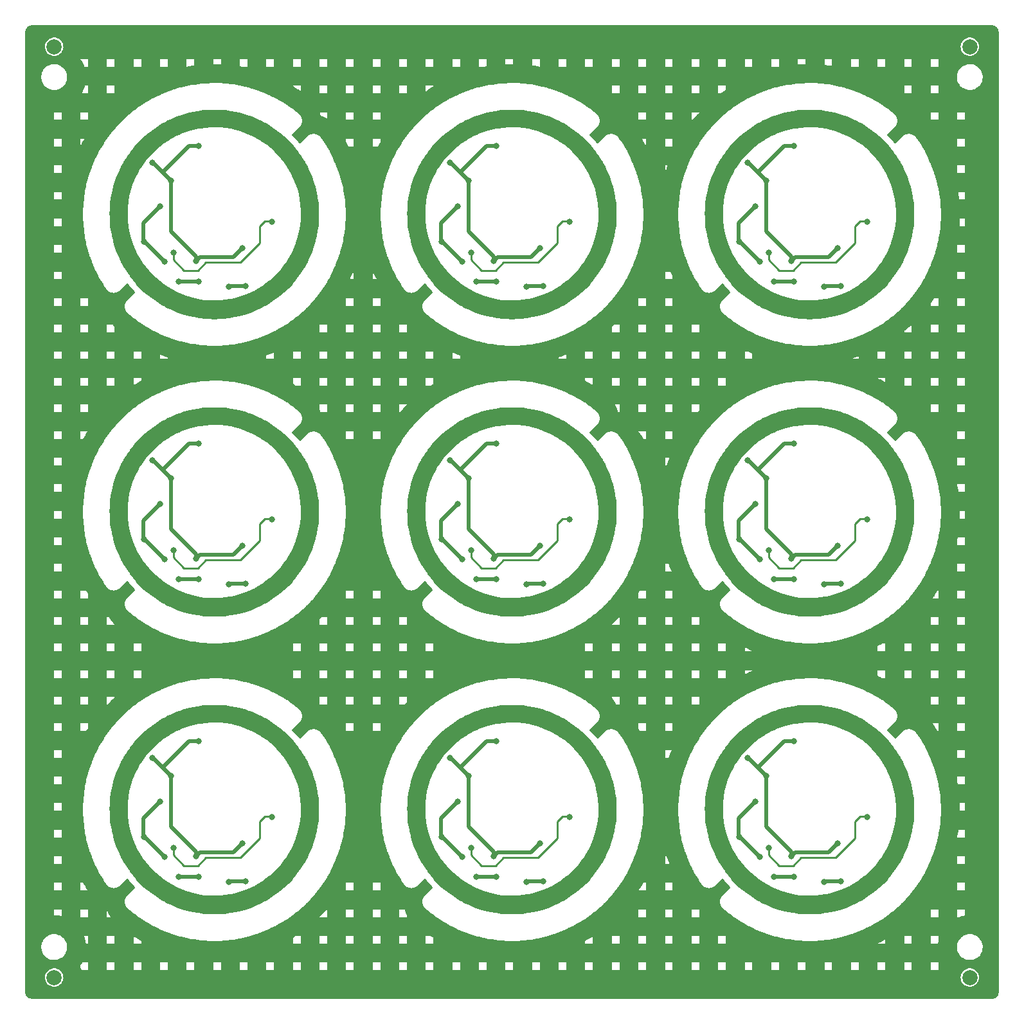
<source format=gbl>
G04 #@! TF.GenerationSoftware,KiCad,Pcbnew,6.0.0-d3dd2cf0fa~116~ubuntu20.04.1*
G04 #@! TF.CreationDate,2023-02-24T20:43:10+00:00*
G04 #@! TF.ProjectId,pixel-pump-motor-board-panel,70697865-6c2d-4707-956d-702d6d6f746f,rev?*
G04 #@! TF.SameCoordinates,Original*
G04 #@! TF.FileFunction,Copper,L2,Bot*
G04 #@! TF.FilePolarity,Positive*
%FSLAX46Y46*%
G04 Gerber Fmt 4.6, Leading zero omitted, Abs format (unit mm)*
G04 Created by KiCad (PCBNEW 6.0.0-d3dd2cf0fa~116~ubuntu20.04.1) date 2023-02-24 20:43:10*
%MOMM*%
%LPD*%
G01*
G04 APERTURE LIST*
G04 #@! TA.AperFunction,SMDPad,CuDef*
%ADD10R,2.000000X2.000000*%
G04 #@! TD*
G04 #@! TA.AperFunction,SMDPad,CuDef*
%ADD11C,2.000000*%
G04 #@! TD*
G04 #@! TA.AperFunction,ViaPad*
%ADD12C,0.800000*%
G04 #@! TD*
G04 #@! TA.AperFunction,Conductor*
%ADD13C,0.500000*%
G04 #@! TD*
G04 #@! TA.AperFunction,Conductor*
%ADD14C,0.250000*%
G04 #@! TD*
G04 APERTURE END LIST*
D10*
G04 #@! TO.P,J8,1,Pin_1*
G04 #@! TO.N,Board_0-GND*
X24997233Y-37677630D03*
G04 #@! TD*
D11*
G04 #@! TO.P,REF\u002A\u002A,*
G04 #@! TO.N,*
X4000000Y-3000000D03*
G04 #@! TD*
D10*
G04 #@! TO.P,J5,1,Pin_1*
G04 #@! TO.N,Board_1-GND*
X76897233Y-25130030D03*
G04 #@! TD*
G04 #@! TO.P,J8,1,Pin_1*
G04 #@! TO.N,Board_8-GND*
X103397233Y-116077630D03*
G04 #@! TD*
G04 #@! TO.P,J5,1,Pin_1*
G04 #@! TO.N,Board_7-GND*
X76897233Y-103530030D03*
G04 #@! TD*
G04 #@! TO.P,J7,1,Pin_1*
G04 #@! TO.N,Board_1-GND*
X64324233Y-12480830D03*
G04 #@! TD*
G04 #@! TO.P,J8,1,Pin_1*
G04 #@! TO.N,Board_4-GND*
X64197233Y-76877630D03*
G04 #@! TD*
G04 #@! TO.P,J11,1,Pin_1*
G04 #@! TO.N,Board_5-GND*
X90900433Y-64380830D03*
G04 #@! TD*
G04 #@! TO.P,J11,1,Pin_1*
G04 #@! TO.N,Board_1-GND*
X51700433Y-25180830D03*
G04 #@! TD*
G04 #@! TO.P,J11,1,Pin_1*
G04 #@! TO.N,Board_4-GND*
X51700433Y-64380830D03*
G04 #@! TD*
D11*
G04 #@! TO.P,REF\u002A\u002A,*
G04 #@! TO.N,*
X4000000Y-125597842D03*
G04 #@! TD*
D10*
G04 #@! TO.P,J7,1,Pin_1*
G04 #@! TO.N,Board_5-GND*
X103524233Y-51680830D03*
G04 #@! TD*
G04 #@! TO.P,J5,1,Pin_1*
G04 #@! TO.N,Board_4-GND*
X76897233Y-64330030D03*
G04 #@! TD*
G04 #@! TO.P,J7,1,Pin_1*
G04 #@! TO.N,Board_6-GND*
X25124233Y-90880830D03*
G04 #@! TD*
G04 #@! TO.P,J7,1,Pin_1*
G04 #@! TO.N,Board_2-GND*
X103524233Y-12480830D03*
G04 #@! TD*
G04 #@! TO.P,J8,1,Pin_1*
G04 #@! TO.N,Board_7-GND*
X64197233Y-116077630D03*
G04 #@! TD*
G04 #@! TO.P,J8,1,Pin_1*
G04 #@! TO.N,Board_5-GND*
X103397233Y-76877630D03*
G04 #@! TD*
G04 #@! TO.P,J7,1,Pin_1*
G04 #@! TO.N,Board_3-GND*
X25124233Y-51680830D03*
G04 #@! TD*
G04 #@! TO.P,J11,1,Pin_1*
G04 #@! TO.N,Board_0-GND*
X12500433Y-25180830D03*
G04 #@! TD*
G04 #@! TO.P,J8,1,Pin_1*
G04 #@! TO.N,Board_3-GND*
X24997233Y-76877630D03*
G04 #@! TD*
D11*
G04 #@! TO.P,REF\u002A\u002A,*
G04 #@! TO.N,*
X124595686Y-125597842D03*
G04 #@! TD*
D10*
G04 #@! TO.P,J5,1,Pin_1*
G04 #@! TO.N,Board_3-GND*
X37697233Y-64330030D03*
G04 #@! TD*
G04 #@! TO.P,J5,1,Pin_1*
G04 #@! TO.N,Board_0-GND*
X37697233Y-25130030D03*
G04 #@! TD*
G04 #@! TO.P,J5,1,Pin_1*
G04 #@! TO.N,Board_2-GND*
X116097233Y-25130030D03*
G04 #@! TD*
G04 #@! TO.P,J8,1,Pin_1*
G04 #@! TO.N,Board_6-GND*
X24997233Y-116077630D03*
G04 #@! TD*
G04 #@! TO.P,J8,1,Pin_1*
G04 #@! TO.N,Board_2-GND*
X103397233Y-37677630D03*
G04 #@! TD*
G04 #@! TO.P,J7,1,Pin_1*
G04 #@! TO.N,Board_4-GND*
X64324233Y-51680830D03*
G04 #@! TD*
G04 #@! TO.P,J5,1,Pin_1*
G04 #@! TO.N,Board_8-GND*
X116097233Y-103530030D03*
G04 #@! TD*
G04 #@! TO.P,J7,1,Pin_1*
G04 #@! TO.N,Board_8-GND*
X103524233Y-90880830D03*
G04 #@! TD*
G04 #@! TO.P,J11,1,Pin_1*
G04 #@! TO.N,Board_8-GND*
X90900433Y-103580830D03*
G04 #@! TD*
G04 #@! TO.P,J11,1,Pin_1*
G04 #@! TO.N,Board_6-GND*
X12500433Y-103580830D03*
G04 #@! TD*
G04 #@! TO.P,J8,1,Pin_1*
G04 #@! TO.N,Board_1-GND*
X64197233Y-37677630D03*
G04 #@! TD*
G04 #@! TO.P,J7,1,Pin_1*
G04 #@! TO.N,Board_7-GND*
X64324233Y-90880830D03*
G04 #@! TD*
G04 #@! TO.P,J7,1,Pin_1*
G04 #@! TO.N,Board_0-GND*
X25124233Y-12480830D03*
G04 #@! TD*
G04 #@! TO.P,J5,1,Pin_1*
G04 #@! TO.N,Board_6-GND*
X37697233Y-103530030D03*
G04 #@! TD*
G04 #@! TO.P,J11,1,Pin_1*
G04 #@! TO.N,Board_3-GND*
X12500433Y-64380830D03*
G04 #@! TD*
D11*
G04 #@! TO.P,REF\u002A\u002A,*
G04 #@! TO.N,*
X124595686Y-3000000D03*
G04 #@! TD*
D10*
G04 #@! TO.P,J11,1,Pin_1*
G04 #@! TO.N,Board_7-GND*
X51700433Y-103580830D03*
G04 #@! TD*
G04 #@! TO.P,J11,1,Pin_1*
G04 #@! TO.N,Board_2-GND*
X90900433Y-25180830D03*
G04 #@! TD*
G04 #@! TO.P,J5,1,Pin_1*
G04 #@! TO.N,Board_5-GND*
X116097233Y-64330030D03*
G04 #@! TD*
D12*
G04 #@! TO.N,Board_0-+12V*
X20387233Y-33930630D03*
X27037233Y-34605630D03*
X23037233Y-33980630D03*
X29187233Y-34530630D03*
G04 #@! TO.N,Board_0-GND*
X36410018Y-19301808D03*
X33938033Y-34070830D03*
X30847712Y-13739502D03*
X15177903Y-33090105D03*
X27060442Y-37651384D03*
X17059415Y-34971617D03*
X13414833Y-20151630D03*
X12652833Y-22386830D03*
X37519433Y-27644630D03*
X28363585Y-12785935D03*
X21775127Y-37374393D03*
X35462033Y-32292830D03*
X36732033Y-30032230D03*
X13728694Y-30858520D03*
X32001479Y-35754698D03*
X34960809Y-17070223D03*
X19291000Y-36420826D03*
X20120433Y-13395230D03*
X18137233Y-14405630D03*
X12775127Y-28374393D03*
X37363585Y-21785935D03*
X29630635Y-36962703D03*
X33079297Y-15188711D03*
X22508033Y-12607830D03*
G04 #@! TO.N,Board_0-Net-(D1-Pad2)*
X22687233Y-31230630D03*
X16912233Y-18305630D03*
X23062233Y-16055630D03*
X28787233Y-29530630D03*
X19387233Y-20680630D03*
G04 #@! TO.N,Board_0-Net-(Q1-Pad1)*
X18562233Y-31355630D03*
X15837233Y-28680630D03*
X17962233Y-24030630D03*
G04 #@! TO.N,Board_0-PWM*
X19687233Y-30155630D03*
X32687233Y-26030630D03*
G04 #@! TO.N,Board_1-+12V*
X59587233Y-33930630D03*
X66237233Y-34605630D03*
X62237233Y-33980630D03*
X68387233Y-34530630D03*
G04 #@! TO.N,Board_1-GND*
X75610018Y-19301808D03*
X73138033Y-34070830D03*
X70047712Y-13739502D03*
X54377903Y-33090105D03*
X66260442Y-37651384D03*
X56259415Y-34971617D03*
X52614833Y-20151630D03*
X51852833Y-22386830D03*
X76719433Y-27644630D03*
X67563585Y-12785935D03*
X60975127Y-37374393D03*
X74662033Y-32292830D03*
X75932033Y-30032230D03*
X52928694Y-30858520D03*
X71201479Y-35754698D03*
X74160809Y-17070223D03*
X58491000Y-36420826D03*
X59320433Y-13395230D03*
X57337233Y-14405630D03*
X51975127Y-28374393D03*
X76563585Y-21785935D03*
X68830635Y-36962703D03*
X72279297Y-15188711D03*
X61708033Y-12607830D03*
G04 #@! TO.N,Board_1-Net-(D1-Pad2)*
X61887233Y-31230630D03*
X56112233Y-18305630D03*
X62262233Y-16055630D03*
X67987233Y-29530630D03*
X58587233Y-20680630D03*
G04 #@! TO.N,Board_1-Net-(Q1-Pad1)*
X57762233Y-31355630D03*
X55037233Y-28680630D03*
X57162233Y-24030630D03*
G04 #@! TO.N,Board_1-PWM*
X58887233Y-30155630D03*
X71887233Y-26030630D03*
G04 #@! TO.N,Board_2-+12V*
X98787233Y-33930630D03*
X105437233Y-34605630D03*
X101437233Y-33980630D03*
X107587233Y-34530630D03*
G04 #@! TO.N,Board_2-GND*
X114810018Y-19301808D03*
X112338033Y-34070830D03*
X109247712Y-13739502D03*
X93577903Y-33090105D03*
X105460442Y-37651384D03*
X95459415Y-34971617D03*
X91814833Y-20151630D03*
X91052833Y-22386830D03*
X115919433Y-27644630D03*
X106763585Y-12785935D03*
X100175127Y-37374393D03*
X113862033Y-32292830D03*
X115132033Y-30032230D03*
X92128694Y-30858520D03*
X110401479Y-35754698D03*
X113360809Y-17070223D03*
X97691000Y-36420826D03*
X98520433Y-13395230D03*
X96537233Y-14405630D03*
X91175127Y-28374393D03*
X115763585Y-21785935D03*
X108030635Y-36962703D03*
X111479297Y-15188711D03*
X100908033Y-12607830D03*
G04 #@! TO.N,Board_2-Net-(D1-Pad2)*
X101087233Y-31230630D03*
X95312233Y-18305630D03*
X101462233Y-16055630D03*
X107187233Y-29530630D03*
X97787233Y-20680630D03*
G04 #@! TO.N,Board_2-Net-(Q1-Pad1)*
X96962233Y-31355630D03*
X94237233Y-28680630D03*
X96362233Y-24030630D03*
G04 #@! TO.N,Board_2-PWM*
X98087233Y-30155630D03*
X111087233Y-26030630D03*
G04 #@! TO.N,Board_3-+12V*
X20387233Y-73130630D03*
X27037233Y-73805630D03*
X23037233Y-73180630D03*
X29187233Y-73730630D03*
G04 #@! TO.N,Board_3-GND*
X36410018Y-58501808D03*
X33938033Y-73270830D03*
X30847712Y-52939502D03*
X15177903Y-72290105D03*
X27060442Y-76851384D03*
X17059415Y-74171617D03*
X13414833Y-59351630D03*
X12652833Y-61586830D03*
X37519433Y-66844630D03*
X28363585Y-51985935D03*
X21775127Y-76574393D03*
X35462033Y-71492830D03*
X36732033Y-69232230D03*
X13728694Y-70058520D03*
X32001479Y-74954698D03*
X34960809Y-56270223D03*
X19291000Y-75620826D03*
X20120433Y-52595230D03*
X18137233Y-53605630D03*
X12775127Y-67574393D03*
X37363585Y-60985935D03*
X29630635Y-76162703D03*
X33079297Y-54388711D03*
X22508033Y-51807830D03*
G04 #@! TO.N,Board_3-Net-(D1-Pad2)*
X22687233Y-70430630D03*
X16912233Y-57505630D03*
X23062233Y-55255630D03*
X28787233Y-68730630D03*
X19387233Y-59880630D03*
G04 #@! TO.N,Board_3-Net-(Q1-Pad1)*
X18562233Y-70555630D03*
X15837233Y-67880630D03*
X17962233Y-63230630D03*
G04 #@! TO.N,Board_3-PWM*
X19687233Y-69355630D03*
X32687233Y-65230630D03*
G04 #@! TO.N,Board_4-+12V*
X59587233Y-73130630D03*
X66237233Y-73805630D03*
X62237233Y-73180630D03*
X68387233Y-73730630D03*
G04 #@! TO.N,Board_4-GND*
X75610018Y-58501808D03*
X73138033Y-73270830D03*
X70047712Y-52939502D03*
X54377903Y-72290105D03*
X66260442Y-76851384D03*
X56259415Y-74171617D03*
X52614833Y-59351630D03*
X51852833Y-61586830D03*
X76719433Y-66844630D03*
X67563585Y-51985935D03*
X60975127Y-76574393D03*
X74662033Y-71492830D03*
X75932033Y-69232230D03*
X52928694Y-70058520D03*
X71201479Y-74954698D03*
X74160809Y-56270223D03*
X58491000Y-75620826D03*
X59320433Y-52595230D03*
X57337233Y-53605630D03*
X51975127Y-67574393D03*
X76563585Y-60985935D03*
X68830635Y-76162703D03*
X72279297Y-54388711D03*
X61708033Y-51807830D03*
G04 #@! TO.N,Board_4-Net-(D1-Pad2)*
X61887233Y-70430630D03*
X56112233Y-57505630D03*
X62262233Y-55255630D03*
X67987233Y-68730630D03*
X58587233Y-59880630D03*
G04 #@! TO.N,Board_4-Net-(Q1-Pad1)*
X57762233Y-70555630D03*
X55037233Y-67880630D03*
X57162233Y-63230630D03*
G04 #@! TO.N,Board_4-PWM*
X58887233Y-69355630D03*
X71887233Y-65230630D03*
G04 #@! TO.N,Board_5-+12V*
X98787233Y-73130630D03*
X105437233Y-73805630D03*
X101437233Y-73180630D03*
X107587233Y-73730630D03*
G04 #@! TO.N,Board_5-GND*
X114810018Y-58501808D03*
X112338033Y-73270830D03*
X109247712Y-52939502D03*
X93577903Y-72290105D03*
X105460442Y-76851384D03*
X95459415Y-74171617D03*
X91814833Y-59351630D03*
X91052833Y-61586830D03*
X115919433Y-66844630D03*
X106763585Y-51985935D03*
X100175127Y-76574393D03*
X113862033Y-71492830D03*
X115132033Y-69232230D03*
X92128694Y-70058520D03*
X110401479Y-74954698D03*
X113360809Y-56270223D03*
X97691000Y-75620826D03*
X98520433Y-52595230D03*
X96537233Y-53605630D03*
X91175127Y-67574393D03*
X115763585Y-60985935D03*
X108030635Y-76162703D03*
X111479297Y-54388711D03*
X100908033Y-51807830D03*
G04 #@! TO.N,Board_5-Net-(D1-Pad2)*
X101087233Y-70430630D03*
X95312233Y-57505630D03*
X101462233Y-55255630D03*
X107187233Y-68730630D03*
X97787233Y-59880630D03*
G04 #@! TO.N,Board_5-Net-(Q1-Pad1)*
X96962233Y-70555630D03*
X94237233Y-67880630D03*
X96362233Y-63230630D03*
G04 #@! TO.N,Board_5-PWM*
X98087233Y-69355630D03*
X111087233Y-65230630D03*
G04 #@! TO.N,Board_6-+12V*
X20387233Y-112330630D03*
X27037233Y-113005630D03*
X23037233Y-112380630D03*
X29187233Y-112930630D03*
G04 #@! TO.N,Board_6-GND*
X36410018Y-97701808D03*
X33938033Y-112470830D03*
X30847712Y-92139502D03*
X15177903Y-111490105D03*
X27060442Y-116051384D03*
X17059415Y-113371617D03*
X13414833Y-98551630D03*
X12652833Y-100786830D03*
X37519433Y-106044630D03*
X28363585Y-91185935D03*
X21775127Y-115774393D03*
X35462033Y-110692830D03*
X36732033Y-108432230D03*
X13728694Y-109258520D03*
X32001479Y-114154698D03*
X34960809Y-95470223D03*
X19291000Y-114820826D03*
X20120433Y-91795230D03*
X18137233Y-92805630D03*
X12775127Y-106774393D03*
X37363585Y-100185935D03*
X29630635Y-115362703D03*
X33079297Y-93588711D03*
X22508033Y-91007830D03*
G04 #@! TO.N,Board_6-Net-(D1-Pad2)*
X22687233Y-109630630D03*
X16912233Y-96705630D03*
X23062233Y-94455630D03*
X28787233Y-107930630D03*
X19387233Y-99080630D03*
G04 #@! TO.N,Board_6-Net-(Q1-Pad1)*
X18562233Y-109755630D03*
X15837233Y-107080630D03*
X17962233Y-102430630D03*
G04 #@! TO.N,Board_6-PWM*
X19687233Y-108555630D03*
X32687233Y-104430630D03*
G04 #@! TO.N,Board_7-+12V*
X59587233Y-112330630D03*
X66237233Y-113005630D03*
X62237233Y-112380630D03*
X68387233Y-112930630D03*
G04 #@! TO.N,Board_7-GND*
X75610018Y-97701808D03*
X73138033Y-112470830D03*
X70047712Y-92139502D03*
X54377903Y-111490105D03*
X66260442Y-116051384D03*
X56259415Y-113371617D03*
X52614833Y-98551630D03*
X51852833Y-100786830D03*
X76719433Y-106044630D03*
X67563585Y-91185935D03*
X60975127Y-115774393D03*
X74662033Y-110692830D03*
X75932033Y-108432230D03*
X52928694Y-109258520D03*
X71201479Y-114154698D03*
X74160809Y-95470223D03*
X58491000Y-114820826D03*
X59320433Y-91795230D03*
X57337233Y-92805630D03*
X51975127Y-106774393D03*
X76563585Y-100185935D03*
X68830635Y-115362703D03*
X72279297Y-93588711D03*
X61708033Y-91007830D03*
G04 #@! TO.N,Board_7-Net-(D1-Pad2)*
X61887233Y-109630630D03*
X56112233Y-96705630D03*
X62262233Y-94455630D03*
X67987233Y-107930630D03*
X58587233Y-99080630D03*
G04 #@! TO.N,Board_7-Net-(Q1-Pad1)*
X57762233Y-109755630D03*
X55037233Y-107080630D03*
X57162233Y-102430630D03*
G04 #@! TO.N,Board_7-PWM*
X58887233Y-108555630D03*
X71887233Y-104430630D03*
G04 #@! TO.N,Board_8-+12V*
X98787233Y-112330630D03*
X105437233Y-113005630D03*
X101437233Y-112380630D03*
X107587233Y-112930630D03*
G04 #@! TO.N,Board_8-GND*
X114810018Y-97701808D03*
X112338033Y-112470830D03*
X109247712Y-92139502D03*
X93577903Y-111490105D03*
X105460442Y-116051384D03*
X95459415Y-113371617D03*
X91814833Y-98551630D03*
X91052833Y-100786830D03*
X115919433Y-106044630D03*
X106763585Y-91185935D03*
X100175127Y-115774393D03*
X113862033Y-110692830D03*
X115132033Y-108432230D03*
X92128694Y-109258520D03*
X110401479Y-114154698D03*
X113360809Y-95470223D03*
X97691000Y-114820826D03*
X98520433Y-91795230D03*
X96537233Y-92805630D03*
X91175127Y-106774393D03*
X115763585Y-100185935D03*
X108030635Y-115362703D03*
X111479297Y-93588711D03*
X100908033Y-91007830D03*
G04 #@! TO.N,Board_8-Net-(D1-Pad2)*
X101087233Y-109630630D03*
X95312233Y-96705630D03*
X101462233Y-94455630D03*
X107187233Y-107930630D03*
X97787233Y-99080630D03*
G04 #@! TO.N,Board_8-Net-(Q1-Pad1)*
X96962233Y-109755630D03*
X94237233Y-107080630D03*
X96362233Y-102430630D03*
G04 #@! TO.N,Board_8-PWM*
X98087233Y-108555630D03*
X111087233Y-104430630D03*
G04 #@! TD*
D13*
G04 #@! TO.N,Board_0-+12V*
X29187233Y-34530630D02*
X27112233Y-34530630D01*
X27112233Y-34530630D02*
X27037233Y-34605630D01*
X22987233Y-33930630D02*
X23037233Y-33980630D01*
X20387233Y-33930630D02*
X22987233Y-33930630D01*
G04 #@! TO.N,Board_0-Net-(D1-Pad2)*
X16912233Y-18305630D02*
X17012233Y-18305630D01*
X23187722Y-30730141D02*
X27587722Y-30730141D01*
X22687233Y-31230630D02*
X23187722Y-30730141D01*
X19387233Y-20680630D02*
X19387233Y-27355630D01*
X23055633Y-16062230D02*
X23062233Y-16055630D01*
X27587722Y-30730141D02*
X28787233Y-29530630D01*
X22687233Y-30655630D02*
X22687233Y-31230630D01*
X18212233Y-19505630D02*
X19387233Y-20680630D01*
X21780633Y-16062230D02*
X23055633Y-16062230D01*
X17012233Y-18305630D02*
X18212233Y-19505630D01*
X18212233Y-19505630D02*
X18337233Y-19505630D01*
X19387233Y-27355630D02*
X22687233Y-30655630D01*
X18337233Y-19505630D02*
X21780633Y-16062230D01*
G04 #@! TO.N,Board_0-Net-(Q1-Pad1)*
X15737233Y-26255630D02*
X15737233Y-28205630D01*
X15887233Y-28680630D02*
X18562233Y-31355630D01*
X15737233Y-28205630D02*
X15737233Y-28580630D01*
X15737233Y-28580630D02*
X15837233Y-28680630D01*
X15837233Y-28680630D02*
X15887233Y-28680630D01*
X17962233Y-24030630D02*
X15737233Y-26255630D01*
D14*
G04 #@! TO.N,Board_0-PWM*
X21062233Y-32480630D02*
X22912233Y-32480630D01*
X31087233Y-26705630D02*
X31087233Y-26630630D01*
X19687233Y-31105630D02*
X21062233Y-32480630D01*
X31737233Y-25980630D02*
X32637233Y-25980630D01*
X31087233Y-26630630D02*
X31737233Y-25980630D01*
X32637233Y-25980630D02*
X32687233Y-26030630D01*
X28512233Y-31430630D02*
X31087233Y-28855630D01*
X19687233Y-30155630D02*
X19687233Y-31105630D01*
X22912233Y-32480630D02*
X23962233Y-31430630D01*
X31087233Y-28855630D02*
X31087233Y-26705630D01*
X23962233Y-31430630D02*
X28512233Y-31430630D01*
D13*
G04 #@! TO.N,Board_1-+12V*
X68387233Y-34530630D02*
X66312233Y-34530630D01*
X66312233Y-34530630D02*
X66237233Y-34605630D01*
X62187233Y-33930630D02*
X62237233Y-33980630D01*
X59587233Y-33930630D02*
X62187233Y-33930630D01*
G04 #@! TO.N,Board_1-Net-(D1-Pad2)*
X56112233Y-18305630D02*
X56212233Y-18305630D01*
X62387722Y-30730141D02*
X66787722Y-30730141D01*
X61887233Y-31230630D02*
X62387722Y-30730141D01*
X58587233Y-20680630D02*
X58587233Y-27355630D01*
X62255633Y-16062230D02*
X62262233Y-16055630D01*
X66787722Y-30730141D02*
X67987233Y-29530630D01*
X61887233Y-30655630D02*
X61887233Y-31230630D01*
X57412233Y-19505630D02*
X58587233Y-20680630D01*
X60980633Y-16062230D02*
X62255633Y-16062230D01*
X56212233Y-18305630D02*
X57412233Y-19505630D01*
X57412233Y-19505630D02*
X57537233Y-19505630D01*
X58587233Y-27355630D02*
X61887233Y-30655630D01*
X57537233Y-19505630D02*
X60980633Y-16062230D01*
G04 #@! TO.N,Board_1-Net-(Q1-Pad1)*
X54937233Y-26255630D02*
X54937233Y-28205630D01*
X55087233Y-28680630D02*
X57762233Y-31355630D01*
X54937233Y-28205630D02*
X54937233Y-28580630D01*
X54937233Y-28580630D02*
X55037233Y-28680630D01*
X55037233Y-28680630D02*
X55087233Y-28680630D01*
X57162233Y-24030630D02*
X54937233Y-26255630D01*
D14*
G04 #@! TO.N,Board_1-PWM*
X60262233Y-32480630D02*
X62112233Y-32480630D01*
X70287233Y-26705630D02*
X70287233Y-26630630D01*
X58887233Y-31105630D02*
X60262233Y-32480630D01*
X70937233Y-25980630D02*
X71837233Y-25980630D01*
X70287233Y-26630630D02*
X70937233Y-25980630D01*
X71837233Y-25980630D02*
X71887233Y-26030630D01*
X67712233Y-31430630D02*
X70287233Y-28855630D01*
X58887233Y-30155630D02*
X58887233Y-31105630D01*
X62112233Y-32480630D02*
X63162233Y-31430630D01*
X70287233Y-28855630D02*
X70287233Y-26705630D01*
X63162233Y-31430630D02*
X67712233Y-31430630D01*
D13*
G04 #@! TO.N,Board_2-+12V*
X107587233Y-34530630D02*
X105512233Y-34530630D01*
X105512233Y-34530630D02*
X105437233Y-34605630D01*
X101387233Y-33930630D02*
X101437233Y-33980630D01*
X98787233Y-33930630D02*
X101387233Y-33930630D01*
G04 #@! TO.N,Board_2-Net-(D1-Pad2)*
X95312233Y-18305630D02*
X95412233Y-18305630D01*
X101587722Y-30730141D02*
X105987722Y-30730141D01*
X101087233Y-31230630D02*
X101587722Y-30730141D01*
X97787233Y-20680630D02*
X97787233Y-27355630D01*
X101455633Y-16062230D02*
X101462233Y-16055630D01*
X105987722Y-30730141D02*
X107187233Y-29530630D01*
X101087233Y-30655630D02*
X101087233Y-31230630D01*
X96612233Y-19505630D02*
X97787233Y-20680630D01*
X100180633Y-16062230D02*
X101455633Y-16062230D01*
X95412233Y-18305630D02*
X96612233Y-19505630D01*
X96612233Y-19505630D02*
X96737233Y-19505630D01*
X97787233Y-27355630D02*
X101087233Y-30655630D01*
X96737233Y-19505630D02*
X100180633Y-16062230D01*
G04 #@! TO.N,Board_2-Net-(Q1-Pad1)*
X94137233Y-26255630D02*
X94137233Y-28205630D01*
X94287233Y-28680630D02*
X96962233Y-31355630D01*
X94137233Y-28205630D02*
X94137233Y-28580630D01*
X94137233Y-28580630D02*
X94237233Y-28680630D01*
X94237233Y-28680630D02*
X94287233Y-28680630D01*
X96362233Y-24030630D02*
X94137233Y-26255630D01*
D14*
G04 #@! TO.N,Board_2-PWM*
X99462233Y-32480630D02*
X101312233Y-32480630D01*
X109487233Y-26705630D02*
X109487233Y-26630630D01*
X98087233Y-31105630D02*
X99462233Y-32480630D01*
X110137233Y-25980630D02*
X111037233Y-25980630D01*
X109487233Y-26630630D02*
X110137233Y-25980630D01*
X111037233Y-25980630D02*
X111087233Y-26030630D01*
X106912233Y-31430630D02*
X109487233Y-28855630D01*
X98087233Y-30155630D02*
X98087233Y-31105630D01*
X101312233Y-32480630D02*
X102362233Y-31430630D01*
X109487233Y-28855630D02*
X109487233Y-26705630D01*
X102362233Y-31430630D02*
X106912233Y-31430630D01*
D13*
G04 #@! TO.N,Board_3-+12V*
X29187233Y-73730630D02*
X27112233Y-73730630D01*
X27112233Y-73730630D02*
X27037233Y-73805630D01*
X22987233Y-73130630D02*
X23037233Y-73180630D01*
X20387233Y-73130630D02*
X22987233Y-73130630D01*
G04 #@! TO.N,Board_3-Net-(D1-Pad2)*
X16912233Y-57505630D02*
X17012233Y-57505630D01*
X23187722Y-69930141D02*
X27587722Y-69930141D01*
X22687233Y-70430630D02*
X23187722Y-69930141D01*
X19387233Y-59880630D02*
X19387233Y-66555630D01*
X23055633Y-55262230D02*
X23062233Y-55255630D01*
X27587722Y-69930141D02*
X28787233Y-68730630D01*
X22687233Y-69855630D02*
X22687233Y-70430630D01*
X18212233Y-58705630D02*
X19387233Y-59880630D01*
X21780633Y-55262230D02*
X23055633Y-55262230D01*
X17012233Y-57505630D02*
X18212233Y-58705630D01*
X18212233Y-58705630D02*
X18337233Y-58705630D01*
X19387233Y-66555630D02*
X22687233Y-69855630D01*
X18337233Y-58705630D02*
X21780633Y-55262230D01*
G04 #@! TO.N,Board_3-Net-(Q1-Pad1)*
X15737233Y-65455630D02*
X15737233Y-67405630D01*
X15887233Y-67880630D02*
X18562233Y-70555630D01*
X15737233Y-67405630D02*
X15737233Y-67780630D01*
X15737233Y-67780630D02*
X15837233Y-67880630D01*
X15837233Y-67880630D02*
X15887233Y-67880630D01*
X17962233Y-63230630D02*
X15737233Y-65455630D01*
D14*
G04 #@! TO.N,Board_3-PWM*
X21062233Y-71680630D02*
X22912233Y-71680630D01*
X31087233Y-65905630D02*
X31087233Y-65830630D01*
X19687233Y-70305630D02*
X21062233Y-71680630D01*
X31737233Y-65180630D02*
X32637233Y-65180630D01*
X31087233Y-65830630D02*
X31737233Y-65180630D01*
X32637233Y-65180630D02*
X32687233Y-65230630D01*
X28512233Y-70630630D02*
X31087233Y-68055630D01*
X19687233Y-69355630D02*
X19687233Y-70305630D01*
X22912233Y-71680630D02*
X23962233Y-70630630D01*
X31087233Y-68055630D02*
X31087233Y-65905630D01*
X23962233Y-70630630D02*
X28512233Y-70630630D01*
D13*
G04 #@! TO.N,Board_4-+12V*
X68387233Y-73730630D02*
X66312233Y-73730630D01*
X66312233Y-73730630D02*
X66237233Y-73805630D01*
X62187233Y-73130630D02*
X62237233Y-73180630D01*
X59587233Y-73130630D02*
X62187233Y-73130630D01*
G04 #@! TO.N,Board_4-Net-(D1-Pad2)*
X56112233Y-57505630D02*
X56212233Y-57505630D01*
X62387722Y-69930141D02*
X66787722Y-69930141D01*
X61887233Y-70430630D02*
X62387722Y-69930141D01*
X58587233Y-59880630D02*
X58587233Y-66555630D01*
X62255633Y-55262230D02*
X62262233Y-55255630D01*
X66787722Y-69930141D02*
X67987233Y-68730630D01*
X61887233Y-69855630D02*
X61887233Y-70430630D01*
X57412233Y-58705630D02*
X58587233Y-59880630D01*
X60980633Y-55262230D02*
X62255633Y-55262230D01*
X56212233Y-57505630D02*
X57412233Y-58705630D01*
X57412233Y-58705630D02*
X57537233Y-58705630D01*
X58587233Y-66555630D02*
X61887233Y-69855630D01*
X57537233Y-58705630D02*
X60980633Y-55262230D01*
G04 #@! TO.N,Board_4-Net-(Q1-Pad1)*
X54937233Y-65455630D02*
X54937233Y-67405630D01*
X55087233Y-67880630D02*
X57762233Y-70555630D01*
X54937233Y-67405630D02*
X54937233Y-67780630D01*
X54937233Y-67780630D02*
X55037233Y-67880630D01*
X55037233Y-67880630D02*
X55087233Y-67880630D01*
X57162233Y-63230630D02*
X54937233Y-65455630D01*
D14*
G04 #@! TO.N,Board_4-PWM*
X60262233Y-71680630D02*
X62112233Y-71680630D01*
X70287233Y-65905630D02*
X70287233Y-65830630D01*
X58887233Y-70305630D02*
X60262233Y-71680630D01*
X70937233Y-65180630D02*
X71837233Y-65180630D01*
X70287233Y-65830630D02*
X70937233Y-65180630D01*
X71837233Y-65180630D02*
X71887233Y-65230630D01*
X67712233Y-70630630D02*
X70287233Y-68055630D01*
X58887233Y-69355630D02*
X58887233Y-70305630D01*
X62112233Y-71680630D02*
X63162233Y-70630630D01*
X70287233Y-68055630D02*
X70287233Y-65905630D01*
X63162233Y-70630630D02*
X67712233Y-70630630D01*
D13*
G04 #@! TO.N,Board_5-+12V*
X107587233Y-73730630D02*
X105512233Y-73730630D01*
X105512233Y-73730630D02*
X105437233Y-73805630D01*
X101387233Y-73130630D02*
X101437233Y-73180630D01*
X98787233Y-73130630D02*
X101387233Y-73130630D01*
G04 #@! TO.N,Board_5-Net-(D1-Pad2)*
X95312233Y-57505630D02*
X95412233Y-57505630D01*
X101587722Y-69930141D02*
X105987722Y-69930141D01*
X101087233Y-70430630D02*
X101587722Y-69930141D01*
X97787233Y-59880630D02*
X97787233Y-66555630D01*
X101455633Y-55262230D02*
X101462233Y-55255630D01*
X105987722Y-69930141D02*
X107187233Y-68730630D01*
X101087233Y-69855630D02*
X101087233Y-70430630D01*
X96612233Y-58705630D02*
X97787233Y-59880630D01*
X100180633Y-55262230D02*
X101455633Y-55262230D01*
X95412233Y-57505630D02*
X96612233Y-58705630D01*
X96612233Y-58705630D02*
X96737233Y-58705630D01*
X97787233Y-66555630D02*
X101087233Y-69855630D01*
X96737233Y-58705630D02*
X100180633Y-55262230D01*
G04 #@! TO.N,Board_5-Net-(Q1-Pad1)*
X94137233Y-65455630D02*
X94137233Y-67405630D01*
X94287233Y-67880630D02*
X96962233Y-70555630D01*
X94137233Y-67405630D02*
X94137233Y-67780630D01*
X94137233Y-67780630D02*
X94237233Y-67880630D01*
X94237233Y-67880630D02*
X94287233Y-67880630D01*
X96362233Y-63230630D02*
X94137233Y-65455630D01*
D14*
G04 #@! TO.N,Board_5-PWM*
X99462233Y-71680630D02*
X101312233Y-71680630D01*
X109487233Y-65905630D02*
X109487233Y-65830630D01*
X98087233Y-70305630D02*
X99462233Y-71680630D01*
X110137233Y-65180630D02*
X111037233Y-65180630D01*
X109487233Y-65830630D02*
X110137233Y-65180630D01*
X111037233Y-65180630D02*
X111087233Y-65230630D01*
X106912233Y-70630630D02*
X109487233Y-68055630D01*
X98087233Y-69355630D02*
X98087233Y-70305630D01*
X101312233Y-71680630D02*
X102362233Y-70630630D01*
X109487233Y-68055630D02*
X109487233Y-65905630D01*
X102362233Y-70630630D02*
X106912233Y-70630630D01*
D13*
G04 #@! TO.N,Board_6-+12V*
X29187233Y-112930630D02*
X27112233Y-112930630D01*
X27112233Y-112930630D02*
X27037233Y-113005630D01*
X22987233Y-112330630D02*
X23037233Y-112380630D01*
X20387233Y-112330630D02*
X22987233Y-112330630D01*
G04 #@! TO.N,Board_6-Net-(D1-Pad2)*
X16912233Y-96705630D02*
X17012233Y-96705630D01*
X23187722Y-109130141D02*
X27587722Y-109130141D01*
X22687233Y-109630630D02*
X23187722Y-109130141D01*
X19387233Y-99080630D02*
X19387233Y-105755630D01*
X23055633Y-94462230D02*
X23062233Y-94455630D01*
X27587722Y-109130141D02*
X28787233Y-107930630D01*
X22687233Y-109055630D02*
X22687233Y-109630630D01*
X18212233Y-97905630D02*
X19387233Y-99080630D01*
X21780633Y-94462230D02*
X23055633Y-94462230D01*
X17012233Y-96705630D02*
X18212233Y-97905630D01*
X18212233Y-97905630D02*
X18337233Y-97905630D01*
X19387233Y-105755630D02*
X22687233Y-109055630D01*
X18337233Y-97905630D02*
X21780633Y-94462230D01*
G04 #@! TO.N,Board_6-Net-(Q1-Pad1)*
X15737233Y-104655630D02*
X15737233Y-106605630D01*
X15887233Y-107080630D02*
X18562233Y-109755630D01*
X15737233Y-106605630D02*
X15737233Y-106980630D01*
X15737233Y-106980630D02*
X15837233Y-107080630D01*
X15837233Y-107080630D02*
X15887233Y-107080630D01*
X17962233Y-102430630D02*
X15737233Y-104655630D01*
D14*
G04 #@! TO.N,Board_6-PWM*
X21062233Y-110880630D02*
X22912233Y-110880630D01*
X31087233Y-105105630D02*
X31087233Y-105030630D01*
X19687233Y-109505630D02*
X21062233Y-110880630D01*
X31737233Y-104380630D02*
X32637233Y-104380630D01*
X31087233Y-105030630D02*
X31737233Y-104380630D01*
X32637233Y-104380630D02*
X32687233Y-104430630D01*
X28512233Y-109830630D02*
X31087233Y-107255630D01*
X19687233Y-108555630D02*
X19687233Y-109505630D01*
X22912233Y-110880630D02*
X23962233Y-109830630D01*
X31087233Y-107255630D02*
X31087233Y-105105630D01*
X23962233Y-109830630D02*
X28512233Y-109830630D01*
D13*
G04 #@! TO.N,Board_7-+12V*
X68387233Y-112930630D02*
X66312233Y-112930630D01*
X66312233Y-112930630D02*
X66237233Y-113005630D01*
X62187233Y-112330630D02*
X62237233Y-112380630D01*
X59587233Y-112330630D02*
X62187233Y-112330630D01*
G04 #@! TO.N,Board_7-Net-(D1-Pad2)*
X56112233Y-96705630D02*
X56212233Y-96705630D01*
X62387722Y-109130141D02*
X66787722Y-109130141D01*
X61887233Y-109630630D02*
X62387722Y-109130141D01*
X58587233Y-99080630D02*
X58587233Y-105755630D01*
X62255633Y-94462230D02*
X62262233Y-94455630D01*
X66787722Y-109130141D02*
X67987233Y-107930630D01*
X61887233Y-109055630D02*
X61887233Y-109630630D01*
X57412233Y-97905630D02*
X58587233Y-99080630D01*
X60980633Y-94462230D02*
X62255633Y-94462230D01*
X56212233Y-96705630D02*
X57412233Y-97905630D01*
X57412233Y-97905630D02*
X57537233Y-97905630D01*
X58587233Y-105755630D02*
X61887233Y-109055630D01*
X57537233Y-97905630D02*
X60980633Y-94462230D01*
G04 #@! TO.N,Board_7-Net-(Q1-Pad1)*
X54937233Y-104655630D02*
X54937233Y-106605630D01*
X55087233Y-107080630D02*
X57762233Y-109755630D01*
X54937233Y-106605630D02*
X54937233Y-106980630D01*
X54937233Y-106980630D02*
X55037233Y-107080630D01*
X55037233Y-107080630D02*
X55087233Y-107080630D01*
X57162233Y-102430630D02*
X54937233Y-104655630D01*
D14*
G04 #@! TO.N,Board_7-PWM*
X60262233Y-110880630D02*
X62112233Y-110880630D01*
X70287233Y-105105630D02*
X70287233Y-105030630D01*
X58887233Y-109505630D02*
X60262233Y-110880630D01*
X70937233Y-104380630D02*
X71837233Y-104380630D01*
X70287233Y-105030630D02*
X70937233Y-104380630D01*
X71837233Y-104380630D02*
X71887233Y-104430630D01*
X67712233Y-109830630D02*
X70287233Y-107255630D01*
X58887233Y-108555630D02*
X58887233Y-109505630D01*
X62112233Y-110880630D02*
X63162233Y-109830630D01*
X70287233Y-107255630D02*
X70287233Y-105105630D01*
X63162233Y-109830630D02*
X67712233Y-109830630D01*
D13*
G04 #@! TO.N,Board_8-+12V*
X107587233Y-112930630D02*
X105512233Y-112930630D01*
X105512233Y-112930630D02*
X105437233Y-113005630D01*
X101387233Y-112330630D02*
X101437233Y-112380630D01*
X98787233Y-112330630D02*
X101387233Y-112330630D01*
G04 #@! TO.N,Board_8-Net-(D1-Pad2)*
X95312233Y-96705630D02*
X95412233Y-96705630D01*
X101587722Y-109130141D02*
X105987722Y-109130141D01*
X101087233Y-109630630D02*
X101587722Y-109130141D01*
X97787233Y-99080630D02*
X97787233Y-105755630D01*
X101455633Y-94462230D02*
X101462233Y-94455630D01*
X105987722Y-109130141D02*
X107187233Y-107930630D01*
X101087233Y-109055630D02*
X101087233Y-109630630D01*
X96612233Y-97905630D02*
X97787233Y-99080630D01*
X100180633Y-94462230D02*
X101455633Y-94462230D01*
X95412233Y-96705630D02*
X96612233Y-97905630D01*
X96612233Y-97905630D02*
X96737233Y-97905630D01*
X97787233Y-105755630D02*
X101087233Y-109055630D01*
X96737233Y-97905630D02*
X100180633Y-94462230D01*
G04 #@! TO.N,Board_8-Net-(Q1-Pad1)*
X94137233Y-104655630D02*
X94137233Y-106605630D01*
X94287233Y-107080630D02*
X96962233Y-109755630D01*
X94137233Y-106605630D02*
X94137233Y-106980630D01*
X94137233Y-106980630D02*
X94237233Y-107080630D01*
X94237233Y-107080630D02*
X94287233Y-107080630D01*
X96362233Y-102430630D02*
X94137233Y-104655630D01*
D14*
G04 #@! TO.N,Board_8-PWM*
X99462233Y-110880630D02*
X101312233Y-110880630D01*
X109487233Y-105105630D02*
X109487233Y-105030630D01*
X98087233Y-109505630D02*
X99462233Y-110880630D01*
X110137233Y-104380630D02*
X111037233Y-104380630D01*
X109487233Y-105030630D02*
X110137233Y-104380630D01*
X111037233Y-104380630D02*
X111087233Y-104430630D01*
X106912233Y-109830630D02*
X109487233Y-107255630D01*
X98087233Y-108555630D02*
X98087233Y-109505630D01*
X101312233Y-110880630D02*
X102362233Y-109830630D01*
X109487233Y-107255630D02*
X109487233Y-105105630D01*
X102362233Y-109830630D02*
X106912233Y-109830630D01*
G04 #@! TD*
G04 #@! TA.AperFunction,Conductor*
G04 #@! TO.N,Board_0-GND*
G36*
X25814610Y-11318247D02*
G01*
X25821163Y-11318590D01*
X26450363Y-11368109D01*
X26534848Y-11374758D01*
X26541410Y-11375448D01*
X27251140Y-11468886D01*
X27257638Y-11469916D01*
X27961521Y-11600372D01*
X27967954Y-11601739D01*
X28664079Y-11768864D01*
X28670417Y-11770563D01*
X29356793Y-11973877D01*
X29363067Y-11975915D01*
X30037878Y-12214878D01*
X30044036Y-12217242D01*
X30705401Y-12491188D01*
X30711427Y-12493871D01*
X31357550Y-12802056D01*
X31363428Y-12805051D01*
X31599378Y-12933161D01*
X31992552Y-13146637D01*
X31998223Y-13149911D01*
X32479239Y-13444678D01*
X32608625Y-13523966D01*
X32614157Y-13527559D01*
X33204115Y-13933026D01*
X33209428Y-13936885D01*
X33777388Y-14372696D01*
X33782493Y-14376830D01*
X34204749Y-14737471D01*
X34326838Y-14841745D01*
X34331740Y-14846159D01*
X34851013Y-15338930D01*
X34855677Y-15343594D01*
X35348448Y-15862867D01*
X35352859Y-15867766D01*
X35817777Y-16412114D01*
X35821909Y-16417216D01*
X36115823Y-16800252D01*
X36257713Y-16985167D01*
X36261581Y-16990492D01*
X36452560Y-17268368D01*
X36667048Y-17580450D01*
X36670641Y-17585982D01*
X37044696Y-18196384D01*
X37047970Y-18202055D01*
X37090395Y-18280192D01*
X37389556Y-18831179D01*
X37392551Y-18837057D01*
X37700736Y-19483180D01*
X37703419Y-19489206D01*
X37977365Y-20150571D01*
X37979729Y-20156729D01*
X38218692Y-20831540D01*
X38220729Y-20837810D01*
X38401933Y-21449543D01*
X38424039Y-21524173D01*
X38425743Y-21530528D01*
X38592866Y-22226644D01*
X38594235Y-22233086D01*
X38684078Y-22717839D01*
X38724690Y-22936960D01*
X38725722Y-22943476D01*
X38819159Y-23653199D01*
X38819849Y-23659759D01*
X38873779Y-24344999D01*
X38876016Y-24373427D01*
X38876360Y-24379997D01*
X38894988Y-25091358D01*
X38895100Y-25095623D01*
X38895100Y-25102205D01*
X38878270Y-25744936D01*
X38876361Y-25817827D01*
X38876017Y-25824398D01*
X38863522Y-25983164D01*
X38819849Y-26538083D01*
X38819159Y-26544643D01*
X38725722Y-27254366D01*
X38724691Y-27260873D01*
X38719909Y-27286680D01*
X38594237Y-27964746D01*
X38592868Y-27971189D01*
X38452304Y-28556681D01*
X38425747Y-28667297D01*
X38424044Y-28673652D01*
X38220730Y-29360028D01*
X38218692Y-29366302D01*
X37979729Y-30041113D01*
X37977365Y-30047271D01*
X37703419Y-30708636D01*
X37700736Y-30714662D01*
X37392551Y-31360785D01*
X37389556Y-31366663D01*
X37322319Y-31490498D01*
X37047970Y-31995787D01*
X37044696Y-32001458D01*
X36832500Y-32347731D01*
X36670641Y-32611860D01*
X36667048Y-32617392D01*
X36514616Y-32839183D01*
X36261590Y-33207338D01*
X36257722Y-33212663D01*
X36187071Y-33304737D01*
X35821911Y-33780623D01*
X35817777Y-33785728D01*
X35494227Y-34164556D01*
X35352862Y-34330073D01*
X35348448Y-34334975D01*
X34855677Y-34854248D01*
X34851015Y-34858910D01*
X34831252Y-34877664D01*
X34331740Y-35351683D01*
X34326841Y-35356094D01*
X33782493Y-35821012D01*
X33777391Y-35825144D01*
X33209428Y-36260957D01*
X33204115Y-36264816D01*
X32956579Y-36434943D01*
X32614157Y-36670283D01*
X32608625Y-36673876D01*
X31998223Y-37047931D01*
X31992552Y-37051205D01*
X31599378Y-37264681D01*
X31363428Y-37392791D01*
X31357550Y-37395786D01*
X30711427Y-37703971D01*
X30705401Y-37706654D01*
X30044036Y-37980600D01*
X30037878Y-37982964D01*
X29363067Y-38221927D01*
X29356797Y-38223964D01*
X28670417Y-38427279D01*
X28664079Y-38428978D01*
X27967954Y-38596103D01*
X27961521Y-38597470D01*
X27257638Y-38727926D01*
X27251140Y-38728956D01*
X26716786Y-38799305D01*
X26541408Y-38822394D01*
X26534848Y-38823084D01*
X26450363Y-38829733D01*
X25821163Y-38879252D01*
X25814610Y-38879595D01*
X25098970Y-38898335D01*
X25092402Y-38898335D01*
X24376762Y-38879595D01*
X24370209Y-38879252D01*
X23741009Y-38829733D01*
X23656524Y-38823084D01*
X23649964Y-38822394D01*
X23474586Y-38799305D01*
X22940232Y-38728956D01*
X22933734Y-38727926D01*
X22229851Y-38597470D01*
X22223418Y-38596103D01*
X21527293Y-38428978D01*
X21520955Y-38427279D01*
X20834575Y-38223964D01*
X20828305Y-38221927D01*
X20153494Y-37982964D01*
X20147336Y-37980600D01*
X19485971Y-37706654D01*
X19479945Y-37703971D01*
X18833822Y-37395786D01*
X18827944Y-37392791D01*
X18591994Y-37264681D01*
X18198820Y-37051205D01*
X18193149Y-37047931D01*
X17582747Y-36673876D01*
X17577215Y-36670283D01*
X17234793Y-36434943D01*
X16987257Y-36264816D01*
X16981944Y-36260957D01*
X16413981Y-35825144D01*
X16408879Y-35821012D01*
X15864531Y-35356094D01*
X15859632Y-35351683D01*
X15360120Y-34877664D01*
X15340357Y-34858910D01*
X15335695Y-34854248D01*
X14842924Y-34334975D01*
X14838510Y-34330073D01*
X14697145Y-34164556D01*
X14373595Y-33785728D01*
X14369461Y-33780623D01*
X14004301Y-33304737D01*
X13933650Y-33212663D01*
X13929782Y-33207338D01*
X13676757Y-32839183D01*
X13524324Y-32617392D01*
X13520731Y-32611860D01*
X13358872Y-32347731D01*
X13146676Y-32001458D01*
X13143402Y-31995787D01*
X12869053Y-31490498D01*
X12801816Y-31366663D01*
X12798821Y-31360785D01*
X12490636Y-30714662D01*
X12487953Y-30708636D01*
X12214007Y-30047271D01*
X12211643Y-30041113D01*
X11972680Y-29366302D01*
X11970642Y-29360028D01*
X11767328Y-28673652D01*
X11765625Y-28667297D01*
X11739069Y-28556681D01*
X11598504Y-27971189D01*
X11597135Y-27964746D01*
X11471464Y-27286680D01*
X11466681Y-27260873D01*
X11465650Y-27254366D01*
X11372213Y-26544643D01*
X11371523Y-26538083D01*
X11327850Y-25983164D01*
X11315355Y-25824398D01*
X11315011Y-25817827D01*
X11313103Y-25744936D01*
X11302216Y-25329178D01*
X13686132Y-25329178D01*
X13686231Y-25330971D01*
X13686231Y-25330983D01*
X13714951Y-25852843D01*
X13722223Y-25984977D01*
X13796004Y-26637610D01*
X13796312Y-26639402D01*
X13903102Y-27260882D01*
X13907231Y-27284914D01*
X14055536Y-27924742D01*
X14240425Y-28554972D01*
X14241033Y-28556674D01*
X14241035Y-28556681D01*
X14281674Y-28670494D01*
X14461286Y-29173514D01*
X14717387Y-29778316D01*
X15007878Y-30367374D01*
X15331796Y-30938733D01*
X15688066Y-31490498D01*
X15689121Y-31491943D01*
X15689123Y-31491945D01*
X16061364Y-32001479D01*
X16075508Y-32020840D01*
X16492836Y-32528001D01*
X16938666Y-33010297D01*
X17411519Y-33466129D01*
X17909828Y-33893987D01*
X18431940Y-34292450D01*
X18696111Y-34470971D01*
X18974608Y-34659174D01*
X18974620Y-34659181D01*
X18976124Y-34660198D01*
X19540574Y-34996010D01*
X20123418Y-35298774D01*
X20722725Y-35567484D01*
X20990559Y-35669492D01*
X21334814Y-35800607D01*
X21334827Y-35800611D01*
X21336506Y-35801251D01*
X21746384Y-35930878D01*
X21961002Y-35998753D01*
X21961009Y-35998755D01*
X21962726Y-35999298D01*
X22599307Y-36160969D01*
X23244140Y-36285728D01*
X23245927Y-36285968D01*
X23245933Y-36285969D01*
X23893282Y-36372919D01*
X23893288Y-36372920D01*
X23895085Y-36373161D01*
X23896893Y-36373299D01*
X23896907Y-36373300D01*
X24261957Y-36401068D01*
X24549984Y-36422978D01*
X24993149Y-36431101D01*
X25204858Y-36434981D01*
X25204862Y-36434981D01*
X25206664Y-36435014D01*
X25323691Y-36430416D01*
X25861125Y-36409300D01*
X25861138Y-36409299D01*
X25862948Y-36409228D01*
X25864761Y-36409052D01*
X25864773Y-36409051D01*
X26514862Y-36345882D01*
X26514872Y-36345881D01*
X26516660Y-36345707D01*
X27165631Y-36244661D01*
X27167392Y-36244282D01*
X27167402Y-36244280D01*
X27805927Y-36106809D01*
X27805938Y-36106806D01*
X27807709Y-36106425D01*
X28440766Y-35931458D01*
X28442475Y-35930878D01*
X29060975Y-35720926D01*
X29060989Y-35720921D01*
X29062700Y-35720340D01*
X29441920Y-35566740D01*
X29669773Y-35474450D01*
X29669783Y-35474446D01*
X29671451Y-35473770D01*
X29673072Y-35473002D01*
X29673088Y-35472995D01*
X30263363Y-35193342D01*
X30264999Y-35192567D01*
X30266586Y-35191700D01*
X30839770Y-34878541D01*
X30839773Y-34878539D01*
X30841375Y-34877664D01*
X31398669Y-34530104D01*
X31935031Y-34151041D01*
X32275940Y-33879384D01*
X32447275Y-33742854D01*
X32447280Y-33742850D01*
X32448684Y-33741731D01*
X32644633Y-33566224D01*
X32936577Y-33304737D01*
X32936585Y-33304730D01*
X32937923Y-33303531D01*
X33401127Y-32837896D01*
X33402328Y-32836541D01*
X33835551Y-32347731D01*
X33835553Y-32347729D01*
X33836758Y-32346369D01*
X33872021Y-32301639D01*
X34242254Y-31832001D01*
X34242258Y-31831996D01*
X34243374Y-31830580D01*
X34480048Y-31491945D01*
X34618584Y-31293727D01*
X34618588Y-31293721D01*
X34619623Y-31292240D01*
X34703912Y-31155498D01*
X34963308Y-30734681D01*
X34963317Y-30734666D01*
X34964261Y-30733134D01*
X35276142Y-30155117D01*
X35452248Y-29778316D01*
X35553469Y-29561741D01*
X35553477Y-29561723D01*
X35554233Y-29560105D01*
X35797611Y-28950072D01*
X35929426Y-28554972D01*
X36004898Y-28328756D01*
X36004903Y-28328740D01*
X36005470Y-28327040D01*
X36177121Y-27693076D01*
X36248597Y-27352428D01*
X36311624Y-27052043D01*
X36311626Y-27052033D01*
X36311993Y-27050283D01*
X36409639Y-26400792D01*
X36447680Y-25986796D01*
X36469570Y-25748576D01*
X36469571Y-25748568D01*
X36469737Y-25746756D01*
X36483893Y-25330983D01*
X36492052Y-25091358D01*
X36492053Y-25091329D01*
X36492086Y-25090346D01*
X36492242Y-25030630D01*
X36473330Y-24374112D01*
X36442538Y-24018578D01*
X36416815Y-23721582D01*
X36416814Y-23721577D01*
X36416658Y-23719771D01*
X36322414Y-23069777D01*
X36190909Y-22426286D01*
X36022581Y-21791432D01*
X35817987Y-21167321D01*
X35577805Y-20556022D01*
X35426914Y-20228713D01*
X35303591Y-19961203D01*
X35303584Y-19961189D01*
X35302834Y-19959562D01*
X35301997Y-19957991D01*
X35301989Y-19957975D01*
X35050591Y-19486159D01*
X34993983Y-19379919D01*
X34652278Y-18819017D01*
X34278852Y-18278714D01*
X33874943Y-17760804D01*
X33441891Y-17267002D01*
X33266124Y-17088452D01*
X32982416Y-16800252D01*
X32982410Y-16800246D01*
X32981132Y-16798948D01*
X32494194Y-16358193D01*
X31982691Y-15946199D01*
X31448321Y-15564332D01*
X31098473Y-15343594D01*
X30894405Y-15214837D01*
X30894406Y-15214837D01*
X30892855Y-15213859D01*
X30318135Y-14895942D01*
X30316509Y-14895161D01*
X30316497Y-14895155D01*
X29984835Y-14735894D01*
X29726068Y-14611636D01*
X29724412Y-14610955D01*
X29724396Y-14610948D01*
X29120283Y-14362567D01*
X29120284Y-14362567D01*
X29118617Y-14361882D01*
X28497796Y-14147510D01*
X27865664Y-13969231D01*
X27863909Y-13968844D01*
X27863895Y-13968840D01*
X27226100Y-13828028D01*
X27226093Y-13828027D01*
X27224319Y-13827635D01*
X27222533Y-13827347D01*
X27222526Y-13827346D01*
X26577679Y-13723481D01*
X26577680Y-13723481D01*
X26575885Y-13723192D01*
X26574085Y-13723008D01*
X26574073Y-13723006D01*
X25924313Y-13656433D01*
X25924305Y-13656432D01*
X25922515Y-13656249D01*
X25920713Y-13656169D01*
X25920703Y-13656168D01*
X25268180Y-13627108D01*
X25268167Y-13627108D01*
X25266375Y-13627028D01*
X24912282Y-13631663D01*
X24611451Y-13635601D01*
X24611440Y-13635601D01*
X24609641Y-13635625D01*
X23954490Y-13682012D01*
X23303097Y-13766036D01*
X23039301Y-13815642D01*
X22659378Y-13887085D01*
X22659364Y-13887088D01*
X22657620Y-13887416D01*
X22020200Y-14045752D01*
X21690564Y-14148107D01*
X21394700Y-14239975D01*
X21394693Y-14239977D01*
X21392952Y-14240518D01*
X21391245Y-14241158D01*
X20779656Y-14470430D01*
X20779646Y-14470434D01*
X20777955Y-14471068D01*
X20776299Y-14471800D01*
X20776287Y-14471805D01*
X20458216Y-14612423D01*
X20177250Y-14736637D01*
X20175624Y-14737471D01*
X19594440Y-15035517D01*
X19594431Y-15035522D01*
X19592828Y-15036344D01*
X19591275Y-15037257D01*
X19591264Y-15037263D01*
X19344534Y-15182309D01*
X19026627Y-15369197D01*
X19025129Y-15370198D01*
X18482037Y-15733080D01*
X18482028Y-15733086D01*
X18480526Y-15734090D01*
X18479077Y-15735184D01*
X18479074Y-15735186D01*
X18303450Y-15867769D01*
X17956335Y-16129814D01*
X17455792Y-16555057D01*
X16980559Y-17008407D01*
X16979303Y-17009752D01*
X16533463Y-17487019D01*
X16533454Y-17487030D01*
X16532209Y-17488362D01*
X16531040Y-17489768D01*
X16531037Y-17489771D01*
X16193012Y-17896203D01*
X16112232Y-17993330D01*
X15722019Y-18521637D01*
X15557798Y-18773072D01*
X15363856Y-19070009D01*
X15363844Y-19070028D01*
X15362864Y-19071529D01*
X15035959Y-19641184D01*
X14742388Y-20228713D01*
X14483124Y-20832166D01*
X14482507Y-20833867D01*
X14482503Y-20833876D01*
X14481074Y-20837814D01*
X14259027Y-21449543D01*
X14258512Y-21451264D01*
X14258508Y-21451277D01*
X14235758Y-21527348D01*
X14070840Y-22078796D01*
X13919188Y-22717839D01*
X13804573Y-23364552D01*
X13804364Y-23366321D01*
X13804362Y-23366332D01*
X13770410Y-23653199D01*
X13727376Y-24016790D01*
X13727269Y-24018571D01*
X13727268Y-24018578D01*
X13705834Y-24374112D01*
X13687852Y-24672390D01*
X13686132Y-25329178D01*
X11302216Y-25329178D01*
X11296272Y-25102205D01*
X11296272Y-25095623D01*
X11296384Y-25091358D01*
X11315012Y-24379997D01*
X11315356Y-24373427D01*
X11317594Y-24344999D01*
X11371523Y-23659759D01*
X11372213Y-23653199D01*
X11465650Y-22943476D01*
X11466682Y-22936960D01*
X11507294Y-22717839D01*
X11597137Y-22233086D01*
X11598506Y-22226644D01*
X11765629Y-21530528D01*
X11767333Y-21524173D01*
X11789440Y-21449543D01*
X11970643Y-20837810D01*
X11972680Y-20831540D01*
X12211643Y-20156729D01*
X12214007Y-20150571D01*
X12487953Y-19489206D01*
X12490636Y-19483180D01*
X12798821Y-18837057D01*
X12801816Y-18831179D01*
X13100977Y-18280192D01*
X13143402Y-18202055D01*
X13146676Y-18196384D01*
X13520731Y-17585982D01*
X13524324Y-17580450D01*
X13738812Y-17268368D01*
X13929791Y-16990492D01*
X13933659Y-16985167D01*
X14075550Y-16800252D01*
X14369463Y-16417216D01*
X14373595Y-16412114D01*
X14838513Y-15867766D01*
X14842924Y-15862867D01*
X15335695Y-15343594D01*
X15340359Y-15338930D01*
X15859632Y-14846159D01*
X15864534Y-14841745D01*
X15986623Y-14737471D01*
X16408879Y-14376830D01*
X16413984Y-14372696D01*
X16981944Y-13936885D01*
X16987257Y-13933026D01*
X17577215Y-13527559D01*
X17582747Y-13523966D01*
X17712133Y-13444678D01*
X18193149Y-13149911D01*
X18198820Y-13146637D01*
X18591994Y-12933161D01*
X18827944Y-12805051D01*
X18833822Y-12802056D01*
X19479945Y-12493871D01*
X19485971Y-12491188D01*
X20147336Y-12217242D01*
X20153494Y-12214878D01*
X20828305Y-11975915D01*
X20834579Y-11973877D01*
X21520955Y-11770563D01*
X21527293Y-11768864D01*
X22223418Y-11601739D01*
X22229851Y-11600372D01*
X22933734Y-11469916D01*
X22940232Y-11468886D01*
X23649962Y-11375448D01*
X23656524Y-11374758D01*
X23741009Y-11368109D01*
X24370209Y-11318590D01*
X24376762Y-11318247D01*
X25092402Y-11299507D01*
X25098970Y-11299507D01*
X25814610Y-11318247D01*
G37*
G04 #@! TD.AperFunction*
G04 #@! TD*
G04 #@! TA.AperFunction,Conductor*
G04 #@! TO.N,Board_1-GND*
G36*
X65014610Y-11318247D02*
G01*
X65021163Y-11318590D01*
X65650363Y-11368109D01*
X65734848Y-11374758D01*
X65741410Y-11375448D01*
X66451140Y-11468886D01*
X66457638Y-11469916D01*
X67161521Y-11600372D01*
X67167954Y-11601739D01*
X67864079Y-11768864D01*
X67870417Y-11770563D01*
X68556793Y-11973877D01*
X68563067Y-11975915D01*
X69237878Y-12214878D01*
X69244036Y-12217242D01*
X69905401Y-12491188D01*
X69911427Y-12493871D01*
X70557550Y-12802056D01*
X70563428Y-12805051D01*
X70799378Y-12933161D01*
X71192552Y-13146637D01*
X71198223Y-13149911D01*
X71679239Y-13444678D01*
X71808625Y-13523966D01*
X71814157Y-13527559D01*
X72404115Y-13933026D01*
X72409428Y-13936885D01*
X72977388Y-14372696D01*
X72982493Y-14376830D01*
X73404749Y-14737471D01*
X73526838Y-14841745D01*
X73531740Y-14846159D01*
X74051013Y-15338930D01*
X74055677Y-15343594D01*
X74548448Y-15862867D01*
X74552859Y-15867766D01*
X75017777Y-16412114D01*
X75021909Y-16417216D01*
X75315823Y-16800252D01*
X75457713Y-16985167D01*
X75461581Y-16990492D01*
X75652560Y-17268368D01*
X75867048Y-17580450D01*
X75870641Y-17585982D01*
X76244696Y-18196384D01*
X76247970Y-18202055D01*
X76290395Y-18280192D01*
X76589556Y-18831179D01*
X76592551Y-18837057D01*
X76900736Y-19483180D01*
X76903419Y-19489206D01*
X77177365Y-20150571D01*
X77179729Y-20156729D01*
X77418692Y-20831540D01*
X77420729Y-20837810D01*
X77601933Y-21449543D01*
X77624039Y-21524173D01*
X77625743Y-21530528D01*
X77792866Y-22226644D01*
X77794235Y-22233086D01*
X77884078Y-22717839D01*
X77924690Y-22936960D01*
X77925722Y-22943476D01*
X78019159Y-23653199D01*
X78019849Y-23659759D01*
X78073779Y-24344999D01*
X78076016Y-24373427D01*
X78076360Y-24379997D01*
X78094988Y-25091358D01*
X78095100Y-25095623D01*
X78095100Y-25102205D01*
X78078270Y-25744936D01*
X78076361Y-25817827D01*
X78076017Y-25824398D01*
X78063522Y-25983164D01*
X78019849Y-26538083D01*
X78019159Y-26544643D01*
X77925722Y-27254366D01*
X77924691Y-27260873D01*
X77919909Y-27286680D01*
X77794237Y-27964746D01*
X77792868Y-27971189D01*
X77652304Y-28556681D01*
X77625747Y-28667297D01*
X77624044Y-28673652D01*
X77420730Y-29360028D01*
X77418692Y-29366302D01*
X77179729Y-30041113D01*
X77177365Y-30047271D01*
X76903419Y-30708636D01*
X76900736Y-30714662D01*
X76592551Y-31360785D01*
X76589556Y-31366663D01*
X76522319Y-31490498D01*
X76247970Y-31995787D01*
X76244696Y-32001458D01*
X76032500Y-32347731D01*
X75870641Y-32611860D01*
X75867048Y-32617392D01*
X75714616Y-32839183D01*
X75461590Y-33207338D01*
X75457722Y-33212663D01*
X75387071Y-33304737D01*
X75021911Y-33780623D01*
X75017777Y-33785728D01*
X74694227Y-34164556D01*
X74552862Y-34330073D01*
X74548448Y-34334975D01*
X74055677Y-34854248D01*
X74051015Y-34858910D01*
X74031252Y-34877664D01*
X73531740Y-35351683D01*
X73526841Y-35356094D01*
X72982493Y-35821012D01*
X72977391Y-35825144D01*
X72409428Y-36260957D01*
X72404115Y-36264816D01*
X72156579Y-36434943D01*
X71814157Y-36670283D01*
X71808625Y-36673876D01*
X71198223Y-37047931D01*
X71192552Y-37051205D01*
X70799378Y-37264681D01*
X70563428Y-37392791D01*
X70557550Y-37395786D01*
X69911427Y-37703971D01*
X69905401Y-37706654D01*
X69244036Y-37980600D01*
X69237878Y-37982964D01*
X68563067Y-38221927D01*
X68556797Y-38223964D01*
X67870417Y-38427279D01*
X67864079Y-38428978D01*
X67167954Y-38596103D01*
X67161521Y-38597470D01*
X66457638Y-38727926D01*
X66451140Y-38728956D01*
X65916786Y-38799305D01*
X65741408Y-38822394D01*
X65734848Y-38823084D01*
X65650363Y-38829733D01*
X65021163Y-38879252D01*
X65014610Y-38879595D01*
X64298970Y-38898335D01*
X64292402Y-38898335D01*
X63576762Y-38879595D01*
X63570209Y-38879252D01*
X62941009Y-38829733D01*
X62856524Y-38823084D01*
X62849964Y-38822394D01*
X62674586Y-38799305D01*
X62140232Y-38728956D01*
X62133734Y-38727926D01*
X61429851Y-38597470D01*
X61423418Y-38596103D01*
X60727293Y-38428978D01*
X60720955Y-38427279D01*
X60034575Y-38223964D01*
X60028305Y-38221927D01*
X59353494Y-37982964D01*
X59347336Y-37980600D01*
X58685971Y-37706654D01*
X58679945Y-37703971D01*
X58033822Y-37395786D01*
X58027944Y-37392791D01*
X57791994Y-37264681D01*
X57398820Y-37051205D01*
X57393149Y-37047931D01*
X56782747Y-36673876D01*
X56777215Y-36670283D01*
X56434793Y-36434943D01*
X56187257Y-36264816D01*
X56181944Y-36260957D01*
X55613981Y-35825144D01*
X55608879Y-35821012D01*
X55064531Y-35356094D01*
X55059632Y-35351683D01*
X54560120Y-34877664D01*
X54540357Y-34858910D01*
X54535695Y-34854248D01*
X54042924Y-34334975D01*
X54038510Y-34330073D01*
X53897145Y-34164556D01*
X53573595Y-33785728D01*
X53569461Y-33780623D01*
X53204301Y-33304737D01*
X53133650Y-33212663D01*
X53129782Y-33207338D01*
X52876757Y-32839183D01*
X52724324Y-32617392D01*
X52720731Y-32611860D01*
X52558872Y-32347731D01*
X52346676Y-32001458D01*
X52343402Y-31995787D01*
X52069053Y-31490498D01*
X52001816Y-31366663D01*
X51998821Y-31360785D01*
X51690636Y-30714662D01*
X51687953Y-30708636D01*
X51414007Y-30047271D01*
X51411643Y-30041113D01*
X51172680Y-29366302D01*
X51170642Y-29360028D01*
X50967328Y-28673652D01*
X50965625Y-28667297D01*
X50939069Y-28556681D01*
X50798504Y-27971189D01*
X50797135Y-27964746D01*
X50671464Y-27286680D01*
X50666681Y-27260873D01*
X50665650Y-27254366D01*
X50572213Y-26544643D01*
X50571523Y-26538083D01*
X50527850Y-25983164D01*
X50515355Y-25824398D01*
X50515011Y-25817827D01*
X50513103Y-25744936D01*
X50502216Y-25329178D01*
X52886132Y-25329178D01*
X52886231Y-25330971D01*
X52886231Y-25330983D01*
X52914951Y-25852843D01*
X52922223Y-25984977D01*
X52996004Y-26637610D01*
X52996312Y-26639402D01*
X53103102Y-27260882D01*
X53107231Y-27284914D01*
X53255536Y-27924742D01*
X53440425Y-28554972D01*
X53441033Y-28556674D01*
X53441035Y-28556681D01*
X53481674Y-28670494D01*
X53661286Y-29173514D01*
X53917387Y-29778316D01*
X54207878Y-30367374D01*
X54531796Y-30938733D01*
X54888066Y-31490498D01*
X54889121Y-31491943D01*
X54889123Y-31491945D01*
X55261364Y-32001479D01*
X55275508Y-32020840D01*
X55692836Y-32528001D01*
X56138666Y-33010297D01*
X56611519Y-33466129D01*
X57109828Y-33893987D01*
X57631940Y-34292450D01*
X57896111Y-34470971D01*
X58174608Y-34659174D01*
X58174620Y-34659181D01*
X58176124Y-34660198D01*
X58740574Y-34996010D01*
X59323418Y-35298774D01*
X59922725Y-35567484D01*
X60190559Y-35669492D01*
X60534814Y-35800607D01*
X60534827Y-35800611D01*
X60536506Y-35801251D01*
X60946384Y-35930878D01*
X61161002Y-35998753D01*
X61161009Y-35998755D01*
X61162726Y-35999298D01*
X61799307Y-36160969D01*
X62444140Y-36285728D01*
X62445927Y-36285968D01*
X62445933Y-36285969D01*
X63093282Y-36372919D01*
X63093288Y-36372920D01*
X63095085Y-36373161D01*
X63096893Y-36373299D01*
X63096907Y-36373300D01*
X63461957Y-36401068D01*
X63749984Y-36422978D01*
X64193149Y-36431101D01*
X64404858Y-36434981D01*
X64404862Y-36434981D01*
X64406664Y-36435014D01*
X64523691Y-36430416D01*
X65061125Y-36409300D01*
X65061138Y-36409299D01*
X65062948Y-36409228D01*
X65064761Y-36409052D01*
X65064773Y-36409051D01*
X65714862Y-36345882D01*
X65714872Y-36345881D01*
X65716660Y-36345707D01*
X66365631Y-36244661D01*
X66367392Y-36244282D01*
X66367402Y-36244280D01*
X67005927Y-36106809D01*
X67005938Y-36106806D01*
X67007709Y-36106425D01*
X67640766Y-35931458D01*
X67642475Y-35930878D01*
X68260975Y-35720926D01*
X68260989Y-35720921D01*
X68262700Y-35720340D01*
X68641920Y-35566740D01*
X68869773Y-35474450D01*
X68869783Y-35474446D01*
X68871451Y-35473770D01*
X68873072Y-35473002D01*
X68873088Y-35472995D01*
X69463363Y-35193342D01*
X69464999Y-35192567D01*
X69466586Y-35191700D01*
X70039770Y-34878541D01*
X70039773Y-34878539D01*
X70041375Y-34877664D01*
X70598669Y-34530104D01*
X71135031Y-34151041D01*
X71475940Y-33879384D01*
X71647275Y-33742854D01*
X71647280Y-33742850D01*
X71648684Y-33741731D01*
X71844633Y-33566224D01*
X72136577Y-33304737D01*
X72136585Y-33304730D01*
X72137923Y-33303531D01*
X72601127Y-32837896D01*
X72602328Y-32836541D01*
X73035551Y-32347731D01*
X73035553Y-32347729D01*
X73036758Y-32346369D01*
X73072021Y-32301639D01*
X73442254Y-31832001D01*
X73442258Y-31831996D01*
X73443374Y-31830580D01*
X73680048Y-31491945D01*
X73818584Y-31293727D01*
X73818588Y-31293721D01*
X73819623Y-31292240D01*
X73903912Y-31155498D01*
X74163308Y-30734681D01*
X74163317Y-30734666D01*
X74164261Y-30733134D01*
X74476142Y-30155117D01*
X74652248Y-29778316D01*
X74753469Y-29561741D01*
X74753477Y-29561723D01*
X74754233Y-29560105D01*
X74997611Y-28950072D01*
X75129426Y-28554972D01*
X75204898Y-28328756D01*
X75204903Y-28328740D01*
X75205470Y-28327040D01*
X75377121Y-27693076D01*
X75448597Y-27352428D01*
X75511624Y-27052043D01*
X75511626Y-27052033D01*
X75511993Y-27050283D01*
X75609639Y-26400792D01*
X75647680Y-25986796D01*
X75669570Y-25748576D01*
X75669571Y-25748568D01*
X75669737Y-25746756D01*
X75683893Y-25330983D01*
X75692052Y-25091358D01*
X75692053Y-25091329D01*
X75692086Y-25090346D01*
X75692242Y-25030630D01*
X75673330Y-24374112D01*
X75642538Y-24018578D01*
X75616815Y-23721582D01*
X75616814Y-23721577D01*
X75616658Y-23719771D01*
X75522414Y-23069777D01*
X75390909Y-22426286D01*
X75222581Y-21791432D01*
X75017987Y-21167321D01*
X74777805Y-20556022D01*
X74626914Y-20228713D01*
X74503591Y-19961203D01*
X74503584Y-19961189D01*
X74502834Y-19959562D01*
X74501997Y-19957991D01*
X74501989Y-19957975D01*
X74250591Y-19486159D01*
X74193983Y-19379919D01*
X73852278Y-18819017D01*
X73478852Y-18278714D01*
X73074943Y-17760804D01*
X72641891Y-17267002D01*
X72466124Y-17088452D01*
X72182416Y-16800252D01*
X72182410Y-16800246D01*
X72181132Y-16798948D01*
X71694194Y-16358193D01*
X71182691Y-15946199D01*
X70648321Y-15564332D01*
X70298473Y-15343594D01*
X70094405Y-15214837D01*
X70094406Y-15214837D01*
X70092855Y-15213859D01*
X69518135Y-14895942D01*
X69516509Y-14895161D01*
X69516497Y-14895155D01*
X69184835Y-14735894D01*
X68926068Y-14611636D01*
X68924412Y-14610955D01*
X68924396Y-14610948D01*
X68320283Y-14362567D01*
X68320284Y-14362567D01*
X68318617Y-14361882D01*
X67697796Y-14147510D01*
X67065664Y-13969231D01*
X67063909Y-13968844D01*
X67063895Y-13968840D01*
X66426100Y-13828028D01*
X66426093Y-13828027D01*
X66424319Y-13827635D01*
X66422533Y-13827347D01*
X66422526Y-13827346D01*
X65777679Y-13723481D01*
X65777680Y-13723481D01*
X65775885Y-13723192D01*
X65774085Y-13723008D01*
X65774073Y-13723006D01*
X65124313Y-13656433D01*
X65124305Y-13656432D01*
X65122515Y-13656249D01*
X65120713Y-13656169D01*
X65120703Y-13656168D01*
X64468180Y-13627108D01*
X64468167Y-13627108D01*
X64466375Y-13627028D01*
X64112282Y-13631663D01*
X63811451Y-13635601D01*
X63811440Y-13635601D01*
X63809641Y-13635625D01*
X63154490Y-13682012D01*
X62503097Y-13766036D01*
X62239301Y-13815642D01*
X61859378Y-13887085D01*
X61859364Y-13887088D01*
X61857620Y-13887416D01*
X61220200Y-14045752D01*
X60890564Y-14148107D01*
X60594700Y-14239975D01*
X60594693Y-14239977D01*
X60592952Y-14240518D01*
X60591245Y-14241158D01*
X59979656Y-14470430D01*
X59979646Y-14470434D01*
X59977955Y-14471068D01*
X59976299Y-14471800D01*
X59976287Y-14471805D01*
X59658216Y-14612423D01*
X59377250Y-14736637D01*
X59375624Y-14737471D01*
X58794440Y-15035517D01*
X58794431Y-15035522D01*
X58792828Y-15036344D01*
X58791275Y-15037257D01*
X58791264Y-15037263D01*
X58544534Y-15182309D01*
X58226627Y-15369197D01*
X58225129Y-15370198D01*
X57682037Y-15733080D01*
X57682028Y-15733086D01*
X57680526Y-15734090D01*
X57679077Y-15735184D01*
X57679074Y-15735186D01*
X57503450Y-15867769D01*
X57156335Y-16129814D01*
X56655792Y-16555057D01*
X56180559Y-17008407D01*
X56179303Y-17009752D01*
X55733463Y-17487019D01*
X55733454Y-17487030D01*
X55732209Y-17488362D01*
X55731040Y-17489768D01*
X55731037Y-17489771D01*
X55393012Y-17896203D01*
X55312232Y-17993330D01*
X54922019Y-18521637D01*
X54757798Y-18773072D01*
X54563856Y-19070009D01*
X54563844Y-19070028D01*
X54562864Y-19071529D01*
X54235959Y-19641184D01*
X53942388Y-20228713D01*
X53683124Y-20832166D01*
X53682507Y-20833867D01*
X53682503Y-20833876D01*
X53681074Y-20837814D01*
X53459027Y-21449543D01*
X53458512Y-21451264D01*
X53458508Y-21451277D01*
X53435758Y-21527348D01*
X53270840Y-22078796D01*
X53119188Y-22717839D01*
X53004573Y-23364552D01*
X53004364Y-23366321D01*
X53004362Y-23366332D01*
X52970410Y-23653199D01*
X52927376Y-24016790D01*
X52927269Y-24018571D01*
X52927268Y-24018578D01*
X52905834Y-24374112D01*
X52887852Y-24672390D01*
X52886132Y-25329178D01*
X50502216Y-25329178D01*
X50496272Y-25102205D01*
X50496272Y-25095623D01*
X50496384Y-25091358D01*
X50515012Y-24379997D01*
X50515356Y-24373427D01*
X50517594Y-24344999D01*
X50571523Y-23659759D01*
X50572213Y-23653199D01*
X50665650Y-22943476D01*
X50666682Y-22936960D01*
X50707294Y-22717839D01*
X50797137Y-22233086D01*
X50798506Y-22226644D01*
X50965629Y-21530528D01*
X50967333Y-21524173D01*
X50989440Y-21449543D01*
X51170643Y-20837810D01*
X51172680Y-20831540D01*
X51411643Y-20156729D01*
X51414007Y-20150571D01*
X51687953Y-19489206D01*
X51690636Y-19483180D01*
X51998821Y-18837057D01*
X52001816Y-18831179D01*
X52300977Y-18280192D01*
X52343402Y-18202055D01*
X52346676Y-18196384D01*
X52720731Y-17585982D01*
X52724324Y-17580450D01*
X52938812Y-17268368D01*
X53129791Y-16990492D01*
X53133659Y-16985167D01*
X53275550Y-16800252D01*
X53569463Y-16417216D01*
X53573595Y-16412114D01*
X54038513Y-15867766D01*
X54042924Y-15862867D01*
X54535695Y-15343594D01*
X54540359Y-15338930D01*
X55059632Y-14846159D01*
X55064534Y-14841745D01*
X55186623Y-14737471D01*
X55608879Y-14376830D01*
X55613984Y-14372696D01*
X56181944Y-13936885D01*
X56187257Y-13933026D01*
X56777215Y-13527559D01*
X56782747Y-13523966D01*
X56912133Y-13444678D01*
X57393149Y-13149911D01*
X57398820Y-13146637D01*
X57791994Y-12933161D01*
X58027944Y-12805051D01*
X58033822Y-12802056D01*
X58679945Y-12493871D01*
X58685971Y-12491188D01*
X59347336Y-12217242D01*
X59353494Y-12214878D01*
X60028305Y-11975915D01*
X60034579Y-11973877D01*
X60720955Y-11770563D01*
X60727293Y-11768864D01*
X61423418Y-11601739D01*
X61429851Y-11600372D01*
X62133734Y-11469916D01*
X62140232Y-11468886D01*
X62849962Y-11375448D01*
X62856524Y-11374758D01*
X62941009Y-11368109D01*
X63570209Y-11318590D01*
X63576762Y-11318247D01*
X64292402Y-11299507D01*
X64298970Y-11299507D01*
X65014610Y-11318247D01*
G37*
G04 #@! TD.AperFunction*
G04 #@! TD*
G04 #@! TA.AperFunction,Conductor*
G04 #@! TO.N,Board_2-GND*
G36*
X104214610Y-11318247D02*
G01*
X104221163Y-11318590D01*
X104850363Y-11368109D01*
X104934848Y-11374758D01*
X104941410Y-11375448D01*
X105651140Y-11468886D01*
X105657638Y-11469916D01*
X106361521Y-11600372D01*
X106367954Y-11601739D01*
X107064079Y-11768864D01*
X107070417Y-11770563D01*
X107756793Y-11973877D01*
X107763067Y-11975915D01*
X108437878Y-12214878D01*
X108444036Y-12217242D01*
X109105401Y-12491188D01*
X109111427Y-12493871D01*
X109757550Y-12802056D01*
X109763428Y-12805051D01*
X109999378Y-12933161D01*
X110392552Y-13146637D01*
X110398223Y-13149911D01*
X110879239Y-13444678D01*
X111008625Y-13523966D01*
X111014157Y-13527559D01*
X111604115Y-13933026D01*
X111609428Y-13936885D01*
X112177388Y-14372696D01*
X112182493Y-14376830D01*
X112604749Y-14737471D01*
X112726838Y-14841745D01*
X112731740Y-14846159D01*
X113251013Y-15338930D01*
X113255677Y-15343594D01*
X113748448Y-15862867D01*
X113752859Y-15867766D01*
X114217777Y-16412114D01*
X114221909Y-16417216D01*
X114515823Y-16800252D01*
X114657713Y-16985167D01*
X114661581Y-16990492D01*
X114852560Y-17268368D01*
X115067048Y-17580450D01*
X115070641Y-17585982D01*
X115444696Y-18196384D01*
X115447970Y-18202055D01*
X115490395Y-18280192D01*
X115789556Y-18831179D01*
X115792551Y-18837057D01*
X116100736Y-19483180D01*
X116103419Y-19489206D01*
X116377365Y-20150571D01*
X116379729Y-20156729D01*
X116618692Y-20831540D01*
X116620729Y-20837810D01*
X116801933Y-21449543D01*
X116824039Y-21524173D01*
X116825743Y-21530528D01*
X116992866Y-22226644D01*
X116994235Y-22233086D01*
X117084078Y-22717839D01*
X117124690Y-22936960D01*
X117125722Y-22943476D01*
X117219159Y-23653199D01*
X117219849Y-23659759D01*
X117273779Y-24344999D01*
X117276016Y-24373427D01*
X117276360Y-24379997D01*
X117294988Y-25091358D01*
X117295100Y-25095623D01*
X117295100Y-25102205D01*
X117278270Y-25744936D01*
X117276361Y-25817827D01*
X117276017Y-25824398D01*
X117263522Y-25983164D01*
X117219849Y-26538083D01*
X117219159Y-26544643D01*
X117125722Y-27254366D01*
X117124691Y-27260873D01*
X117119909Y-27286680D01*
X116994237Y-27964746D01*
X116992868Y-27971189D01*
X116852304Y-28556681D01*
X116825747Y-28667297D01*
X116824044Y-28673652D01*
X116620730Y-29360028D01*
X116618692Y-29366302D01*
X116379729Y-30041113D01*
X116377365Y-30047271D01*
X116103419Y-30708636D01*
X116100736Y-30714662D01*
X115792551Y-31360785D01*
X115789556Y-31366663D01*
X115722319Y-31490498D01*
X115447970Y-31995787D01*
X115444696Y-32001458D01*
X115232500Y-32347731D01*
X115070641Y-32611860D01*
X115067048Y-32617392D01*
X114914616Y-32839183D01*
X114661590Y-33207338D01*
X114657722Y-33212663D01*
X114587071Y-33304737D01*
X114221911Y-33780623D01*
X114217777Y-33785728D01*
X113894227Y-34164556D01*
X113752862Y-34330073D01*
X113748448Y-34334975D01*
X113255677Y-34854248D01*
X113251015Y-34858910D01*
X113231252Y-34877664D01*
X112731740Y-35351683D01*
X112726841Y-35356094D01*
X112182493Y-35821012D01*
X112177391Y-35825144D01*
X111609428Y-36260957D01*
X111604115Y-36264816D01*
X111356579Y-36434943D01*
X111014157Y-36670283D01*
X111008625Y-36673876D01*
X110398223Y-37047931D01*
X110392552Y-37051205D01*
X109999378Y-37264681D01*
X109763428Y-37392791D01*
X109757550Y-37395786D01*
X109111427Y-37703971D01*
X109105401Y-37706654D01*
X108444036Y-37980600D01*
X108437878Y-37982964D01*
X107763067Y-38221927D01*
X107756797Y-38223964D01*
X107070417Y-38427279D01*
X107064079Y-38428978D01*
X106367954Y-38596103D01*
X106361521Y-38597470D01*
X105657638Y-38727926D01*
X105651140Y-38728956D01*
X105116786Y-38799305D01*
X104941408Y-38822394D01*
X104934848Y-38823084D01*
X104850363Y-38829733D01*
X104221163Y-38879252D01*
X104214610Y-38879595D01*
X103498970Y-38898335D01*
X103492402Y-38898335D01*
X102776762Y-38879595D01*
X102770209Y-38879252D01*
X102141009Y-38829733D01*
X102056524Y-38823084D01*
X102049964Y-38822394D01*
X101874586Y-38799305D01*
X101340232Y-38728956D01*
X101333734Y-38727926D01*
X100629851Y-38597470D01*
X100623418Y-38596103D01*
X99927293Y-38428978D01*
X99920955Y-38427279D01*
X99234575Y-38223964D01*
X99228305Y-38221927D01*
X98553494Y-37982964D01*
X98547336Y-37980600D01*
X97885971Y-37706654D01*
X97879945Y-37703971D01*
X97233822Y-37395786D01*
X97227944Y-37392791D01*
X96991994Y-37264681D01*
X96598820Y-37051205D01*
X96593149Y-37047931D01*
X95982747Y-36673876D01*
X95977215Y-36670283D01*
X95634793Y-36434943D01*
X95387257Y-36264816D01*
X95381944Y-36260957D01*
X94813981Y-35825144D01*
X94808879Y-35821012D01*
X94264531Y-35356094D01*
X94259632Y-35351683D01*
X93760120Y-34877664D01*
X93740357Y-34858910D01*
X93735695Y-34854248D01*
X93242924Y-34334975D01*
X93238510Y-34330073D01*
X93097145Y-34164556D01*
X92773595Y-33785728D01*
X92769461Y-33780623D01*
X92404301Y-33304737D01*
X92333650Y-33212663D01*
X92329782Y-33207338D01*
X92076757Y-32839183D01*
X91924324Y-32617392D01*
X91920731Y-32611860D01*
X91758872Y-32347731D01*
X91546676Y-32001458D01*
X91543402Y-31995787D01*
X91269053Y-31490498D01*
X91201816Y-31366663D01*
X91198821Y-31360785D01*
X90890636Y-30714662D01*
X90887953Y-30708636D01*
X90614007Y-30047271D01*
X90611643Y-30041113D01*
X90372680Y-29366302D01*
X90370642Y-29360028D01*
X90167328Y-28673652D01*
X90165625Y-28667297D01*
X90139069Y-28556681D01*
X89998504Y-27971189D01*
X89997135Y-27964746D01*
X89871464Y-27286680D01*
X89866681Y-27260873D01*
X89865650Y-27254366D01*
X89772213Y-26544643D01*
X89771523Y-26538083D01*
X89727850Y-25983164D01*
X89715355Y-25824398D01*
X89715011Y-25817827D01*
X89713103Y-25744936D01*
X89702216Y-25329178D01*
X92086132Y-25329178D01*
X92086231Y-25330971D01*
X92086231Y-25330983D01*
X92114951Y-25852843D01*
X92122223Y-25984977D01*
X92196004Y-26637610D01*
X92196312Y-26639402D01*
X92303102Y-27260882D01*
X92307231Y-27284914D01*
X92455536Y-27924742D01*
X92640425Y-28554972D01*
X92641033Y-28556674D01*
X92641035Y-28556681D01*
X92681674Y-28670494D01*
X92861286Y-29173514D01*
X93117387Y-29778316D01*
X93407878Y-30367374D01*
X93731796Y-30938733D01*
X94088066Y-31490498D01*
X94089121Y-31491943D01*
X94089123Y-31491945D01*
X94461364Y-32001479D01*
X94475508Y-32020840D01*
X94892836Y-32528001D01*
X95338666Y-33010297D01*
X95811519Y-33466129D01*
X96309828Y-33893987D01*
X96831940Y-34292450D01*
X97096111Y-34470971D01*
X97374608Y-34659174D01*
X97374620Y-34659181D01*
X97376124Y-34660198D01*
X97940574Y-34996010D01*
X98523418Y-35298774D01*
X99122725Y-35567484D01*
X99390559Y-35669492D01*
X99734814Y-35800607D01*
X99734827Y-35800611D01*
X99736506Y-35801251D01*
X100146384Y-35930878D01*
X100361002Y-35998753D01*
X100361009Y-35998755D01*
X100362726Y-35999298D01*
X100999307Y-36160969D01*
X101644140Y-36285728D01*
X101645927Y-36285968D01*
X101645933Y-36285969D01*
X102293282Y-36372919D01*
X102293288Y-36372920D01*
X102295085Y-36373161D01*
X102296893Y-36373299D01*
X102296907Y-36373300D01*
X102661957Y-36401068D01*
X102949984Y-36422978D01*
X103393149Y-36431101D01*
X103604858Y-36434981D01*
X103604862Y-36434981D01*
X103606664Y-36435014D01*
X103723691Y-36430416D01*
X104261125Y-36409300D01*
X104261138Y-36409299D01*
X104262948Y-36409228D01*
X104264761Y-36409052D01*
X104264773Y-36409051D01*
X104914862Y-36345882D01*
X104914872Y-36345881D01*
X104916660Y-36345707D01*
X105565631Y-36244661D01*
X105567392Y-36244282D01*
X105567402Y-36244280D01*
X106205927Y-36106809D01*
X106205938Y-36106806D01*
X106207709Y-36106425D01*
X106840766Y-35931458D01*
X106842475Y-35930878D01*
X107460975Y-35720926D01*
X107460989Y-35720921D01*
X107462700Y-35720340D01*
X107841920Y-35566740D01*
X108069773Y-35474450D01*
X108069783Y-35474446D01*
X108071451Y-35473770D01*
X108073072Y-35473002D01*
X108073088Y-35472995D01*
X108663363Y-35193342D01*
X108664999Y-35192567D01*
X108666586Y-35191700D01*
X109239770Y-34878541D01*
X109239773Y-34878539D01*
X109241375Y-34877664D01*
X109798669Y-34530104D01*
X110335031Y-34151041D01*
X110675940Y-33879384D01*
X110847275Y-33742854D01*
X110847280Y-33742850D01*
X110848684Y-33741731D01*
X111044633Y-33566224D01*
X111336577Y-33304737D01*
X111336585Y-33304730D01*
X111337923Y-33303531D01*
X111801127Y-32837896D01*
X111802328Y-32836541D01*
X112235551Y-32347731D01*
X112235553Y-32347729D01*
X112236758Y-32346369D01*
X112272021Y-32301639D01*
X112642254Y-31832001D01*
X112642258Y-31831996D01*
X112643374Y-31830580D01*
X112880048Y-31491945D01*
X113018584Y-31293727D01*
X113018588Y-31293721D01*
X113019623Y-31292240D01*
X113103912Y-31155498D01*
X113363308Y-30734681D01*
X113363317Y-30734666D01*
X113364261Y-30733134D01*
X113676142Y-30155117D01*
X113852248Y-29778316D01*
X113953469Y-29561741D01*
X113953477Y-29561723D01*
X113954233Y-29560105D01*
X114197611Y-28950072D01*
X114329426Y-28554972D01*
X114404898Y-28328756D01*
X114404903Y-28328740D01*
X114405470Y-28327040D01*
X114577121Y-27693076D01*
X114648597Y-27352428D01*
X114711624Y-27052043D01*
X114711626Y-27052033D01*
X114711993Y-27050283D01*
X114809639Y-26400792D01*
X114847680Y-25986796D01*
X114869570Y-25748576D01*
X114869571Y-25748568D01*
X114869737Y-25746756D01*
X114883893Y-25330983D01*
X114892052Y-25091358D01*
X114892053Y-25091329D01*
X114892086Y-25090346D01*
X114892242Y-25030630D01*
X114873330Y-24374112D01*
X114842538Y-24018578D01*
X114816815Y-23721582D01*
X114816814Y-23721577D01*
X114816658Y-23719771D01*
X114722414Y-23069777D01*
X114590909Y-22426286D01*
X114422581Y-21791432D01*
X114217987Y-21167321D01*
X113977805Y-20556022D01*
X113826914Y-20228713D01*
X113703591Y-19961203D01*
X113703584Y-19961189D01*
X113702834Y-19959562D01*
X113701997Y-19957991D01*
X113701989Y-19957975D01*
X113450591Y-19486159D01*
X113393983Y-19379919D01*
X113052278Y-18819017D01*
X112678852Y-18278714D01*
X112274943Y-17760804D01*
X111841891Y-17267002D01*
X111666124Y-17088452D01*
X111382416Y-16800252D01*
X111382410Y-16800246D01*
X111381132Y-16798948D01*
X110894194Y-16358193D01*
X110382691Y-15946199D01*
X109848321Y-15564332D01*
X109498473Y-15343594D01*
X109294405Y-15214837D01*
X109294406Y-15214837D01*
X109292855Y-15213859D01*
X108718135Y-14895942D01*
X108716509Y-14895161D01*
X108716497Y-14895155D01*
X108384835Y-14735894D01*
X108126068Y-14611636D01*
X108124412Y-14610955D01*
X108124396Y-14610948D01*
X107520283Y-14362567D01*
X107520284Y-14362567D01*
X107518617Y-14361882D01*
X106897796Y-14147510D01*
X106265664Y-13969231D01*
X106263909Y-13968844D01*
X106263895Y-13968840D01*
X105626100Y-13828028D01*
X105626093Y-13828027D01*
X105624319Y-13827635D01*
X105622533Y-13827347D01*
X105622526Y-13827346D01*
X104977679Y-13723481D01*
X104977680Y-13723481D01*
X104975885Y-13723192D01*
X104974085Y-13723008D01*
X104974073Y-13723006D01*
X104324313Y-13656433D01*
X104324305Y-13656432D01*
X104322515Y-13656249D01*
X104320713Y-13656169D01*
X104320703Y-13656168D01*
X103668180Y-13627108D01*
X103668167Y-13627108D01*
X103666375Y-13627028D01*
X103312282Y-13631663D01*
X103011451Y-13635601D01*
X103011440Y-13635601D01*
X103009641Y-13635625D01*
X102354490Y-13682012D01*
X101703097Y-13766036D01*
X101439301Y-13815642D01*
X101059378Y-13887085D01*
X101059364Y-13887088D01*
X101057620Y-13887416D01*
X100420200Y-14045752D01*
X100090564Y-14148107D01*
X99794700Y-14239975D01*
X99794693Y-14239977D01*
X99792952Y-14240518D01*
X99791245Y-14241158D01*
X99179656Y-14470430D01*
X99179646Y-14470434D01*
X99177955Y-14471068D01*
X99176299Y-14471800D01*
X99176287Y-14471805D01*
X98858216Y-14612423D01*
X98577250Y-14736637D01*
X98575624Y-14737471D01*
X97994440Y-15035517D01*
X97994431Y-15035522D01*
X97992828Y-15036344D01*
X97991275Y-15037257D01*
X97991264Y-15037263D01*
X97744534Y-15182309D01*
X97426627Y-15369197D01*
X97425129Y-15370198D01*
X96882037Y-15733080D01*
X96882028Y-15733086D01*
X96880526Y-15734090D01*
X96879077Y-15735184D01*
X96879074Y-15735186D01*
X96703450Y-15867769D01*
X96356335Y-16129814D01*
X95855792Y-16555057D01*
X95380559Y-17008407D01*
X95379303Y-17009752D01*
X94933463Y-17487019D01*
X94933454Y-17487030D01*
X94932209Y-17488362D01*
X94931040Y-17489768D01*
X94931037Y-17489771D01*
X94593012Y-17896203D01*
X94512232Y-17993330D01*
X94122019Y-18521637D01*
X93957798Y-18773072D01*
X93763856Y-19070009D01*
X93763844Y-19070028D01*
X93762864Y-19071529D01*
X93435959Y-19641184D01*
X93142388Y-20228713D01*
X92883124Y-20832166D01*
X92882507Y-20833867D01*
X92882503Y-20833876D01*
X92881074Y-20837814D01*
X92659027Y-21449543D01*
X92658512Y-21451264D01*
X92658508Y-21451277D01*
X92635758Y-21527348D01*
X92470840Y-22078796D01*
X92319188Y-22717839D01*
X92204573Y-23364552D01*
X92204364Y-23366321D01*
X92204362Y-23366332D01*
X92170410Y-23653199D01*
X92127376Y-24016790D01*
X92127269Y-24018571D01*
X92127268Y-24018578D01*
X92105834Y-24374112D01*
X92087852Y-24672390D01*
X92086132Y-25329178D01*
X89702216Y-25329178D01*
X89696272Y-25102205D01*
X89696272Y-25095623D01*
X89696384Y-25091358D01*
X89715012Y-24379997D01*
X89715356Y-24373427D01*
X89717594Y-24344999D01*
X89771523Y-23659759D01*
X89772213Y-23653199D01*
X89865650Y-22943476D01*
X89866682Y-22936960D01*
X89907294Y-22717839D01*
X89997137Y-22233086D01*
X89998506Y-22226644D01*
X90165629Y-21530528D01*
X90167333Y-21524173D01*
X90189440Y-21449543D01*
X90370643Y-20837810D01*
X90372680Y-20831540D01*
X90611643Y-20156729D01*
X90614007Y-20150571D01*
X90887953Y-19489206D01*
X90890636Y-19483180D01*
X91198821Y-18837057D01*
X91201816Y-18831179D01*
X91500977Y-18280192D01*
X91543402Y-18202055D01*
X91546676Y-18196384D01*
X91920731Y-17585982D01*
X91924324Y-17580450D01*
X92138812Y-17268368D01*
X92329791Y-16990492D01*
X92333659Y-16985167D01*
X92475550Y-16800252D01*
X92769463Y-16417216D01*
X92773595Y-16412114D01*
X93238513Y-15867766D01*
X93242924Y-15862867D01*
X93735695Y-15343594D01*
X93740359Y-15338930D01*
X94259632Y-14846159D01*
X94264534Y-14841745D01*
X94386623Y-14737471D01*
X94808879Y-14376830D01*
X94813984Y-14372696D01*
X95381944Y-13936885D01*
X95387257Y-13933026D01*
X95977215Y-13527559D01*
X95982747Y-13523966D01*
X96112133Y-13444678D01*
X96593149Y-13149911D01*
X96598820Y-13146637D01*
X96991994Y-12933161D01*
X97227944Y-12805051D01*
X97233822Y-12802056D01*
X97879945Y-12493871D01*
X97885971Y-12491188D01*
X98547336Y-12217242D01*
X98553494Y-12214878D01*
X99228305Y-11975915D01*
X99234579Y-11973877D01*
X99920955Y-11770563D01*
X99927293Y-11768864D01*
X100623418Y-11601739D01*
X100629851Y-11600372D01*
X101333734Y-11469916D01*
X101340232Y-11468886D01*
X102049962Y-11375448D01*
X102056524Y-11374758D01*
X102141009Y-11368109D01*
X102770209Y-11318590D01*
X102776762Y-11318247D01*
X103492402Y-11299507D01*
X103498970Y-11299507D01*
X104214610Y-11318247D01*
G37*
G04 #@! TD.AperFunction*
G04 #@! TD*
G04 #@! TA.AperFunction,Conductor*
G04 #@! TO.N,Board_3-GND*
G36*
X25814610Y-50518247D02*
G01*
X25821163Y-50518590D01*
X26450363Y-50568109D01*
X26534848Y-50574758D01*
X26541410Y-50575448D01*
X27251140Y-50668886D01*
X27257638Y-50669916D01*
X27961521Y-50800372D01*
X27967954Y-50801739D01*
X28664079Y-50968864D01*
X28670417Y-50970563D01*
X29356793Y-51173877D01*
X29363067Y-51175915D01*
X30037878Y-51414878D01*
X30044036Y-51417242D01*
X30705401Y-51691188D01*
X30711427Y-51693871D01*
X31357550Y-52002056D01*
X31363428Y-52005051D01*
X31599378Y-52133161D01*
X31992552Y-52346637D01*
X31998223Y-52349911D01*
X32479239Y-52644678D01*
X32608625Y-52723966D01*
X32614157Y-52727559D01*
X33204115Y-53133026D01*
X33209428Y-53136885D01*
X33777388Y-53572696D01*
X33782493Y-53576830D01*
X34204749Y-53937471D01*
X34326838Y-54041745D01*
X34331740Y-54046159D01*
X34851013Y-54538930D01*
X34855677Y-54543594D01*
X35348448Y-55062867D01*
X35352859Y-55067766D01*
X35817777Y-55612114D01*
X35821909Y-55617216D01*
X36115823Y-56000252D01*
X36257713Y-56185167D01*
X36261581Y-56190492D01*
X36452560Y-56468368D01*
X36667048Y-56780450D01*
X36670641Y-56785982D01*
X37044696Y-57396384D01*
X37047970Y-57402055D01*
X37090395Y-57480192D01*
X37389556Y-58031179D01*
X37392551Y-58037057D01*
X37700736Y-58683180D01*
X37703419Y-58689206D01*
X37977365Y-59350571D01*
X37979729Y-59356729D01*
X38218692Y-60031540D01*
X38220729Y-60037810D01*
X38401933Y-60649543D01*
X38424039Y-60724173D01*
X38425743Y-60730528D01*
X38592866Y-61426644D01*
X38594235Y-61433086D01*
X38684078Y-61917839D01*
X38724690Y-62136960D01*
X38725722Y-62143476D01*
X38819159Y-62853199D01*
X38819849Y-62859759D01*
X38873779Y-63544999D01*
X38876016Y-63573427D01*
X38876360Y-63579997D01*
X38894988Y-64291358D01*
X38895100Y-64295623D01*
X38895100Y-64302205D01*
X38878270Y-64944936D01*
X38876361Y-65017827D01*
X38876017Y-65024398D01*
X38863522Y-65183164D01*
X38819849Y-65738083D01*
X38819159Y-65744643D01*
X38725722Y-66454366D01*
X38724691Y-66460873D01*
X38719909Y-66486680D01*
X38594237Y-67164746D01*
X38592868Y-67171189D01*
X38452304Y-67756681D01*
X38425747Y-67867297D01*
X38424044Y-67873652D01*
X38220730Y-68560028D01*
X38218692Y-68566302D01*
X37979729Y-69241113D01*
X37977365Y-69247271D01*
X37703419Y-69908636D01*
X37700736Y-69914662D01*
X37392551Y-70560785D01*
X37389556Y-70566663D01*
X37322319Y-70690498D01*
X37047970Y-71195787D01*
X37044696Y-71201458D01*
X36832500Y-71547731D01*
X36670641Y-71811860D01*
X36667048Y-71817392D01*
X36514616Y-72039183D01*
X36261590Y-72407338D01*
X36257722Y-72412663D01*
X36187071Y-72504737D01*
X35821911Y-72980623D01*
X35817777Y-72985728D01*
X35494227Y-73364556D01*
X35352862Y-73530073D01*
X35348448Y-73534975D01*
X34855677Y-74054248D01*
X34851015Y-74058910D01*
X34831252Y-74077664D01*
X34331740Y-74551683D01*
X34326841Y-74556094D01*
X33782493Y-75021012D01*
X33777391Y-75025144D01*
X33209428Y-75460957D01*
X33204115Y-75464816D01*
X32956579Y-75634943D01*
X32614157Y-75870283D01*
X32608625Y-75873876D01*
X31998223Y-76247931D01*
X31992552Y-76251205D01*
X31599378Y-76464681D01*
X31363428Y-76592791D01*
X31357550Y-76595786D01*
X30711427Y-76903971D01*
X30705401Y-76906654D01*
X30044036Y-77180600D01*
X30037878Y-77182964D01*
X29363067Y-77421927D01*
X29356797Y-77423964D01*
X28670417Y-77627279D01*
X28664079Y-77628978D01*
X27967954Y-77796103D01*
X27961521Y-77797470D01*
X27257638Y-77927926D01*
X27251140Y-77928956D01*
X26716786Y-77999305D01*
X26541408Y-78022394D01*
X26534848Y-78023084D01*
X26450363Y-78029733D01*
X25821163Y-78079252D01*
X25814610Y-78079595D01*
X25098970Y-78098335D01*
X25092402Y-78098335D01*
X24376762Y-78079595D01*
X24370209Y-78079252D01*
X23741009Y-78029733D01*
X23656524Y-78023084D01*
X23649964Y-78022394D01*
X23474586Y-77999305D01*
X22940232Y-77928956D01*
X22933734Y-77927926D01*
X22229851Y-77797470D01*
X22223418Y-77796103D01*
X21527293Y-77628978D01*
X21520955Y-77627279D01*
X20834575Y-77423964D01*
X20828305Y-77421927D01*
X20153494Y-77182964D01*
X20147336Y-77180600D01*
X19485971Y-76906654D01*
X19479945Y-76903971D01*
X18833822Y-76595786D01*
X18827944Y-76592791D01*
X18591994Y-76464681D01*
X18198820Y-76251205D01*
X18193149Y-76247931D01*
X17582747Y-75873876D01*
X17577215Y-75870283D01*
X17234793Y-75634943D01*
X16987257Y-75464816D01*
X16981944Y-75460957D01*
X16413981Y-75025144D01*
X16408879Y-75021012D01*
X15864531Y-74556094D01*
X15859632Y-74551683D01*
X15360120Y-74077664D01*
X15340357Y-74058910D01*
X15335695Y-74054248D01*
X14842924Y-73534975D01*
X14838510Y-73530073D01*
X14697145Y-73364556D01*
X14373595Y-72985728D01*
X14369461Y-72980623D01*
X14004301Y-72504737D01*
X13933650Y-72412663D01*
X13929782Y-72407338D01*
X13676757Y-72039183D01*
X13524324Y-71817392D01*
X13520731Y-71811860D01*
X13358872Y-71547731D01*
X13146676Y-71201458D01*
X13143402Y-71195787D01*
X12869053Y-70690498D01*
X12801816Y-70566663D01*
X12798821Y-70560785D01*
X12490636Y-69914662D01*
X12487953Y-69908636D01*
X12214007Y-69247271D01*
X12211643Y-69241113D01*
X11972680Y-68566302D01*
X11970642Y-68560028D01*
X11767328Y-67873652D01*
X11765625Y-67867297D01*
X11739069Y-67756681D01*
X11598504Y-67171189D01*
X11597135Y-67164746D01*
X11471464Y-66486680D01*
X11466681Y-66460873D01*
X11465650Y-66454366D01*
X11372213Y-65744643D01*
X11371523Y-65738083D01*
X11327850Y-65183164D01*
X11315355Y-65024398D01*
X11315011Y-65017827D01*
X11313103Y-64944936D01*
X11302216Y-64529178D01*
X13686132Y-64529178D01*
X13686231Y-64530971D01*
X13686231Y-64530983D01*
X13714951Y-65052843D01*
X13722223Y-65184977D01*
X13796004Y-65837610D01*
X13796312Y-65839402D01*
X13903102Y-66460882D01*
X13907231Y-66484914D01*
X14055536Y-67124742D01*
X14240425Y-67754972D01*
X14241033Y-67756674D01*
X14241035Y-67756681D01*
X14281674Y-67870494D01*
X14461286Y-68373514D01*
X14717387Y-68978316D01*
X15007878Y-69567374D01*
X15331796Y-70138733D01*
X15688066Y-70690498D01*
X15689121Y-70691943D01*
X15689123Y-70691945D01*
X16061364Y-71201479D01*
X16075508Y-71220840D01*
X16492836Y-71728001D01*
X16938666Y-72210297D01*
X17411519Y-72666129D01*
X17909828Y-73093987D01*
X18431940Y-73492450D01*
X18696111Y-73670971D01*
X18974608Y-73859174D01*
X18974620Y-73859181D01*
X18976124Y-73860198D01*
X19540574Y-74196010D01*
X20123418Y-74498774D01*
X20722725Y-74767484D01*
X20990559Y-74869492D01*
X21334814Y-75000607D01*
X21334827Y-75000611D01*
X21336506Y-75001251D01*
X21746384Y-75130878D01*
X21961002Y-75198753D01*
X21961009Y-75198755D01*
X21962726Y-75199298D01*
X22599307Y-75360969D01*
X23244140Y-75485728D01*
X23245927Y-75485968D01*
X23245933Y-75485969D01*
X23893282Y-75572919D01*
X23893288Y-75572920D01*
X23895085Y-75573161D01*
X23896893Y-75573299D01*
X23896907Y-75573300D01*
X24261957Y-75601068D01*
X24549984Y-75622978D01*
X24993149Y-75631101D01*
X25204858Y-75634981D01*
X25204862Y-75634981D01*
X25206664Y-75635014D01*
X25323691Y-75630416D01*
X25861125Y-75609300D01*
X25861138Y-75609299D01*
X25862948Y-75609228D01*
X25864761Y-75609052D01*
X25864773Y-75609051D01*
X26514862Y-75545882D01*
X26514872Y-75545881D01*
X26516660Y-75545707D01*
X27165631Y-75444661D01*
X27167392Y-75444282D01*
X27167402Y-75444280D01*
X27805927Y-75306809D01*
X27805938Y-75306806D01*
X27807709Y-75306425D01*
X28440766Y-75131458D01*
X28442475Y-75130878D01*
X29060975Y-74920926D01*
X29060989Y-74920921D01*
X29062700Y-74920340D01*
X29441920Y-74766740D01*
X29669773Y-74674450D01*
X29669783Y-74674446D01*
X29671451Y-74673770D01*
X29673072Y-74673002D01*
X29673088Y-74672995D01*
X30263363Y-74393342D01*
X30264999Y-74392567D01*
X30266586Y-74391700D01*
X30839770Y-74078541D01*
X30839773Y-74078539D01*
X30841375Y-74077664D01*
X31398669Y-73730104D01*
X31935031Y-73351041D01*
X32275940Y-73079384D01*
X32447275Y-72942854D01*
X32447280Y-72942850D01*
X32448684Y-72941731D01*
X32644633Y-72766224D01*
X32936577Y-72504737D01*
X32936585Y-72504730D01*
X32937923Y-72503531D01*
X33401127Y-72037896D01*
X33402328Y-72036541D01*
X33835551Y-71547731D01*
X33835553Y-71547729D01*
X33836758Y-71546369D01*
X33872021Y-71501639D01*
X34242254Y-71032001D01*
X34242258Y-71031996D01*
X34243374Y-71030580D01*
X34480048Y-70691945D01*
X34618584Y-70493727D01*
X34618588Y-70493721D01*
X34619623Y-70492240D01*
X34703912Y-70355498D01*
X34963308Y-69934681D01*
X34963317Y-69934666D01*
X34964261Y-69933134D01*
X35276142Y-69355117D01*
X35452248Y-68978316D01*
X35553469Y-68761741D01*
X35553477Y-68761723D01*
X35554233Y-68760105D01*
X35797611Y-68150072D01*
X35929426Y-67754972D01*
X36004898Y-67528756D01*
X36004903Y-67528740D01*
X36005470Y-67527040D01*
X36177121Y-66893076D01*
X36248597Y-66552428D01*
X36311624Y-66252043D01*
X36311626Y-66252033D01*
X36311993Y-66250283D01*
X36409639Y-65600792D01*
X36447680Y-65186796D01*
X36469570Y-64948576D01*
X36469571Y-64948568D01*
X36469737Y-64946756D01*
X36483893Y-64530983D01*
X36492052Y-64291358D01*
X36492053Y-64291329D01*
X36492086Y-64290346D01*
X36492242Y-64230630D01*
X36473330Y-63574112D01*
X36442538Y-63218578D01*
X36416815Y-62921582D01*
X36416814Y-62921577D01*
X36416658Y-62919771D01*
X36322414Y-62269777D01*
X36190909Y-61626286D01*
X36022581Y-60991432D01*
X35817987Y-60367321D01*
X35577805Y-59756022D01*
X35426914Y-59428713D01*
X35303591Y-59161203D01*
X35303584Y-59161189D01*
X35302834Y-59159562D01*
X35301997Y-59157991D01*
X35301989Y-59157975D01*
X35050591Y-58686159D01*
X34993983Y-58579919D01*
X34652278Y-58019017D01*
X34278852Y-57478714D01*
X33874943Y-56960804D01*
X33441891Y-56467002D01*
X33266124Y-56288452D01*
X32982416Y-56000252D01*
X32982410Y-56000246D01*
X32981132Y-55998948D01*
X32494194Y-55558193D01*
X31982691Y-55146199D01*
X31448321Y-54764332D01*
X31098473Y-54543594D01*
X30894405Y-54414837D01*
X30894406Y-54414837D01*
X30892855Y-54413859D01*
X30318135Y-54095942D01*
X30316509Y-54095161D01*
X30316497Y-54095155D01*
X29984835Y-53935894D01*
X29726068Y-53811636D01*
X29724412Y-53810955D01*
X29724396Y-53810948D01*
X29120283Y-53562567D01*
X29120284Y-53562567D01*
X29118617Y-53561882D01*
X28497796Y-53347510D01*
X27865664Y-53169231D01*
X27863909Y-53168844D01*
X27863895Y-53168840D01*
X27226100Y-53028028D01*
X27226093Y-53028027D01*
X27224319Y-53027635D01*
X27222533Y-53027347D01*
X27222526Y-53027346D01*
X26577679Y-52923481D01*
X26577680Y-52923481D01*
X26575885Y-52923192D01*
X26574085Y-52923008D01*
X26574073Y-52923006D01*
X25924313Y-52856433D01*
X25924305Y-52856432D01*
X25922515Y-52856249D01*
X25920713Y-52856169D01*
X25920703Y-52856168D01*
X25268180Y-52827108D01*
X25268167Y-52827108D01*
X25266375Y-52827028D01*
X24912282Y-52831663D01*
X24611451Y-52835601D01*
X24611440Y-52835601D01*
X24609641Y-52835625D01*
X23954490Y-52882012D01*
X23303097Y-52966036D01*
X23039301Y-53015642D01*
X22659378Y-53087085D01*
X22659364Y-53087088D01*
X22657620Y-53087416D01*
X22020200Y-53245752D01*
X21690564Y-53348107D01*
X21394700Y-53439975D01*
X21394693Y-53439977D01*
X21392952Y-53440518D01*
X21391245Y-53441158D01*
X20779656Y-53670430D01*
X20779646Y-53670434D01*
X20777955Y-53671068D01*
X20776299Y-53671800D01*
X20776287Y-53671805D01*
X20458216Y-53812423D01*
X20177250Y-53936637D01*
X20175624Y-53937471D01*
X19594440Y-54235517D01*
X19594431Y-54235522D01*
X19592828Y-54236344D01*
X19591275Y-54237257D01*
X19591264Y-54237263D01*
X19344534Y-54382309D01*
X19026627Y-54569197D01*
X19025129Y-54570198D01*
X18482037Y-54933080D01*
X18482028Y-54933086D01*
X18480526Y-54934090D01*
X18479077Y-54935184D01*
X18479074Y-54935186D01*
X18303450Y-55067769D01*
X17956335Y-55329814D01*
X17455792Y-55755057D01*
X16980559Y-56208407D01*
X16979303Y-56209752D01*
X16533463Y-56687019D01*
X16533454Y-56687030D01*
X16532209Y-56688362D01*
X16531040Y-56689768D01*
X16531037Y-56689771D01*
X16193012Y-57096203D01*
X16112232Y-57193330D01*
X15722019Y-57721637D01*
X15557798Y-57973072D01*
X15363856Y-58270009D01*
X15363844Y-58270028D01*
X15362864Y-58271529D01*
X15035959Y-58841184D01*
X14742388Y-59428713D01*
X14483124Y-60032166D01*
X14482507Y-60033867D01*
X14482503Y-60033876D01*
X14481074Y-60037814D01*
X14259027Y-60649543D01*
X14258512Y-60651264D01*
X14258508Y-60651277D01*
X14235758Y-60727348D01*
X14070840Y-61278796D01*
X13919188Y-61917839D01*
X13804573Y-62564552D01*
X13804364Y-62566321D01*
X13804362Y-62566332D01*
X13770410Y-62853199D01*
X13727376Y-63216790D01*
X13727269Y-63218571D01*
X13727268Y-63218578D01*
X13705834Y-63574112D01*
X13687852Y-63872390D01*
X13686132Y-64529178D01*
X11302216Y-64529178D01*
X11296272Y-64302205D01*
X11296272Y-64295623D01*
X11296384Y-64291358D01*
X11315012Y-63579997D01*
X11315356Y-63573427D01*
X11317594Y-63544999D01*
X11371523Y-62859759D01*
X11372213Y-62853199D01*
X11465650Y-62143476D01*
X11466682Y-62136960D01*
X11507294Y-61917839D01*
X11597137Y-61433086D01*
X11598506Y-61426644D01*
X11765629Y-60730528D01*
X11767333Y-60724173D01*
X11789440Y-60649543D01*
X11970643Y-60037810D01*
X11972680Y-60031540D01*
X12211643Y-59356729D01*
X12214007Y-59350571D01*
X12487953Y-58689206D01*
X12490636Y-58683180D01*
X12798821Y-58037057D01*
X12801816Y-58031179D01*
X13100977Y-57480192D01*
X13143402Y-57402055D01*
X13146676Y-57396384D01*
X13520731Y-56785982D01*
X13524324Y-56780450D01*
X13738812Y-56468368D01*
X13929791Y-56190492D01*
X13933659Y-56185167D01*
X14075550Y-56000252D01*
X14369463Y-55617216D01*
X14373595Y-55612114D01*
X14838513Y-55067766D01*
X14842924Y-55062867D01*
X15335695Y-54543594D01*
X15340359Y-54538930D01*
X15859632Y-54046159D01*
X15864534Y-54041745D01*
X15986623Y-53937471D01*
X16408879Y-53576830D01*
X16413984Y-53572696D01*
X16981944Y-53136885D01*
X16987257Y-53133026D01*
X17577215Y-52727559D01*
X17582747Y-52723966D01*
X17712133Y-52644678D01*
X18193149Y-52349911D01*
X18198820Y-52346637D01*
X18591994Y-52133161D01*
X18827944Y-52005051D01*
X18833822Y-52002056D01*
X19479945Y-51693871D01*
X19485971Y-51691188D01*
X20147336Y-51417242D01*
X20153494Y-51414878D01*
X20828305Y-51175915D01*
X20834579Y-51173877D01*
X21520955Y-50970563D01*
X21527293Y-50968864D01*
X22223418Y-50801739D01*
X22229851Y-50800372D01*
X22933734Y-50669916D01*
X22940232Y-50668886D01*
X23649962Y-50575448D01*
X23656524Y-50574758D01*
X23741009Y-50568109D01*
X24370209Y-50518590D01*
X24376762Y-50518247D01*
X25092402Y-50499507D01*
X25098970Y-50499507D01*
X25814610Y-50518247D01*
G37*
G04 #@! TD.AperFunction*
G04 #@! TD*
G04 #@! TA.AperFunction,Conductor*
G04 #@! TO.N,Board_4-GND*
G36*
X65014610Y-50518247D02*
G01*
X65021163Y-50518590D01*
X65650363Y-50568109D01*
X65734848Y-50574758D01*
X65741410Y-50575448D01*
X66451140Y-50668886D01*
X66457638Y-50669916D01*
X67161521Y-50800372D01*
X67167954Y-50801739D01*
X67864079Y-50968864D01*
X67870417Y-50970563D01*
X68556793Y-51173877D01*
X68563067Y-51175915D01*
X69237878Y-51414878D01*
X69244036Y-51417242D01*
X69905401Y-51691188D01*
X69911427Y-51693871D01*
X70557550Y-52002056D01*
X70563428Y-52005051D01*
X70799378Y-52133161D01*
X71192552Y-52346637D01*
X71198223Y-52349911D01*
X71679239Y-52644678D01*
X71808625Y-52723966D01*
X71814157Y-52727559D01*
X72404115Y-53133026D01*
X72409428Y-53136885D01*
X72977388Y-53572696D01*
X72982493Y-53576830D01*
X73404749Y-53937471D01*
X73526838Y-54041745D01*
X73531740Y-54046159D01*
X74051013Y-54538930D01*
X74055677Y-54543594D01*
X74548448Y-55062867D01*
X74552859Y-55067766D01*
X75017777Y-55612114D01*
X75021909Y-55617216D01*
X75315823Y-56000252D01*
X75457713Y-56185167D01*
X75461581Y-56190492D01*
X75652560Y-56468368D01*
X75867048Y-56780450D01*
X75870641Y-56785982D01*
X76244696Y-57396384D01*
X76247970Y-57402055D01*
X76290395Y-57480192D01*
X76589556Y-58031179D01*
X76592551Y-58037057D01*
X76900736Y-58683180D01*
X76903419Y-58689206D01*
X77177365Y-59350571D01*
X77179729Y-59356729D01*
X77418692Y-60031540D01*
X77420729Y-60037810D01*
X77601933Y-60649543D01*
X77624039Y-60724173D01*
X77625743Y-60730528D01*
X77792866Y-61426644D01*
X77794235Y-61433086D01*
X77884078Y-61917839D01*
X77924690Y-62136960D01*
X77925722Y-62143476D01*
X78019159Y-62853199D01*
X78019849Y-62859759D01*
X78073779Y-63544999D01*
X78076016Y-63573427D01*
X78076360Y-63579997D01*
X78094988Y-64291358D01*
X78095100Y-64295623D01*
X78095100Y-64302205D01*
X78078270Y-64944936D01*
X78076361Y-65017827D01*
X78076017Y-65024398D01*
X78063522Y-65183164D01*
X78019849Y-65738083D01*
X78019159Y-65744643D01*
X77925722Y-66454366D01*
X77924691Y-66460873D01*
X77919909Y-66486680D01*
X77794237Y-67164746D01*
X77792868Y-67171189D01*
X77652304Y-67756681D01*
X77625747Y-67867297D01*
X77624044Y-67873652D01*
X77420730Y-68560028D01*
X77418692Y-68566302D01*
X77179729Y-69241113D01*
X77177365Y-69247271D01*
X76903419Y-69908636D01*
X76900736Y-69914662D01*
X76592551Y-70560785D01*
X76589556Y-70566663D01*
X76522319Y-70690498D01*
X76247970Y-71195787D01*
X76244696Y-71201458D01*
X76032500Y-71547731D01*
X75870641Y-71811860D01*
X75867048Y-71817392D01*
X75714616Y-72039183D01*
X75461590Y-72407338D01*
X75457722Y-72412663D01*
X75387071Y-72504737D01*
X75021911Y-72980623D01*
X75017777Y-72985728D01*
X74694227Y-73364556D01*
X74552862Y-73530073D01*
X74548448Y-73534975D01*
X74055677Y-74054248D01*
X74051015Y-74058910D01*
X74031252Y-74077664D01*
X73531740Y-74551683D01*
X73526841Y-74556094D01*
X72982493Y-75021012D01*
X72977391Y-75025144D01*
X72409428Y-75460957D01*
X72404115Y-75464816D01*
X72156579Y-75634943D01*
X71814157Y-75870283D01*
X71808625Y-75873876D01*
X71198223Y-76247931D01*
X71192552Y-76251205D01*
X70799378Y-76464681D01*
X70563428Y-76592791D01*
X70557550Y-76595786D01*
X69911427Y-76903971D01*
X69905401Y-76906654D01*
X69244036Y-77180600D01*
X69237878Y-77182964D01*
X68563067Y-77421927D01*
X68556797Y-77423964D01*
X67870417Y-77627279D01*
X67864079Y-77628978D01*
X67167954Y-77796103D01*
X67161521Y-77797470D01*
X66457638Y-77927926D01*
X66451140Y-77928956D01*
X65916786Y-77999305D01*
X65741408Y-78022394D01*
X65734848Y-78023084D01*
X65650363Y-78029733D01*
X65021163Y-78079252D01*
X65014610Y-78079595D01*
X64298970Y-78098335D01*
X64292402Y-78098335D01*
X63576762Y-78079595D01*
X63570209Y-78079252D01*
X62941009Y-78029733D01*
X62856524Y-78023084D01*
X62849964Y-78022394D01*
X62674586Y-77999305D01*
X62140232Y-77928956D01*
X62133734Y-77927926D01*
X61429851Y-77797470D01*
X61423418Y-77796103D01*
X60727293Y-77628978D01*
X60720955Y-77627279D01*
X60034575Y-77423964D01*
X60028305Y-77421927D01*
X59353494Y-77182964D01*
X59347336Y-77180600D01*
X58685971Y-76906654D01*
X58679945Y-76903971D01*
X58033822Y-76595786D01*
X58027944Y-76592791D01*
X57791994Y-76464681D01*
X57398820Y-76251205D01*
X57393149Y-76247931D01*
X56782747Y-75873876D01*
X56777215Y-75870283D01*
X56434793Y-75634943D01*
X56187257Y-75464816D01*
X56181944Y-75460957D01*
X55613981Y-75025144D01*
X55608879Y-75021012D01*
X55064531Y-74556094D01*
X55059632Y-74551683D01*
X54560120Y-74077664D01*
X54540357Y-74058910D01*
X54535695Y-74054248D01*
X54042924Y-73534975D01*
X54038510Y-73530073D01*
X53897145Y-73364556D01*
X53573595Y-72985728D01*
X53569461Y-72980623D01*
X53204301Y-72504737D01*
X53133650Y-72412663D01*
X53129782Y-72407338D01*
X52876757Y-72039183D01*
X52724324Y-71817392D01*
X52720731Y-71811860D01*
X52558872Y-71547731D01*
X52346676Y-71201458D01*
X52343402Y-71195787D01*
X52069053Y-70690498D01*
X52001816Y-70566663D01*
X51998821Y-70560785D01*
X51690636Y-69914662D01*
X51687953Y-69908636D01*
X51414007Y-69247271D01*
X51411643Y-69241113D01*
X51172680Y-68566302D01*
X51170642Y-68560028D01*
X50967328Y-67873652D01*
X50965625Y-67867297D01*
X50939069Y-67756681D01*
X50798504Y-67171189D01*
X50797135Y-67164746D01*
X50671464Y-66486680D01*
X50666681Y-66460873D01*
X50665650Y-66454366D01*
X50572213Y-65744643D01*
X50571523Y-65738083D01*
X50527850Y-65183164D01*
X50515355Y-65024398D01*
X50515011Y-65017827D01*
X50513103Y-64944936D01*
X50502216Y-64529178D01*
X52886132Y-64529178D01*
X52886231Y-64530971D01*
X52886231Y-64530983D01*
X52914951Y-65052843D01*
X52922223Y-65184977D01*
X52996004Y-65837610D01*
X52996312Y-65839402D01*
X53103102Y-66460882D01*
X53107231Y-66484914D01*
X53255536Y-67124742D01*
X53440425Y-67754972D01*
X53441033Y-67756674D01*
X53441035Y-67756681D01*
X53481674Y-67870494D01*
X53661286Y-68373514D01*
X53917387Y-68978316D01*
X54207878Y-69567374D01*
X54531796Y-70138733D01*
X54888066Y-70690498D01*
X54889121Y-70691943D01*
X54889123Y-70691945D01*
X55261364Y-71201479D01*
X55275508Y-71220840D01*
X55692836Y-71728001D01*
X56138666Y-72210297D01*
X56611519Y-72666129D01*
X57109828Y-73093987D01*
X57631940Y-73492450D01*
X57896111Y-73670971D01*
X58174608Y-73859174D01*
X58174620Y-73859181D01*
X58176124Y-73860198D01*
X58740574Y-74196010D01*
X59323418Y-74498774D01*
X59922725Y-74767484D01*
X60190559Y-74869492D01*
X60534814Y-75000607D01*
X60534827Y-75000611D01*
X60536506Y-75001251D01*
X60946384Y-75130878D01*
X61161002Y-75198753D01*
X61161009Y-75198755D01*
X61162726Y-75199298D01*
X61799307Y-75360969D01*
X62444140Y-75485728D01*
X62445927Y-75485968D01*
X62445933Y-75485969D01*
X63093282Y-75572919D01*
X63093288Y-75572920D01*
X63095085Y-75573161D01*
X63096893Y-75573299D01*
X63096907Y-75573300D01*
X63461957Y-75601068D01*
X63749984Y-75622978D01*
X64193149Y-75631101D01*
X64404858Y-75634981D01*
X64404862Y-75634981D01*
X64406664Y-75635014D01*
X64523691Y-75630416D01*
X65061125Y-75609300D01*
X65061138Y-75609299D01*
X65062948Y-75609228D01*
X65064761Y-75609052D01*
X65064773Y-75609051D01*
X65714862Y-75545882D01*
X65714872Y-75545881D01*
X65716660Y-75545707D01*
X66365631Y-75444661D01*
X66367392Y-75444282D01*
X66367402Y-75444280D01*
X67005927Y-75306809D01*
X67005938Y-75306806D01*
X67007709Y-75306425D01*
X67640766Y-75131458D01*
X67642475Y-75130878D01*
X68260975Y-74920926D01*
X68260989Y-74920921D01*
X68262700Y-74920340D01*
X68641920Y-74766740D01*
X68869773Y-74674450D01*
X68869783Y-74674446D01*
X68871451Y-74673770D01*
X68873072Y-74673002D01*
X68873088Y-74672995D01*
X69463363Y-74393342D01*
X69464999Y-74392567D01*
X69466586Y-74391700D01*
X70039770Y-74078541D01*
X70039773Y-74078539D01*
X70041375Y-74077664D01*
X70598669Y-73730104D01*
X71135031Y-73351041D01*
X71475940Y-73079384D01*
X71647275Y-72942854D01*
X71647280Y-72942850D01*
X71648684Y-72941731D01*
X71844633Y-72766224D01*
X72136577Y-72504737D01*
X72136585Y-72504730D01*
X72137923Y-72503531D01*
X72601127Y-72037896D01*
X72602328Y-72036541D01*
X73035551Y-71547731D01*
X73035553Y-71547729D01*
X73036758Y-71546369D01*
X73072021Y-71501639D01*
X73442254Y-71032001D01*
X73442258Y-71031996D01*
X73443374Y-71030580D01*
X73680048Y-70691945D01*
X73818584Y-70493727D01*
X73818588Y-70493721D01*
X73819623Y-70492240D01*
X73903912Y-70355498D01*
X74163308Y-69934681D01*
X74163317Y-69934666D01*
X74164261Y-69933134D01*
X74476142Y-69355117D01*
X74652248Y-68978316D01*
X74753469Y-68761741D01*
X74753477Y-68761723D01*
X74754233Y-68760105D01*
X74997611Y-68150072D01*
X75129426Y-67754972D01*
X75204898Y-67528756D01*
X75204903Y-67528740D01*
X75205470Y-67527040D01*
X75377121Y-66893076D01*
X75448597Y-66552428D01*
X75511624Y-66252043D01*
X75511626Y-66252033D01*
X75511993Y-66250283D01*
X75609639Y-65600792D01*
X75647680Y-65186796D01*
X75669570Y-64948576D01*
X75669571Y-64948568D01*
X75669737Y-64946756D01*
X75683893Y-64530983D01*
X75692052Y-64291358D01*
X75692053Y-64291329D01*
X75692086Y-64290346D01*
X75692242Y-64230630D01*
X75673330Y-63574112D01*
X75642538Y-63218578D01*
X75616815Y-62921582D01*
X75616814Y-62921577D01*
X75616658Y-62919771D01*
X75522414Y-62269777D01*
X75390909Y-61626286D01*
X75222581Y-60991432D01*
X75017987Y-60367321D01*
X74777805Y-59756022D01*
X74626914Y-59428713D01*
X74503591Y-59161203D01*
X74503584Y-59161189D01*
X74502834Y-59159562D01*
X74501997Y-59157991D01*
X74501989Y-59157975D01*
X74250591Y-58686159D01*
X74193983Y-58579919D01*
X73852278Y-58019017D01*
X73478852Y-57478714D01*
X73074943Y-56960804D01*
X72641891Y-56467002D01*
X72466124Y-56288452D01*
X72182416Y-56000252D01*
X72182410Y-56000246D01*
X72181132Y-55998948D01*
X71694194Y-55558193D01*
X71182691Y-55146199D01*
X70648321Y-54764332D01*
X70298473Y-54543594D01*
X70094405Y-54414837D01*
X70094406Y-54414837D01*
X70092855Y-54413859D01*
X69518135Y-54095942D01*
X69516509Y-54095161D01*
X69516497Y-54095155D01*
X69184835Y-53935894D01*
X68926068Y-53811636D01*
X68924412Y-53810955D01*
X68924396Y-53810948D01*
X68320283Y-53562567D01*
X68320284Y-53562567D01*
X68318617Y-53561882D01*
X67697796Y-53347510D01*
X67065664Y-53169231D01*
X67063909Y-53168844D01*
X67063895Y-53168840D01*
X66426100Y-53028028D01*
X66426093Y-53028027D01*
X66424319Y-53027635D01*
X66422533Y-53027347D01*
X66422526Y-53027346D01*
X65777679Y-52923481D01*
X65777680Y-52923481D01*
X65775885Y-52923192D01*
X65774085Y-52923008D01*
X65774073Y-52923006D01*
X65124313Y-52856433D01*
X65124305Y-52856432D01*
X65122515Y-52856249D01*
X65120713Y-52856169D01*
X65120703Y-52856168D01*
X64468180Y-52827108D01*
X64468167Y-52827108D01*
X64466375Y-52827028D01*
X64112282Y-52831663D01*
X63811451Y-52835601D01*
X63811440Y-52835601D01*
X63809641Y-52835625D01*
X63154490Y-52882012D01*
X62503097Y-52966036D01*
X62239301Y-53015642D01*
X61859378Y-53087085D01*
X61859364Y-53087088D01*
X61857620Y-53087416D01*
X61220200Y-53245752D01*
X60890564Y-53348107D01*
X60594700Y-53439975D01*
X60594693Y-53439977D01*
X60592952Y-53440518D01*
X60591245Y-53441158D01*
X59979656Y-53670430D01*
X59979646Y-53670434D01*
X59977955Y-53671068D01*
X59976299Y-53671800D01*
X59976287Y-53671805D01*
X59658216Y-53812423D01*
X59377250Y-53936637D01*
X59375624Y-53937471D01*
X58794440Y-54235517D01*
X58794431Y-54235522D01*
X58792828Y-54236344D01*
X58791275Y-54237257D01*
X58791264Y-54237263D01*
X58544534Y-54382309D01*
X58226627Y-54569197D01*
X58225129Y-54570198D01*
X57682037Y-54933080D01*
X57682028Y-54933086D01*
X57680526Y-54934090D01*
X57679077Y-54935184D01*
X57679074Y-54935186D01*
X57503450Y-55067769D01*
X57156335Y-55329814D01*
X56655792Y-55755057D01*
X56180559Y-56208407D01*
X56179303Y-56209752D01*
X55733463Y-56687019D01*
X55733454Y-56687030D01*
X55732209Y-56688362D01*
X55731040Y-56689768D01*
X55731037Y-56689771D01*
X55393012Y-57096203D01*
X55312232Y-57193330D01*
X54922019Y-57721637D01*
X54757798Y-57973072D01*
X54563856Y-58270009D01*
X54563844Y-58270028D01*
X54562864Y-58271529D01*
X54235959Y-58841184D01*
X53942388Y-59428713D01*
X53683124Y-60032166D01*
X53682507Y-60033867D01*
X53682503Y-60033876D01*
X53681074Y-60037814D01*
X53459027Y-60649543D01*
X53458512Y-60651264D01*
X53458508Y-60651277D01*
X53435758Y-60727348D01*
X53270840Y-61278796D01*
X53119188Y-61917839D01*
X53004573Y-62564552D01*
X53004364Y-62566321D01*
X53004362Y-62566332D01*
X52970410Y-62853199D01*
X52927376Y-63216790D01*
X52927269Y-63218571D01*
X52927268Y-63218578D01*
X52905834Y-63574112D01*
X52887852Y-63872390D01*
X52886132Y-64529178D01*
X50502216Y-64529178D01*
X50496272Y-64302205D01*
X50496272Y-64295623D01*
X50496384Y-64291358D01*
X50515012Y-63579997D01*
X50515356Y-63573427D01*
X50517594Y-63544999D01*
X50571523Y-62859759D01*
X50572213Y-62853199D01*
X50665650Y-62143476D01*
X50666682Y-62136960D01*
X50707294Y-61917839D01*
X50797137Y-61433086D01*
X50798506Y-61426644D01*
X50965629Y-60730528D01*
X50967333Y-60724173D01*
X50989440Y-60649543D01*
X51170643Y-60037810D01*
X51172680Y-60031540D01*
X51411643Y-59356729D01*
X51414007Y-59350571D01*
X51687953Y-58689206D01*
X51690636Y-58683180D01*
X51998821Y-58037057D01*
X52001816Y-58031179D01*
X52300977Y-57480192D01*
X52343402Y-57402055D01*
X52346676Y-57396384D01*
X52720731Y-56785982D01*
X52724324Y-56780450D01*
X52938812Y-56468368D01*
X53129791Y-56190492D01*
X53133659Y-56185167D01*
X53275550Y-56000252D01*
X53569463Y-55617216D01*
X53573595Y-55612114D01*
X54038513Y-55067766D01*
X54042924Y-55062867D01*
X54535695Y-54543594D01*
X54540359Y-54538930D01*
X55059632Y-54046159D01*
X55064534Y-54041745D01*
X55186623Y-53937471D01*
X55608879Y-53576830D01*
X55613984Y-53572696D01*
X56181944Y-53136885D01*
X56187257Y-53133026D01*
X56777215Y-52727559D01*
X56782747Y-52723966D01*
X56912133Y-52644678D01*
X57393149Y-52349911D01*
X57398820Y-52346637D01*
X57791994Y-52133161D01*
X58027944Y-52005051D01*
X58033822Y-52002056D01*
X58679945Y-51693871D01*
X58685971Y-51691188D01*
X59347336Y-51417242D01*
X59353494Y-51414878D01*
X60028305Y-51175915D01*
X60034579Y-51173877D01*
X60720955Y-50970563D01*
X60727293Y-50968864D01*
X61423418Y-50801739D01*
X61429851Y-50800372D01*
X62133734Y-50669916D01*
X62140232Y-50668886D01*
X62849962Y-50575448D01*
X62856524Y-50574758D01*
X62941009Y-50568109D01*
X63570209Y-50518590D01*
X63576762Y-50518247D01*
X64292402Y-50499507D01*
X64298970Y-50499507D01*
X65014610Y-50518247D01*
G37*
G04 #@! TD.AperFunction*
G04 #@! TD*
G04 #@! TA.AperFunction,Conductor*
G04 #@! TO.N,Board_5-GND*
G36*
X104214610Y-50518247D02*
G01*
X104221163Y-50518590D01*
X104850363Y-50568109D01*
X104934848Y-50574758D01*
X104941410Y-50575448D01*
X105651140Y-50668886D01*
X105657638Y-50669916D01*
X106361521Y-50800372D01*
X106367954Y-50801739D01*
X107064079Y-50968864D01*
X107070417Y-50970563D01*
X107756793Y-51173877D01*
X107763067Y-51175915D01*
X108437878Y-51414878D01*
X108444036Y-51417242D01*
X109105401Y-51691188D01*
X109111427Y-51693871D01*
X109757550Y-52002056D01*
X109763428Y-52005051D01*
X109999378Y-52133161D01*
X110392552Y-52346637D01*
X110398223Y-52349911D01*
X110879239Y-52644678D01*
X111008625Y-52723966D01*
X111014157Y-52727559D01*
X111604115Y-53133026D01*
X111609428Y-53136885D01*
X112177388Y-53572696D01*
X112182493Y-53576830D01*
X112604749Y-53937471D01*
X112726838Y-54041745D01*
X112731740Y-54046159D01*
X113251013Y-54538930D01*
X113255677Y-54543594D01*
X113748448Y-55062867D01*
X113752859Y-55067766D01*
X114217777Y-55612114D01*
X114221909Y-55617216D01*
X114515823Y-56000252D01*
X114657713Y-56185167D01*
X114661581Y-56190492D01*
X114852560Y-56468368D01*
X115067048Y-56780450D01*
X115070641Y-56785982D01*
X115444696Y-57396384D01*
X115447970Y-57402055D01*
X115490395Y-57480192D01*
X115789556Y-58031179D01*
X115792551Y-58037057D01*
X116100736Y-58683180D01*
X116103419Y-58689206D01*
X116377365Y-59350571D01*
X116379729Y-59356729D01*
X116618692Y-60031540D01*
X116620729Y-60037810D01*
X116801933Y-60649543D01*
X116824039Y-60724173D01*
X116825743Y-60730528D01*
X116992866Y-61426644D01*
X116994235Y-61433086D01*
X117084078Y-61917839D01*
X117124690Y-62136960D01*
X117125722Y-62143476D01*
X117219159Y-62853199D01*
X117219849Y-62859759D01*
X117273779Y-63544999D01*
X117276016Y-63573427D01*
X117276360Y-63579997D01*
X117294988Y-64291358D01*
X117295100Y-64295623D01*
X117295100Y-64302205D01*
X117278270Y-64944936D01*
X117276361Y-65017827D01*
X117276017Y-65024398D01*
X117263522Y-65183164D01*
X117219849Y-65738083D01*
X117219159Y-65744643D01*
X117125722Y-66454366D01*
X117124691Y-66460873D01*
X117119909Y-66486680D01*
X116994237Y-67164746D01*
X116992868Y-67171189D01*
X116852304Y-67756681D01*
X116825747Y-67867297D01*
X116824044Y-67873652D01*
X116620730Y-68560028D01*
X116618692Y-68566302D01*
X116379729Y-69241113D01*
X116377365Y-69247271D01*
X116103419Y-69908636D01*
X116100736Y-69914662D01*
X115792551Y-70560785D01*
X115789556Y-70566663D01*
X115722319Y-70690498D01*
X115447970Y-71195787D01*
X115444696Y-71201458D01*
X115232500Y-71547731D01*
X115070641Y-71811860D01*
X115067048Y-71817392D01*
X114914616Y-72039183D01*
X114661590Y-72407338D01*
X114657722Y-72412663D01*
X114587071Y-72504737D01*
X114221911Y-72980623D01*
X114217777Y-72985728D01*
X113894227Y-73364556D01*
X113752862Y-73530073D01*
X113748448Y-73534975D01*
X113255677Y-74054248D01*
X113251015Y-74058910D01*
X113231252Y-74077664D01*
X112731740Y-74551683D01*
X112726841Y-74556094D01*
X112182493Y-75021012D01*
X112177391Y-75025144D01*
X111609428Y-75460957D01*
X111604115Y-75464816D01*
X111356579Y-75634943D01*
X111014157Y-75870283D01*
X111008625Y-75873876D01*
X110398223Y-76247931D01*
X110392552Y-76251205D01*
X109999378Y-76464681D01*
X109763428Y-76592791D01*
X109757550Y-76595786D01*
X109111427Y-76903971D01*
X109105401Y-76906654D01*
X108444036Y-77180600D01*
X108437878Y-77182964D01*
X107763067Y-77421927D01*
X107756797Y-77423964D01*
X107070417Y-77627279D01*
X107064079Y-77628978D01*
X106367954Y-77796103D01*
X106361521Y-77797470D01*
X105657638Y-77927926D01*
X105651140Y-77928956D01*
X105116786Y-77999305D01*
X104941408Y-78022394D01*
X104934848Y-78023084D01*
X104850363Y-78029733D01*
X104221163Y-78079252D01*
X104214610Y-78079595D01*
X103498970Y-78098335D01*
X103492402Y-78098335D01*
X102776762Y-78079595D01*
X102770209Y-78079252D01*
X102141009Y-78029733D01*
X102056524Y-78023084D01*
X102049964Y-78022394D01*
X101874586Y-77999305D01*
X101340232Y-77928956D01*
X101333734Y-77927926D01*
X100629851Y-77797470D01*
X100623418Y-77796103D01*
X99927293Y-77628978D01*
X99920955Y-77627279D01*
X99234575Y-77423964D01*
X99228305Y-77421927D01*
X98553494Y-77182964D01*
X98547336Y-77180600D01*
X97885971Y-76906654D01*
X97879945Y-76903971D01*
X97233822Y-76595786D01*
X97227944Y-76592791D01*
X96991994Y-76464681D01*
X96598820Y-76251205D01*
X96593149Y-76247931D01*
X95982747Y-75873876D01*
X95977215Y-75870283D01*
X95634793Y-75634943D01*
X95387257Y-75464816D01*
X95381944Y-75460957D01*
X94813981Y-75025144D01*
X94808879Y-75021012D01*
X94264531Y-74556094D01*
X94259632Y-74551683D01*
X93760120Y-74077664D01*
X93740357Y-74058910D01*
X93735695Y-74054248D01*
X93242924Y-73534975D01*
X93238510Y-73530073D01*
X93097145Y-73364556D01*
X92773595Y-72985728D01*
X92769461Y-72980623D01*
X92404301Y-72504737D01*
X92333650Y-72412663D01*
X92329782Y-72407338D01*
X92076757Y-72039183D01*
X91924324Y-71817392D01*
X91920731Y-71811860D01*
X91758872Y-71547731D01*
X91546676Y-71201458D01*
X91543402Y-71195787D01*
X91269053Y-70690498D01*
X91201816Y-70566663D01*
X91198821Y-70560785D01*
X90890636Y-69914662D01*
X90887953Y-69908636D01*
X90614007Y-69247271D01*
X90611643Y-69241113D01*
X90372680Y-68566302D01*
X90370642Y-68560028D01*
X90167328Y-67873652D01*
X90165625Y-67867297D01*
X90139069Y-67756681D01*
X89998504Y-67171189D01*
X89997135Y-67164746D01*
X89871464Y-66486680D01*
X89866681Y-66460873D01*
X89865650Y-66454366D01*
X89772213Y-65744643D01*
X89771523Y-65738083D01*
X89727850Y-65183164D01*
X89715355Y-65024398D01*
X89715011Y-65017827D01*
X89713103Y-64944936D01*
X89702216Y-64529178D01*
X92086132Y-64529178D01*
X92086231Y-64530971D01*
X92086231Y-64530983D01*
X92114951Y-65052843D01*
X92122223Y-65184977D01*
X92196004Y-65837610D01*
X92196312Y-65839402D01*
X92303102Y-66460882D01*
X92307231Y-66484914D01*
X92455536Y-67124742D01*
X92640425Y-67754972D01*
X92641033Y-67756674D01*
X92641035Y-67756681D01*
X92681674Y-67870494D01*
X92861286Y-68373514D01*
X93117387Y-68978316D01*
X93407878Y-69567374D01*
X93731796Y-70138733D01*
X94088066Y-70690498D01*
X94089121Y-70691943D01*
X94089123Y-70691945D01*
X94461364Y-71201479D01*
X94475508Y-71220840D01*
X94892836Y-71728001D01*
X95338666Y-72210297D01*
X95811519Y-72666129D01*
X96309828Y-73093987D01*
X96831940Y-73492450D01*
X97096111Y-73670971D01*
X97374608Y-73859174D01*
X97374620Y-73859181D01*
X97376124Y-73860198D01*
X97940574Y-74196010D01*
X98523418Y-74498774D01*
X99122725Y-74767484D01*
X99390559Y-74869492D01*
X99734814Y-75000607D01*
X99734827Y-75000611D01*
X99736506Y-75001251D01*
X100146384Y-75130878D01*
X100361002Y-75198753D01*
X100361009Y-75198755D01*
X100362726Y-75199298D01*
X100999307Y-75360969D01*
X101644140Y-75485728D01*
X101645927Y-75485968D01*
X101645933Y-75485969D01*
X102293282Y-75572919D01*
X102293288Y-75572920D01*
X102295085Y-75573161D01*
X102296893Y-75573299D01*
X102296907Y-75573300D01*
X102661957Y-75601068D01*
X102949984Y-75622978D01*
X103393149Y-75631101D01*
X103604858Y-75634981D01*
X103604862Y-75634981D01*
X103606664Y-75635014D01*
X103723691Y-75630416D01*
X104261125Y-75609300D01*
X104261138Y-75609299D01*
X104262948Y-75609228D01*
X104264761Y-75609052D01*
X104264773Y-75609051D01*
X104914862Y-75545882D01*
X104914872Y-75545881D01*
X104916660Y-75545707D01*
X105565631Y-75444661D01*
X105567392Y-75444282D01*
X105567402Y-75444280D01*
X106205927Y-75306809D01*
X106205938Y-75306806D01*
X106207709Y-75306425D01*
X106840766Y-75131458D01*
X106842475Y-75130878D01*
X107460975Y-74920926D01*
X107460989Y-74920921D01*
X107462700Y-74920340D01*
X107841920Y-74766740D01*
X108069773Y-74674450D01*
X108069783Y-74674446D01*
X108071451Y-74673770D01*
X108073072Y-74673002D01*
X108073088Y-74672995D01*
X108663363Y-74393342D01*
X108664999Y-74392567D01*
X108666586Y-74391700D01*
X109239770Y-74078541D01*
X109239773Y-74078539D01*
X109241375Y-74077664D01*
X109798669Y-73730104D01*
X110335031Y-73351041D01*
X110675940Y-73079384D01*
X110847275Y-72942854D01*
X110847280Y-72942850D01*
X110848684Y-72941731D01*
X111044633Y-72766224D01*
X111336577Y-72504737D01*
X111336585Y-72504730D01*
X111337923Y-72503531D01*
X111801127Y-72037896D01*
X111802328Y-72036541D01*
X112235551Y-71547731D01*
X112235553Y-71547729D01*
X112236758Y-71546369D01*
X112272021Y-71501639D01*
X112642254Y-71032001D01*
X112642258Y-71031996D01*
X112643374Y-71030580D01*
X112880048Y-70691945D01*
X113018584Y-70493727D01*
X113018588Y-70493721D01*
X113019623Y-70492240D01*
X113103912Y-70355498D01*
X113363308Y-69934681D01*
X113363317Y-69934666D01*
X113364261Y-69933134D01*
X113676142Y-69355117D01*
X113852248Y-68978316D01*
X113953469Y-68761741D01*
X113953477Y-68761723D01*
X113954233Y-68760105D01*
X114197611Y-68150072D01*
X114329426Y-67754972D01*
X114404898Y-67528756D01*
X114404903Y-67528740D01*
X114405470Y-67527040D01*
X114577121Y-66893076D01*
X114648597Y-66552428D01*
X114711624Y-66252043D01*
X114711626Y-66252033D01*
X114711993Y-66250283D01*
X114809639Y-65600792D01*
X114847680Y-65186796D01*
X114869570Y-64948576D01*
X114869571Y-64948568D01*
X114869737Y-64946756D01*
X114883893Y-64530983D01*
X114892052Y-64291358D01*
X114892053Y-64291329D01*
X114892086Y-64290346D01*
X114892242Y-64230630D01*
X114873330Y-63574112D01*
X114842538Y-63218578D01*
X114816815Y-62921582D01*
X114816814Y-62921577D01*
X114816658Y-62919771D01*
X114722414Y-62269777D01*
X114590909Y-61626286D01*
X114422581Y-60991432D01*
X114217987Y-60367321D01*
X113977805Y-59756022D01*
X113826914Y-59428713D01*
X113703591Y-59161203D01*
X113703584Y-59161189D01*
X113702834Y-59159562D01*
X113701997Y-59157991D01*
X113701989Y-59157975D01*
X113450591Y-58686159D01*
X113393983Y-58579919D01*
X113052278Y-58019017D01*
X112678852Y-57478714D01*
X112274943Y-56960804D01*
X111841891Y-56467002D01*
X111666124Y-56288452D01*
X111382416Y-56000252D01*
X111382410Y-56000246D01*
X111381132Y-55998948D01*
X110894194Y-55558193D01*
X110382691Y-55146199D01*
X109848321Y-54764332D01*
X109498473Y-54543594D01*
X109294405Y-54414837D01*
X109294406Y-54414837D01*
X109292855Y-54413859D01*
X108718135Y-54095942D01*
X108716509Y-54095161D01*
X108716497Y-54095155D01*
X108384835Y-53935894D01*
X108126068Y-53811636D01*
X108124412Y-53810955D01*
X108124396Y-53810948D01*
X107520283Y-53562567D01*
X107520284Y-53562567D01*
X107518617Y-53561882D01*
X106897796Y-53347510D01*
X106265664Y-53169231D01*
X106263909Y-53168844D01*
X106263895Y-53168840D01*
X105626100Y-53028028D01*
X105626093Y-53028027D01*
X105624319Y-53027635D01*
X105622533Y-53027347D01*
X105622526Y-53027346D01*
X104977679Y-52923481D01*
X104977680Y-52923481D01*
X104975885Y-52923192D01*
X104974085Y-52923008D01*
X104974073Y-52923006D01*
X104324313Y-52856433D01*
X104324305Y-52856432D01*
X104322515Y-52856249D01*
X104320713Y-52856169D01*
X104320703Y-52856168D01*
X103668180Y-52827108D01*
X103668167Y-52827108D01*
X103666375Y-52827028D01*
X103312282Y-52831663D01*
X103011451Y-52835601D01*
X103011440Y-52835601D01*
X103009641Y-52835625D01*
X102354490Y-52882012D01*
X101703097Y-52966036D01*
X101439301Y-53015642D01*
X101059378Y-53087085D01*
X101059364Y-53087088D01*
X101057620Y-53087416D01*
X100420200Y-53245752D01*
X100090564Y-53348107D01*
X99794700Y-53439975D01*
X99794693Y-53439977D01*
X99792952Y-53440518D01*
X99791245Y-53441158D01*
X99179656Y-53670430D01*
X99179646Y-53670434D01*
X99177955Y-53671068D01*
X99176299Y-53671800D01*
X99176287Y-53671805D01*
X98858216Y-53812423D01*
X98577250Y-53936637D01*
X98575624Y-53937471D01*
X97994440Y-54235517D01*
X97994431Y-54235522D01*
X97992828Y-54236344D01*
X97991275Y-54237257D01*
X97991264Y-54237263D01*
X97744534Y-54382309D01*
X97426627Y-54569197D01*
X97425129Y-54570198D01*
X96882037Y-54933080D01*
X96882028Y-54933086D01*
X96880526Y-54934090D01*
X96879077Y-54935184D01*
X96879074Y-54935186D01*
X96703450Y-55067769D01*
X96356335Y-55329814D01*
X95855792Y-55755057D01*
X95380559Y-56208407D01*
X95379303Y-56209752D01*
X94933463Y-56687019D01*
X94933454Y-56687030D01*
X94932209Y-56688362D01*
X94931040Y-56689768D01*
X94931037Y-56689771D01*
X94593012Y-57096203D01*
X94512232Y-57193330D01*
X94122019Y-57721637D01*
X93957798Y-57973072D01*
X93763856Y-58270009D01*
X93763844Y-58270028D01*
X93762864Y-58271529D01*
X93435959Y-58841184D01*
X93142388Y-59428713D01*
X92883124Y-60032166D01*
X92882507Y-60033867D01*
X92882503Y-60033876D01*
X92881074Y-60037814D01*
X92659027Y-60649543D01*
X92658512Y-60651264D01*
X92658508Y-60651277D01*
X92635758Y-60727348D01*
X92470840Y-61278796D01*
X92319188Y-61917839D01*
X92204573Y-62564552D01*
X92204364Y-62566321D01*
X92204362Y-62566332D01*
X92170410Y-62853199D01*
X92127376Y-63216790D01*
X92127269Y-63218571D01*
X92127268Y-63218578D01*
X92105834Y-63574112D01*
X92087852Y-63872390D01*
X92086132Y-64529178D01*
X89702216Y-64529178D01*
X89696272Y-64302205D01*
X89696272Y-64295623D01*
X89696384Y-64291358D01*
X89715012Y-63579997D01*
X89715356Y-63573427D01*
X89717594Y-63544999D01*
X89771523Y-62859759D01*
X89772213Y-62853199D01*
X89865650Y-62143476D01*
X89866682Y-62136960D01*
X89907294Y-61917839D01*
X89997137Y-61433086D01*
X89998506Y-61426644D01*
X90165629Y-60730528D01*
X90167333Y-60724173D01*
X90189440Y-60649543D01*
X90370643Y-60037810D01*
X90372680Y-60031540D01*
X90611643Y-59356729D01*
X90614007Y-59350571D01*
X90887953Y-58689206D01*
X90890636Y-58683180D01*
X91198821Y-58037057D01*
X91201816Y-58031179D01*
X91500977Y-57480192D01*
X91543402Y-57402055D01*
X91546676Y-57396384D01*
X91920731Y-56785982D01*
X91924324Y-56780450D01*
X92138812Y-56468368D01*
X92329791Y-56190492D01*
X92333659Y-56185167D01*
X92475550Y-56000252D01*
X92769463Y-55617216D01*
X92773595Y-55612114D01*
X93238513Y-55067766D01*
X93242924Y-55062867D01*
X93735695Y-54543594D01*
X93740359Y-54538930D01*
X94259632Y-54046159D01*
X94264534Y-54041745D01*
X94386623Y-53937471D01*
X94808879Y-53576830D01*
X94813984Y-53572696D01*
X95381944Y-53136885D01*
X95387257Y-53133026D01*
X95977215Y-52727559D01*
X95982747Y-52723966D01*
X96112133Y-52644678D01*
X96593149Y-52349911D01*
X96598820Y-52346637D01*
X96991994Y-52133161D01*
X97227944Y-52005051D01*
X97233822Y-52002056D01*
X97879945Y-51693871D01*
X97885971Y-51691188D01*
X98547336Y-51417242D01*
X98553494Y-51414878D01*
X99228305Y-51175915D01*
X99234579Y-51173877D01*
X99920955Y-50970563D01*
X99927293Y-50968864D01*
X100623418Y-50801739D01*
X100629851Y-50800372D01*
X101333734Y-50669916D01*
X101340232Y-50668886D01*
X102049962Y-50575448D01*
X102056524Y-50574758D01*
X102141009Y-50568109D01*
X102770209Y-50518590D01*
X102776762Y-50518247D01*
X103492402Y-50499507D01*
X103498970Y-50499507D01*
X104214610Y-50518247D01*
G37*
G04 #@! TD.AperFunction*
G04 #@! TD*
G04 #@! TA.AperFunction,Conductor*
G04 #@! TO.N,Board_6-GND*
G36*
X25814610Y-89718247D02*
G01*
X25821163Y-89718590D01*
X26450363Y-89768109D01*
X26534848Y-89774758D01*
X26541410Y-89775448D01*
X27251140Y-89868886D01*
X27257638Y-89869916D01*
X27961521Y-90000372D01*
X27967954Y-90001739D01*
X28664079Y-90168864D01*
X28670417Y-90170563D01*
X29356793Y-90373877D01*
X29363067Y-90375915D01*
X30037878Y-90614878D01*
X30044036Y-90617242D01*
X30705401Y-90891188D01*
X30711427Y-90893871D01*
X31357550Y-91202056D01*
X31363428Y-91205051D01*
X31599378Y-91333161D01*
X31992552Y-91546637D01*
X31998223Y-91549911D01*
X32479239Y-91844678D01*
X32608625Y-91923966D01*
X32614157Y-91927559D01*
X33204115Y-92333026D01*
X33209428Y-92336885D01*
X33777388Y-92772696D01*
X33782493Y-92776830D01*
X34204749Y-93137471D01*
X34326838Y-93241745D01*
X34331740Y-93246159D01*
X34851013Y-93738930D01*
X34855677Y-93743594D01*
X35348448Y-94262867D01*
X35352859Y-94267766D01*
X35817777Y-94812114D01*
X35821909Y-94817216D01*
X36115823Y-95200252D01*
X36257713Y-95385167D01*
X36261581Y-95390492D01*
X36452560Y-95668368D01*
X36667048Y-95980450D01*
X36670641Y-95985982D01*
X37044696Y-96596384D01*
X37047970Y-96602055D01*
X37090395Y-96680192D01*
X37389556Y-97231179D01*
X37392551Y-97237057D01*
X37700736Y-97883180D01*
X37703419Y-97889206D01*
X37977365Y-98550571D01*
X37979729Y-98556729D01*
X38218692Y-99231540D01*
X38220729Y-99237810D01*
X38401933Y-99849543D01*
X38424039Y-99924173D01*
X38425743Y-99930528D01*
X38592866Y-100626644D01*
X38594235Y-100633086D01*
X38684078Y-101117839D01*
X38724690Y-101336960D01*
X38725722Y-101343476D01*
X38819159Y-102053199D01*
X38819849Y-102059759D01*
X38873779Y-102744999D01*
X38876016Y-102773427D01*
X38876360Y-102779997D01*
X38894988Y-103491358D01*
X38895100Y-103495623D01*
X38895100Y-103502205D01*
X38878270Y-104144936D01*
X38876361Y-104217827D01*
X38876017Y-104224398D01*
X38863522Y-104383164D01*
X38819849Y-104938083D01*
X38819159Y-104944643D01*
X38725722Y-105654366D01*
X38724691Y-105660873D01*
X38719909Y-105686680D01*
X38594237Y-106364746D01*
X38592868Y-106371189D01*
X38452304Y-106956681D01*
X38425747Y-107067297D01*
X38424044Y-107073652D01*
X38220730Y-107760028D01*
X38218692Y-107766302D01*
X37979729Y-108441113D01*
X37977365Y-108447271D01*
X37703419Y-109108636D01*
X37700736Y-109114662D01*
X37392551Y-109760785D01*
X37389556Y-109766663D01*
X37322319Y-109890498D01*
X37047970Y-110395787D01*
X37044696Y-110401458D01*
X36832500Y-110747731D01*
X36670641Y-111011860D01*
X36667048Y-111017392D01*
X36514616Y-111239183D01*
X36261590Y-111607338D01*
X36257722Y-111612663D01*
X36187071Y-111704737D01*
X35821911Y-112180623D01*
X35817777Y-112185728D01*
X35494227Y-112564556D01*
X35352862Y-112730073D01*
X35348448Y-112734975D01*
X34855677Y-113254248D01*
X34851015Y-113258910D01*
X34831252Y-113277664D01*
X34331740Y-113751683D01*
X34326841Y-113756094D01*
X33782493Y-114221012D01*
X33777391Y-114225144D01*
X33209428Y-114660957D01*
X33204115Y-114664816D01*
X32956579Y-114834943D01*
X32614157Y-115070283D01*
X32608625Y-115073876D01*
X31998223Y-115447931D01*
X31992552Y-115451205D01*
X31599378Y-115664681D01*
X31363428Y-115792791D01*
X31357550Y-115795786D01*
X30711427Y-116103971D01*
X30705401Y-116106654D01*
X30044036Y-116380600D01*
X30037878Y-116382964D01*
X29363067Y-116621927D01*
X29356797Y-116623964D01*
X28670417Y-116827279D01*
X28664079Y-116828978D01*
X27967954Y-116996103D01*
X27961521Y-116997470D01*
X27257638Y-117127926D01*
X27251140Y-117128956D01*
X26716786Y-117199305D01*
X26541408Y-117222394D01*
X26534848Y-117223084D01*
X26450363Y-117229733D01*
X25821163Y-117279252D01*
X25814610Y-117279595D01*
X25098970Y-117298335D01*
X25092402Y-117298335D01*
X24376762Y-117279595D01*
X24370209Y-117279252D01*
X23741009Y-117229733D01*
X23656524Y-117223084D01*
X23649964Y-117222394D01*
X23474586Y-117199305D01*
X22940232Y-117128956D01*
X22933734Y-117127926D01*
X22229851Y-116997470D01*
X22223418Y-116996103D01*
X21527293Y-116828978D01*
X21520955Y-116827279D01*
X20834575Y-116623964D01*
X20828305Y-116621927D01*
X20153494Y-116382964D01*
X20147336Y-116380600D01*
X19485971Y-116106654D01*
X19479945Y-116103971D01*
X18833822Y-115795786D01*
X18827944Y-115792791D01*
X18591994Y-115664681D01*
X18198820Y-115451205D01*
X18193149Y-115447931D01*
X17582747Y-115073876D01*
X17577215Y-115070283D01*
X17234793Y-114834943D01*
X16987257Y-114664816D01*
X16981944Y-114660957D01*
X16413981Y-114225144D01*
X16408879Y-114221012D01*
X15864531Y-113756094D01*
X15859632Y-113751683D01*
X15360120Y-113277664D01*
X15340357Y-113258910D01*
X15335695Y-113254248D01*
X14842924Y-112734975D01*
X14838510Y-112730073D01*
X14697145Y-112564556D01*
X14373595Y-112185728D01*
X14369461Y-112180623D01*
X14004301Y-111704737D01*
X13933650Y-111612663D01*
X13929782Y-111607338D01*
X13676757Y-111239183D01*
X13524324Y-111017392D01*
X13520731Y-111011860D01*
X13358872Y-110747731D01*
X13146676Y-110401458D01*
X13143402Y-110395787D01*
X12869053Y-109890498D01*
X12801816Y-109766663D01*
X12798821Y-109760785D01*
X12490636Y-109114662D01*
X12487953Y-109108636D01*
X12214007Y-108447271D01*
X12211643Y-108441113D01*
X11972680Y-107766302D01*
X11970642Y-107760028D01*
X11767328Y-107073652D01*
X11765625Y-107067297D01*
X11739069Y-106956681D01*
X11598504Y-106371189D01*
X11597135Y-106364746D01*
X11471464Y-105686680D01*
X11466681Y-105660873D01*
X11465650Y-105654366D01*
X11372213Y-104944643D01*
X11371523Y-104938083D01*
X11327850Y-104383164D01*
X11315355Y-104224398D01*
X11315011Y-104217827D01*
X11313103Y-104144936D01*
X11302216Y-103729178D01*
X13686132Y-103729178D01*
X13686231Y-103730971D01*
X13686231Y-103730983D01*
X13714951Y-104252843D01*
X13722223Y-104384977D01*
X13796004Y-105037610D01*
X13796312Y-105039402D01*
X13903102Y-105660882D01*
X13907231Y-105684914D01*
X14055536Y-106324742D01*
X14240425Y-106954972D01*
X14241033Y-106956674D01*
X14241035Y-106956681D01*
X14281674Y-107070494D01*
X14461286Y-107573514D01*
X14717387Y-108178316D01*
X15007878Y-108767374D01*
X15331796Y-109338733D01*
X15688066Y-109890498D01*
X15689121Y-109891943D01*
X15689123Y-109891945D01*
X16061364Y-110401479D01*
X16075508Y-110420840D01*
X16492836Y-110928001D01*
X16938666Y-111410297D01*
X17411519Y-111866129D01*
X17909828Y-112293987D01*
X18431940Y-112692450D01*
X18696111Y-112870971D01*
X18974608Y-113059174D01*
X18974620Y-113059181D01*
X18976124Y-113060198D01*
X19540574Y-113396010D01*
X20123418Y-113698774D01*
X20722725Y-113967484D01*
X20990559Y-114069492D01*
X21334814Y-114200607D01*
X21334827Y-114200611D01*
X21336506Y-114201251D01*
X21746384Y-114330878D01*
X21961002Y-114398753D01*
X21961009Y-114398755D01*
X21962726Y-114399298D01*
X22599307Y-114560969D01*
X23244140Y-114685728D01*
X23245927Y-114685968D01*
X23245933Y-114685969D01*
X23893282Y-114772919D01*
X23893288Y-114772920D01*
X23895085Y-114773161D01*
X23896893Y-114773299D01*
X23896907Y-114773300D01*
X24261957Y-114801068D01*
X24549984Y-114822978D01*
X24993149Y-114831101D01*
X25204858Y-114834981D01*
X25204862Y-114834981D01*
X25206664Y-114835014D01*
X25323691Y-114830416D01*
X25861125Y-114809300D01*
X25861138Y-114809299D01*
X25862948Y-114809228D01*
X25864761Y-114809052D01*
X25864773Y-114809051D01*
X26514862Y-114745882D01*
X26514872Y-114745881D01*
X26516660Y-114745707D01*
X27165631Y-114644661D01*
X27167392Y-114644282D01*
X27167402Y-114644280D01*
X27805927Y-114506809D01*
X27805938Y-114506806D01*
X27807709Y-114506425D01*
X28440766Y-114331458D01*
X28442475Y-114330878D01*
X29060975Y-114120926D01*
X29060989Y-114120921D01*
X29062700Y-114120340D01*
X29441920Y-113966740D01*
X29669773Y-113874450D01*
X29669783Y-113874446D01*
X29671451Y-113873770D01*
X29673072Y-113873002D01*
X29673088Y-113872995D01*
X30263363Y-113593342D01*
X30264999Y-113592567D01*
X30266586Y-113591700D01*
X30839770Y-113278541D01*
X30839773Y-113278539D01*
X30841375Y-113277664D01*
X31398669Y-112930104D01*
X31935031Y-112551041D01*
X32275940Y-112279384D01*
X32447275Y-112142854D01*
X32447280Y-112142850D01*
X32448684Y-112141731D01*
X32644633Y-111966224D01*
X32936577Y-111704737D01*
X32936585Y-111704730D01*
X32937923Y-111703531D01*
X33401127Y-111237896D01*
X33402328Y-111236541D01*
X33835551Y-110747731D01*
X33835553Y-110747729D01*
X33836758Y-110746369D01*
X33872021Y-110701639D01*
X34242254Y-110232001D01*
X34242258Y-110231996D01*
X34243374Y-110230580D01*
X34480048Y-109891945D01*
X34618584Y-109693727D01*
X34618588Y-109693721D01*
X34619623Y-109692240D01*
X34703912Y-109555498D01*
X34963308Y-109134681D01*
X34963317Y-109134666D01*
X34964261Y-109133134D01*
X35276142Y-108555117D01*
X35452248Y-108178316D01*
X35553469Y-107961741D01*
X35553477Y-107961723D01*
X35554233Y-107960105D01*
X35797611Y-107350072D01*
X35929426Y-106954972D01*
X36004898Y-106728756D01*
X36004903Y-106728740D01*
X36005470Y-106727040D01*
X36177121Y-106093076D01*
X36248597Y-105752428D01*
X36311624Y-105452043D01*
X36311626Y-105452033D01*
X36311993Y-105450283D01*
X36409639Y-104800792D01*
X36447680Y-104386796D01*
X36469570Y-104148576D01*
X36469571Y-104148568D01*
X36469737Y-104146756D01*
X36483893Y-103730983D01*
X36492052Y-103491358D01*
X36492053Y-103491329D01*
X36492086Y-103490346D01*
X36492242Y-103430630D01*
X36473330Y-102774112D01*
X36442538Y-102418578D01*
X36416815Y-102121582D01*
X36416814Y-102121577D01*
X36416658Y-102119771D01*
X36322414Y-101469777D01*
X36190909Y-100826286D01*
X36022581Y-100191432D01*
X35817987Y-99567321D01*
X35577805Y-98956022D01*
X35426914Y-98628713D01*
X35303591Y-98361203D01*
X35303584Y-98361189D01*
X35302834Y-98359562D01*
X35301997Y-98357991D01*
X35301989Y-98357975D01*
X35050591Y-97886159D01*
X34993983Y-97779919D01*
X34652278Y-97219017D01*
X34278852Y-96678714D01*
X33874943Y-96160804D01*
X33441891Y-95667002D01*
X33266124Y-95488452D01*
X32982416Y-95200252D01*
X32982410Y-95200246D01*
X32981132Y-95198948D01*
X32494194Y-94758193D01*
X31982691Y-94346199D01*
X31448321Y-93964332D01*
X31098473Y-93743594D01*
X30894405Y-93614837D01*
X30894406Y-93614837D01*
X30892855Y-93613859D01*
X30318135Y-93295942D01*
X30316509Y-93295161D01*
X30316497Y-93295155D01*
X29984835Y-93135894D01*
X29726068Y-93011636D01*
X29724412Y-93010955D01*
X29724396Y-93010948D01*
X29120283Y-92762567D01*
X29120284Y-92762567D01*
X29118617Y-92761882D01*
X28497796Y-92547510D01*
X27865664Y-92369231D01*
X27863909Y-92368844D01*
X27863895Y-92368840D01*
X27226100Y-92228028D01*
X27226093Y-92228027D01*
X27224319Y-92227635D01*
X27222533Y-92227347D01*
X27222526Y-92227346D01*
X26577679Y-92123481D01*
X26577680Y-92123481D01*
X26575885Y-92123192D01*
X26574085Y-92123008D01*
X26574073Y-92123006D01*
X25924313Y-92056433D01*
X25924305Y-92056432D01*
X25922515Y-92056249D01*
X25920713Y-92056169D01*
X25920703Y-92056168D01*
X25268180Y-92027108D01*
X25268167Y-92027108D01*
X25266375Y-92027028D01*
X24912282Y-92031663D01*
X24611451Y-92035601D01*
X24611440Y-92035601D01*
X24609641Y-92035625D01*
X23954490Y-92082012D01*
X23303097Y-92166036D01*
X23039301Y-92215642D01*
X22659378Y-92287085D01*
X22659364Y-92287088D01*
X22657620Y-92287416D01*
X22020200Y-92445752D01*
X21690564Y-92548107D01*
X21394700Y-92639975D01*
X21394693Y-92639977D01*
X21392952Y-92640518D01*
X21391245Y-92641158D01*
X20779656Y-92870430D01*
X20779646Y-92870434D01*
X20777955Y-92871068D01*
X20776299Y-92871800D01*
X20776287Y-92871805D01*
X20458216Y-93012423D01*
X20177250Y-93136637D01*
X20175624Y-93137471D01*
X19594440Y-93435517D01*
X19594431Y-93435522D01*
X19592828Y-93436344D01*
X19591275Y-93437257D01*
X19591264Y-93437263D01*
X19344534Y-93582309D01*
X19026627Y-93769197D01*
X19025129Y-93770198D01*
X18482037Y-94133080D01*
X18482028Y-94133086D01*
X18480526Y-94134090D01*
X18479077Y-94135184D01*
X18479074Y-94135186D01*
X18303450Y-94267769D01*
X17956335Y-94529814D01*
X17455792Y-94955057D01*
X16980559Y-95408407D01*
X16979303Y-95409752D01*
X16533463Y-95887019D01*
X16533454Y-95887030D01*
X16532209Y-95888362D01*
X16531040Y-95889768D01*
X16531037Y-95889771D01*
X16193012Y-96296203D01*
X16112232Y-96393330D01*
X15722019Y-96921637D01*
X15557798Y-97173072D01*
X15363856Y-97470009D01*
X15363844Y-97470028D01*
X15362864Y-97471529D01*
X15035959Y-98041184D01*
X14742388Y-98628713D01*
X14483124Y-99232166D01*
X14482507Y-99233867D01*
X14482503Y-99233876D01*
X14481074Y-99237814D01*
X14259027Y-99849543D01*
X14258512Y-99851264D01*
X14258508Y-99851277D01*
X14235758Y-99927348D01*
X14070840Y-100478796D01*
X13919188Y-101117839D01*
X13804573Y-101764552D01*
X13804364Y-101766321D01*
X13804362Y-101766332D01*
X13770410Y-102053199D01*
X13727376Y-102416790D01*
X13727269Y-102418571D01*
X13727268Y-102418578D01*
X13705834Y-102774112D01*
X13687852Y-103072390D01*
X13686132Y-103729178D01*
X11302216Y-103729178D01*
X11296272Y-103502205D01*
X11296272Y-103495623D01*
X11296384Y-103491358D01*
X11315012Y-102779997D01*
X11315356Y-102773427D01*
X11317594Y-102744999D01*
X11371523Y-102059759D01*
X11372213Y-102053199D01*
X11465650Y-101343476D01*
X11466682Y-101336960D01*
X11507294Y-101117839D01*
X11597137Y-100633086D01*
X11598506Y-100626644D01*
X11765629Y-99930528D01*
X11767333Y-99924173D01*
X11789440Y-99849543D01*
X11970643Y-99237810D01*
X11972680Y-99231540D01*
X12211643Y-98556729D01*
X12214007Y-98550571D01*
X12487953Y-97889206D01*
X12490636Y-97883180D01*
X12798821Y-97237057D01*
X12801816Y-97231179D01*
X13100977Y-96680192D01*
X13143402Y-96602055D01*
X13146676Y-96596384D01*
X13520731Y-95985982D01*
X13524324Y-95980450D01*
X13738812Y-95668368D01*
X13929791Y-95390492D01*
X13933659Y-95385167D01*
X14075550Y-95200252D01*
X14369463Y-94817216D01*
X14373595Y-94812114D01*
X14838513Y-94267766D01*
X14842924Y-94262867D01*
X15335695Y-93743594D01*
X15340359Y-93738930D01*
X15859632Y-93246159D01*
X15864534Y-93241745D01*
X15986623Y-93137471D01*
X16408879Y-92776830D01*
X16413984Y-92772696D01*
X16981944Y-92336885D01*
X16987257Y-92333026D01*
X17577215Y-91927559D01*
X17582747Y-91923966D01*
X17712133Y-91844678D01*
X18193149Y-91549911D01*
X18198820Y-91546637D01*
X18591994Y-91333161D01*
X18827944Y-91205051D01*
X18833822Y-91202056D01*
X19479945Y-90893871D01*
X19485971Y-90891188D01*
X20147336Y-90617242D01*
X20153494Y-90614878D01*
X20828305Y-90375915D01*
X20834579Y-90373877D01*
X21520955Y-90170563D01*
X21527293Y-90168864D01*
X22223418Y-90001739D01*
X22229851Y-90000372D01*
X22933734Y-89869916D01*
X22940232Y-89868886D01*
X23649962Y-89775448D01*
X23656524Y-89774758D01*
X23741009Y-89768109D01*
X24370209Y-89718590D01*
X24376762Y-89718247D01*
X25092402Y-89699507D01*
X25098970Y-89699507D01*
X25814610Y-89718247D01*
G37*
G04 #@! TD.AperFunction*
G04 #@! TD*
G04 #@! TA.AperFunction,Conductor*
G04 #@! TO.N,Board_7-GND*
G36*
X65014610Y-89718247D02*
G01*
X65021163Y-89718590D01*
X65650363Y-89768109D01*
X65734848Y-89774758D01*
X65741410Y-89775448D01*
X66451140Y-89868886D01*
X66457638Y-89869916D01*
X67161521Y-90000372D01*
X67167954Y-90001739D01*
X67864079Y-90168864D01*
X67870417Y-90170563D01*
X68556793Y-90373877D01*
X68563067Y-90375915D01*
X69237878Y-90614878D01*
X69244036Y-90617242D01*
X69905401Y-90891188D01*
X69911427Y-90893871D01*
X70557550Y-91202056D01*
X70563428Y-91205051D01*
X70799378Y-91333161D01*
X71192552Y-91546637D01*
X71198223Y-91549911D01*
X71679239Y-91844678D01*
X71808625Y-91923966D01*
X71814157Y-91927559D01*
X72404115Y-92333026D01*
X72409428Y-92336885D01*
X72977388Y-92772696D01*
X72982493Y-92776830D01*
X73404749Y-93137471D01*
X73526838Y-93241745D01*
X73531740Y-93246159D01*
X74051013Y-93738930D01*
X74055677Y-93743594D01*
X74548448Y-94262867D01*
X74552859Y-94267766D01*
X75017777Y-94812114D01*
X75021909Y-94817216D01*
X75315823Y-95200252D01*
X75457713Y-95385167D01*
X75461581Y-95390492D01*
X75652560Y-95668368D01*
X75867048Y-95980450D01*
X75870641Y-95985982D01*
X76244696Y-96596384D01*
X76247970Y-96602055D01*
X76290395Y-96680192D01*
X76589556Y-97231179D01*
X76592551Y-97237057D01*
X76900736Y-97883180D01*
X76903419Y-97889206D01*
X77177365Y-98550571D01*
X77179729Y-98556729D01*
X77418692Y-99231540D01*
X77420729Y-99237810D01*
X77601933Y-99849543D01*
X77624039Y-99924173D01*
X77625743Y-99930528D01*
X77792866Y-100626644D01*
X77794235Y-100633086D01*
X77884078Y-101117839D01*
X77924690Y-101336960D01*
X77925722Y-101343476D01*
X78019159Y-102053199D01*
X78019849Y-102059759D01*
X78073779Y-102744999D01*
X78076016Y-102773427D01*
X78076360Y-102779997D01*
X78094988Y-103491358D01*
X78095100Y-103495623D01*
X78095100Y-103502205D01*
X78078270Y-104144936D01*
X78076361Y-104217827D01*
X78076017Y-104224398D01*
X78063522Y-104383164D01*
X78019849Y-104938083D01*
X78019159Y-104944643D01*
X77925722Y-105654366D01*
X77924691Y-105660873D01*
X77919909Y-105686680D01*
X77794237Y-106364746D01*
X77792868Y-106371189D01*
X77652304Y-106956681D01*
X77625747Y-107067297D01*
X77624044Y-107073652D01*
X77420730Y-107760028D01*
X77418692Y-107766302D01*
X77179729Y-108441113D01*
X77177365Y-108447271D01*
X76903419Y-109108636D01*
X76900736Y-109114662D01*
X76592551Y-109760785D01*
X76589556Y-109766663D01*
X76522319Y-109890498D01*
X76247970Y-110395787D01*
X76244696Y-110401458D01*
X76032500Y-110747731D01*
X75870641Y-111011860D01*
X75867048Y-111017392D01*
X75714616Y-111239183D01*
X75461590Y-111607338D01*
X75457722Y-111612663D01*
X75387071Y-111704737D01*
X75021911Y-112180623D01*
X75017777Y-112185728D01*
X74694227Y-112564556D01*
X74552862Y-112730073D01*
X74548448Y-112734975D01*
X74055677Y-113254248D01*
X74051015Y-113258910D01*
X74031252Y-113277664D01*
X73531740Y-113751683D01*
X73526841Y-113756094D01*
X72982493Y-114221012D01*
X72977391Y-114225144D01*
X72409428Y-114660957D01*
X72404115Y-114664816D01*
X72156579Y-114834943D01*
X71814157Y-115070283D01*
X71808625Y-115073876D01*
X71198223Y-115447931D01*
X71192552Y-115451205D01*
X70799378Y-115664681D01*
X70563428Y-115792791D01*
X70557550Y-115795786D01*
X69911427Y-116103971D01*
X69905401Y-116106654D01*
X69244036Y-116380600D01*
X69237878Y-116382964D01*
X68563067Y-116621927D01*
X68556797Y-116623964D01*
X67870417Y-116827279D01*
X67864079Y-116828978D01*
X67167954Y-116996103D01*
X67161521Y-116997470D01*
X66457638Y-117127926D01*
X66451140Y-117128956D01*
X65916786Y-117199305D01*
X65741408Y-117222394D01*
X65734848Y-117223084D01*
X65650363Y-117229733D01*
X65021163Y-117279252D01*
X65014610Y-117279595D01*
X64298970Y-117298335D01*
X64292402Y-117298335D01*
X63576762Y-117279595D01*
X63570209Y-117279252D01*
X62941009Y-117229733D01*
X62856524Y-117223084D01*
X62849964Y-117222394D01*
X62674586Y-117199305D01*
X62140232Y-117128956D01*
X62133734Y-117127926D01*
X61429851Y-116997470D01*
X61423418Y-116996103D01*
X60727293Y-116828978D01*
X60720955Y-116827279D01*
X60034575Y-116623964D01*
X60028305Y-116621927D01*
X59353494Y-116382964D01*
X59347336Y-116380600D01*
X58685971Y-116106654D01*
X58679945Y-116103971D01*
X58033822Y-115795786D01*
X58027944Y-115792791D01*
X57791994Y-115664681D01*
X57398820Y-115451205D01*
X57393149Y-115447931D01*
X56782747Y-115073876D01*
X56777215Y-115070283D01*
X56434793Y-114834943D01*
X56187257Y-114664816D01*
X56181944Y-114660957D01*
X55613981Y-114225144D01*
X55608879Y-114221012D01*
X55064531Y-113756094D01*
X55059632Y-113751683D01*
X54560120Y-113277664D01*
X54540357Y-113258910D01*
X54535695Y-113254248D01*
X54042924Y-112734975D01*
X54038510Y-112730073D01*
X53897145Y-112564556D01*
X53573595Y-112185728D01*
X53569461Y-112180623D01*
X53204301Y-111704737D01*
X53133650Y-111612663D01*
X53129782Y-111607338D01*
X52876757Y-111239183D01*
X52724324Y-111017392D01*
X52720731Y-111011860D01*
X52558872Y-110747731D01*
X52346676Y-110401458D01*
X52343402Y-110395787D01*
X52069053Y-109890498D01*
X52001816Y-109766663D01*
X51998821Y-109760785D01*
X51690636Y-109114662D01*
X51687953Y-109108636D01*
X51414007Y-108447271D01*
X51411643Y-108441113D01*
X51172680Y-107766302D01*
X51170642Y-107760028D01*
X50967328Y-107073652D01*
X50965625Y-107067297D01*
X50939069Y-106956681D01*
X50798504Y-106371189D01*
X50797135Y-106364746D01*
X50671464Y-105686680D01*
X50666681Y-105660873D01*
X50665650Y-105654366D01*
X50572213Y-104944643D01*
X50571523Y-104938083D01*
X50527850Y-104383164D01*
X50515355Y-104224398D01*
X50515011Y-104217827D01*
X50513103Y-104144936D01*
X50502216Y-103729178D01*
X52886132Y-103729178D01*
X52886231Y-103730971D01*
X52886231Y-103730983D01*
X52914951Y-104252843D01*
X52922223Y-104384977D01*
X52996004Y-105037610D01*
X52996312Y-105039402D01*
X53103102Y-105660882D01*
X53107231Y-105684914D01*
X53255536Y-106324742D01*
X53440425Y-106954972D01*
X53441033Y-106956674D01*
X53441035Y-106956681D01*
X53481674Y-107070494D01*
X53661286Y-107573514D01*
X53917387Y-108178316D01*
X54207878Y-108767374D01*
X54531796Y-109338733D01*
X54888066Y-109890498D01*
X54889121Y-109891943D01*
X54889123Y-109891945D01*
X55261364Y-110401479D01*
X55275508Y-110420840D01*
X55692836Y-110928001D01*
X56138666Y-111410297D01*
X56611519Y-111866129D01*
X57109828Y-112293987D01*
X57631940Y-112692450D01*
X57896111Y-112870971D01*
X58174608Y-113059174D01*
X58174620Y-113059181D01*
X58176124Y-113060198D01*
X58740574Y-113396010D01*
X59323418Y-113698774D01*
X59922725Y-113967484D01*
X60190559Y-114069492D01*
X60534814Y-114200607D01*
X60534827Y-114200611D01*
X60536506Y-114201251D01*
X60946384Y-114330878D01*
X61161002Y-114398753D01*
X61161009Y-114398755D01*
X61162726Y-114399298D01*
X61799307Y-114560969D01*
X62444140Y-114685728D01*
X62445927Y-114685968D01*
X62445933Y-114685969D01*
X63093282Y-114772919D01*
X63093288Y-114772920D01*
X63095085Y-114773161D01*
X63096893Y-114773299D01*
X63096907Y-114773300D01*
X63461957Y-114801068D01*
X63749984Y-114822978D01*
X64193149Y-114831101D01*
X64404858Y-114834981D01*
X64404862Y-114834981D01*
X64406664Y-114835014D01*
X64523691Y-114830416D01*
X65061125Y-114809300D01*
X65061138Y-114809299D01*
X65062948Y-114809228D01*
X65064761Y-114809052D01*
X65064773Y-114809051D01*
X65714862Y-114745882D01*
X65714872Y-114745881D01*
X65716660Y-114745707D01*
X66365631Y-114644661D01*
X66367392Y-114644282D01*
X66367402Y-114644280D01*
X67005927Y-114506809D01*
X67005938Y-114506806D01*
X67007709Y-114506425D01*
X67640766Y-114331458D01*
X67642475Y-114330878D01*
X68260975Y-114120926D01*
X68260989Y-114120921D01*
X68262700Y-114120340D01*
X68641920Y-113966740D01*
X68869773Y-113874450D01*
X68869783Y-113874446D01*
X68871451Y-113873770D01*
X68873072Y-113873002D01*
X68873088Y-113872995D01*
X69463363Y-113593342D01*
X69464999Y-113592567D01*
X69466586Y-113591700D01*
X70039770Y-113278541D01*
X70039773Y-113278539D01*
X70041375Y-113277664D01*
X70598669Y-112930104D01*
X71135031Y-112551041D01*
X71475940Y-112279384D01*
X71647275Y-112142854D01*
X71647280Y-112142850D01*
X71648684Y-112141731D01*
X71844633Y-111966224D01*
X72136577Y-111704737D01*
X72136585Y-111704730D01*
X72137923Y-111703531D01*
X72601127Y-111237896D01*
X72602328Y-111236541D01*
X73035551Y-110747731D01*
X73035553Y-110747729D01*
X73036758Y-110746369D01*
X73072021Y-110701639D01*
X73442254Y-110232001D01*
X73442258Y-110231996D01*
X73443374Y-110230580D01*
X73680048Y-109891945D01*
X73818584Y-109693727D01*
X73818588Y-109693721D01*
X73819623Y-109692240D01*
X73903912Y-109555498D01*
X74163308Y-109134681D01*
X74163317Y-109134666D01*
X74164261Y-109133134D01*
X74476142Y-108555117D01*
X74652248Y-108178316D01*
X74753469Y-107961741D01*
X74753477Y-107961723D01*
X74754233Y-107960105D01*
X74997611Y-107350072D01*
X75129426Y-106954972D01*
X75204898Y-106728756D01*
X75204903Y-106728740D01*
X75205470Y-106727040D01*
X75377121Y-106093076D01*
X75448597Y-105752428D01*
X75511624Y-105452043D01*
X75511626Y-105452033D01*
X75511993Y-105450283D01*
X75609639Y-104800792D01*
X75647680Y-104386796D01*
X75669570Y-104148576D01*
X75669571Y-104148568D01*
X75669737Y-104146756D01*
X75683893Y-103730983D01*
X75692052Y-103491358D01*
X75692053Y-103491329D01*
X75692086Y-103490346D01*
X75692242Y-103430630D01*
X75673330Y-102774112D01*
X75642538Y-102418578D01*
X75616815Y-102121582D01*
X75616814Y-102121577D01*
X75616658Y-102119771D01*
X75522414Y-101469777D01*
X75390909Y-100826286D01*
X75222581Y-100191432D01*
X75017987Y-99567321D01*
X74777805Y-98956022D01*
X74626914Y-98628713D01*
X74503591Y-98361203D01*
X74503584Y-98361189D01*
X74502834Y-98359562D01*
X74501997Y-98357991D01*
X74501989Y-98357975D01*
X74250591Y-97886159D01*
X74193983Y-97779919D01*
X73852278Y-97219017D01*
X73478852Y-96678714D01*
X73074943Y-96160804D01*
X72641891Y-95667002D01*
X72466124Y-95488452D01*
X72182416Y-95200252D01*
X72182410Y-95200246D01*
X72181132Y-95198948D01*
X71694194Y-94758193D01*
X71182691Y-94346199D01*
X70648321Y-93964332D01*
X70298473Y-93743594D01*
X70094405Y-93614837D01*
X70094406Y-93614837D01*
X70092855Y-93613859D01*
X69518135Y-93295942D01*
X69516509Y-93295161D01*
X69516497Y-93295155D01*
X69184835Y-93135894D01*
X68926068Y-93011636D01*
X68924412Y-93010955D01*
X68924396Y-93010948D01*
X68320283Y-92762567D01*
X68320284Y-92762567D01*
X68318617Y-92761882D01*
X67697796Y-92547510D01*
X67065664Y-92369231D01*
X67063909Y-92368844D01*
X67063895Y-92368840D01*
X66426100Y-92228028D01*
X66426093Y-92228027D01*
X66424319Y-92227635D01*
X66422533Y-92227347D01*
X66422526Y-92227346D01*
X65777679Y-92123481D01*
X65777680Y-92123481D01*
X65775885Y-92123192D01*
X65774085Y-92123008D01*
X65774073Y-92123006D01*
X65124313Y-92056433D01*
X65124305Y-92056432D01*
X65122515Y-92056249D01*
X65120713Y-92056169D01*
X65120703Y-92056168D01*
X64468180Y-92027108D01*
X64468167Y-92027108D01*
X64466375Y-92027028D01*
X64112282Y-92031663D01*
X63811451Y-92035601D01*
X63811440Y-92035601D01*
X63809641Y-92035625D01*
X63154490Y-92082012D01*
X62503097Y-92166036D01*
X62239301Y-92215642D01*
X61859378Y-92287085D01*
X61859364Y-92287088D01*
X61857620Y-92287416D01*
X61220200Y-92445752D01*
X60890564Y-92548107D01*
X60594700Y-92639975D01*
X60594693Y-92639977D01*
X60592952Y-92640518D01*
X60591245Y-92641158D01*
X59979656Y-92870430D01*
X59979646Y-92870434D01*
X59977955Y-92871068D01*
X59976299Y-92871800D01*
X59976287Y-92871805D01*
X59658216Y-93012423D01*
X59377250Y-93136637D01*
X59375624Y-93137471D01*
X58794440Y-93435517D01*
X58794431Y-93435522D01*
X58792828Y-93436344D01*
X58791275Y-93437257D01*
X58791264Y-93437263D01*
X58544534Y-93582309D01*
X58226627Y-93769197D01*
X58225129Y-93770198D01*
X57682037Y-94133080D01*
X57682028Y-94133086D01*
X57680526Y-94134090D01*
X57679077Y-94135184D01*
X57679074Y-94135186D01*
X57503450Y-94267769D01*
X57156335Y-94529814D01*
X56655792Y-94955057D01*
X56180559Y-95408407D01*
X56179303Y-95409752D01*
X55733463Y-95887019D01*
X55733454Y-95887030D01*
X55732209Y-95888362D01*
X55731040Y-95889768D01*
X55731037Y-95889771D01*
X55393012Y-96296203D01*
X55312232Y-96393330D01*
X54922019Y-96921637D01*
X54757798Y-97173072D01*
X54563856Y-97470009D01*
X54563844Y-97470028D01*
X54562864Y-97471529D01*
X54235959Y-98041184D01*
X53942388Y-98628713D01*
X53683124Y-99232166D01*
X53682507Y-99233867D01*
X53682503Y-99233876D01*
X53681074Y-99237814D01*
X53459027Y-99849543D01*
X53458512Y-99851264D01*
X53458508Y-99851277D01*
X53435758Y-99927348D01*
X53270840Y-100478796D01*
X53119188Y-101117839D01*
X53004573Y-101764552D01*
X53004364Y-101766321D01*
X53004362Y-101766332D01*
X52970410Y-102053199D01*
X52927376Y-102416790D01*
X52927269Y-102418571D01*
X52927268Y-102418578D01*
X52905834Y-102774112D01*
X52887852Y-103072390D01*
X52886132Y-103729178D01*
X50502216Y-103729178D01*
X50496272Y-103502205D01*
X50496272Y-103495623D01*
X50496384Y-103491358D01*
X50515012Y-102779997D01*
X50515356Y-102773427D01*
X50517594Y-102744999D01*
X50571523Y-102059759D01*
X50572213Y-102053199D01*
X50665650Y-101343476D01*
X50666682Y-101336960D01*
X50707294Y-101117839D01*
X50797137Y-100633086D01*
X50798506Y-100626644D01*
X50965629Y-99930528D01*
X50967333Y-99924173D01*
X50989440Y-99849543D01*
X51170643Y-99237810D01*
X51172680Y-99231540D01*
X51411643Y-98556729D01*
X51414007Y-98550571D01*
X51687953Y-97889206D01*
X51690636Y-97883180D01*
X51998821Y-97237057D01*
X52001816Y-97231179D01*
X52300977Y-96680192D01*
X52343402Y-96602055D01*
X52346676Y-96596384D01*
X52720731Y-95985982D01*
X52724324Y-95980450D01*
X52938812Y-95668368D01*
X53129791Y-95390492D01*
X53133659Y-95385167D01*
X53275550Y-95200252D01*
X53569463Y-94817216D01*
X53573595Y-94812114D01*
X54038513Y-94267766D01*
X54042924Y-94262867D01*
X54535695Y-93743594D01*
X54540359Y-93738930D01*
X55059632Y-93246159D01*
X55064534Y-93241745D01*
X55186623Y-93137471D01*
X55608879Y-92776830D01*
X55613984Y-92772696D01*
X56181944Y-92336885D01*
X56187257Y-92333026D01*
X56777215Y-91927559D01*
X56782747Y-91923966D01*
X56912133Y-91844678D01*
X57393149Y-91549911D01*
X57398820Y-91546637D01*
X57791994Y-91333161D01*
X58027944Y-91205051D01*
X58033822Y-91202056D01*
X58679945Y-90893871D01*
X58685971Y-90891188D01*
X59347336Y-90617242D01*
X59353494Y-90614878D01*
X60028305Y-90375915D01*
X60034579Y-90373877D01*
X60720955Y-90170563D01*
X60727293Y-90168864D01*
X61423418Y-90001739D01*
X61429851Y-90000372D01*
X62133734Y-89869916D01*
X62140232Y-89868886D01*
X62849962Y-89775448D01*
X62856524Y-89774758D01*
X62941009Y-89768109D01*
X63570209Y-89718590D01*
X63576762Y-89718247D01*
X64292402Y-89699507D01*
X64298970Y-89699507D01*
X65014610Y-89718247D01*
G37*
G04 #@! TD.AperFunction*
G04 #@! TD*
G04 #@! TA.AperFunction,Conductor*
G04 #@! TO.N,Board_8-GND*
G36*
X104214610Y-89718247D02*
G01*
X104221163Y-89718590D01*
X104850363Y-89768109D01*
X104934848Y-89774758D01*
X104941410Y-89775448D01*
X105651140Y-89868886D01*
X105657638Y-89869916D01*
X106361521Y-90000372D01*
X106367954Y-90001739D01*
X107064079Y-90168864D01*
X107070417Y-90170563D01*
X107756793Y-90373877D01*
X107763067Y-90375915D01*
X108437878Y-90614878D01*
X108444036Y-90617242D01*
X109105401Y-90891188D01*
X109111427Y-90893871D01*
X109757550Y-91202056D01*
X109763428Y-91205051D01*
X109999378Y-91333161D01*
X110392552Y-91546637D01*
X110398223Y-91549911D01*
X110879239Y-91844678D01*
X111008625Y-91923966D01*
X111014157Y-91927559D01*
X111604115Y-92333026D01*
X111609428Y-92336885D01*
X112177388Y-92772696D01*
X112182493Y-92776830D01*
X112604749Y-93137471D01*
X112726838Y-93241745D01*
X112731740Y-93246159D01*
X113251013Y-93738930D01*
X113255677Y-93743594D01*
X113748448Y-94262867D01*
X113752859Y-94267766D01*
X114217777Y-94812114D01*
X114221909Y-94817216D01*
X114515823Y-95200252D01*
X114657713Y-95385167D01*
X114661581Y-95390492D01*
X114852560Y-95668368D01*
X115067048Y-95980450D01*
X115070641Y-95985982D01*
X115444696Y-96596384D01*
X115447970Y-96602055D01*
X115490395Y-96680192D01*
X115789556Y-97231179D01*
X115792551Y-97237057D01*
X116100736Y-97883180D01*
X116103419Y-97889206D01*
X116377365Y-98550571D01*
X116379729Y-98556729D01*
X116618692Y-99231540D01*
X116620729Y-99237810D01*
X116801933Y-99849543D01*
X116824039Y-99924173D01*
X116825743Y-99930528D01*
X116992866Y-100626644D01*
X116994235Y-100633086D01*
X117084078Y-101117839D01*
X117124690Y-101336960D01*
X117125722Y-101343476D01*
X117219159Y-102053199D01*
X117219849Y-102059759D01*
X117273779Y-102744999D01*
X117276016Y-102773427D01*
X117276360Y-102779997D01*
X117294988Y-103491358D01*
X117295100Y-103495623D01*
X117295100Y-103502205D01*
X117278270Y-104144936D01*
X117276361Y-104217827D01*
X117276017Y-104224398D01*
X117263522Y-104383164D01*
X117219849Y-104938083D01*
X117219159Y-104944643D01*
X117125722Y-105654366D01*
X117124691Y-105660873D01*
X117119909Y-105686680D01*
X116994237Y-106364746D01*
X116992868Y-106371189D01*
X116852304Y-106956681D01*
X116825747Y-107067297D01*
X116824044Y-107073652D01*
X116620730Y-107760028D01*
X116618692Y-107766302D01*
X116379729Y-108441113D01*
X116377365Y-108447271D01*
X116103419Y-109108636D01*
X116100736Y-109114662D01*
X115792551Y-109760785D01*
X115789556Y-109766663D01*
X115722319Y-109890498D01*
X115447970Y-110395787D01*
X115444696Y-110401458D01*
X115232500Y-110747731D01*
X115070641Y-111011860D01*
X115067048Y-111017392D01*
X114914616Y-111239183D01*
X114661590Y-111607338D01*
X114657722Y-111612663D01*
X114587071Y-111704737D01*
X114221911Y-112180623D01*
X114217777Y-112185728D01*
X113894227Y-112564556D01*
X113752862Y-112730073D01*
X113748448Y-112734975D01*
X113255677Y-113254248D01*
X113251015Y-113258910D01*
X113231252Y-113277664D01*
X112731740Y-113751683D01*
X112726841Y-113756094D01*
X112182493Y-114221012D01*
X112177391Y-114225144D01*
X111609428Y-114660957D01*
X111604115Y-114664816D01*
X111356579Y-114834943D01*
X111014157Y-115070283D01*
X111008625Y-115073876D01*
X110398223Y-115447931D01*
X110392552Y-115451205D01*
X109999378Y-115664681D01*
X109763428Y-115792791D01*
X109757550Y-115795786D01*
X109111427Y-116103971D01*
X109105401Y-116106654D01*
X108444036Y-116380600D01*
X108437878Y-116382964D01*
X107763067Y-116621927D01*
X107756797Y-116623964D01*
X107070417Y-116827279D01*
X107064079Y-116828978D01*
X106367954Y-116996103D01*
X106361521Y-116997470D01*
X105657638Y-117127926D01*
X105651140Y-117128956D01*
X105116786Y-117199305D01*
X104941408Y-117222394D01*
X104934848Y-117223084D01*
X104850363Y-117229733D01*
X104221163Y-117279252D01*
X104214610Y-117279595D01*
X103498970Y-117298335D01*
X103492402Y-117298335D01*
X102776762Y-117279595D01*
X102770209Y-117279252D01*
X102141009Y-117229733D01*
X102056524Y-117223084D01*
X102049964Y-117222394D01*
X101874586Y-117199305D01*
X101340232Y-117128956D01*
X101333734Y-117127926D01*
X100629851Y-116997470D01*
X100623418Y-116996103D01*
X99927293Y-116828978D01*
X99920955Y-116827279D01*
X99234575Y-116623964D01*
X99228305Y-116621927D01*
X98553494Y-116382964D01*
X98547336Y-116380600D01*
X97885971Y-116106654D01*
X97879945Y-116103971D01*
X97233822Y-115795786D01*
X97227944Y-115792791D01*
X96991994Y-115664681D01*
X96598820Y-115451205D01*
X96593149Y-115447931D01*
X95982747Y-115073876D01*
X95977215Y-115070283D01*
X95634793Y-114834943D01*
X95387257Y-114664816D01*
X95381944Y-114660957D01*
X94813981Y-114225144D01*
X94808879Y-114221012D01*
X94264531Y-113756094D01*
X94259632Y-113751683D01*
X93760120Y-113277664D01*
X93740357Y-113258910D01*
X93735695Y-113254248D01*
X93242924Y-112734975D01*
X93238510Y-112730073D01*
X93097145Y-112564556D01*
X92773595Y-112185728D01*
X92769461Y-112180623D01*
X92404301Y-111704737D01*
X92333650Y-111612663D01*
X92329782Y-111607338D01*
X92076757Y-111239183D01*
X91924324Y-111017392D01*
X91920731Y-111011860D01*
X91758872Y-110747731D01*
X91546676Y-110401458D01*
X91543402Y-110395787D01*
X91269053Y-109890498D01*
X91201816Y-109766663D01*
X91198821Y-109760785D01*
X90890636Y-109114662D01*
X90887953Y-109108636D01*
X90614007Y-108447271D01*
X90611643Y-108441113D01*
X90372680Y-107766302D01*
X90370642Y-107760028D01*
X90167328Y-107073652D01*
X90165625Y-107067297D01*
X90139069Y-106956681D01*
X89998504Y-106371189D01*
X89997135Y-106364746D01*
X89871464Y-105686680D01*
X89866681Y-105660873D01*
X89865650Y-105654366D01*
X89772213Y-104944643D01*
X89771523Y-104938083D01*
X89727850Y-104383164D01*
X89715355Y-104224398D01*
X89715011Y-104217827D01*
X89713103Y-104144936D01*
X89702216Y-103729178D01*
X92086132Y-103729178D01*
X92086231Y-103730971D01*
X92086231Y-103730983D01*
X92114951Y-104252843D01*
X92122223Y-104384977D01*
X92196004Y-105037610D01*
X92196312Y-105039402D01*
X92303102Y-105660882D01*
X92307231Y-105684914D01*
X92455536Y-106324742D01*
X92640425Y-106954972D01*
X92641033Y-106956674D01*
X92641035Y-106956681D01*
X92681674Y-107070494D01*
X92861286Y-107573514D01*
X93117387Y-108178316D01*
X93407878Y-108767374D01*
X93731796Y-109338733D01*
X94088066Y-109890498D01*
X94089121Y-109891943D01*
X94089123Y-109891945D01*
X94461364Y-110401479D01*
X94475508Y-110420840D01*
X94892836Y-110928001D01*
X95338666Y-111410297D01*
X95811519Y-111866129D01*
X96309828Y-112293987D01*
X96831940Y-112692450D01*
X97096111Y-112870971D01*
X97374608Y-113059174D01*
X97374620Y-113059181D01*
X97376124Y-113060198D01*
X97940574Y-113396010D01*
X98523418Y-113698774D01*
X99122725Y-113967484D01*
X99390559Y-114069492D01*
X99734814Y-114200607D01*
X99734827Y-114200611D01*
X99736506Y-114201251D01*
X100146384Y-114330878D01*
X100361002Y-114398753D01*
X100361009Y-114398755D01*
X100362726Y-114399298D01*
X100999307Y-114560969D01*
X101644140Y-114685728D01*
X101645927Y-114685968D01*
X101645933Y-114685969D01*
X102293282Y-114772919D01*
X102293288Y-114772920D01*
X102295085Y-114773161D01*
X102296893Y-114773299D01*
X102296907Y-114773300D01*
X102661957Y-114801068D01*
X102949984Y-114822978D01*
X103393149Y-114831101D01*
X103604858Y-114834981D01*
X103604862Y-114834981D01*
X103606664Y-114835014D01*
X103723691Y-114830416D01*
X104261125Y-114809300D01*
X104261138Y-114809299D01*
X104262948Y-114809228D01*
X104264761Y-114809052D01*
X104264773Y-114809051D01*
X104914862Y-114745882D01*
X104914872Y-114745881D01*
X104916660Y-114745707D01*
X105565631Y-114644661D01*
X105567392Y-114644282D01*
X105567402Y-114644280D01*
X106205927Y-114506809D01*
X106205938Y-114506806D01*
X106207709Y-114506425D01*
X106840766Y-114331458D01*
X106842475Y-114330878D01*
X107460975Y-114120926D01*
X107460989Y-114120921D01*
X107462700Y-114120340D01*
X107841920Y-113966740D01*
X108069773Y-113874450D01*
X108069783Y-113874446D01*
X108071451Y-113873770D01*
X108073072Y-113873002D01*
X108073088Y-113872995D01*
X108663363Y-113593342D01*
X108664999Y-113592567D01*
X108666586Y-113591700D01*
X109239770Y-113278541D01*
X109239773Y-113278539D01*
X109241375Y-113277664D01*
X109798669Y-112930104D01*
X110335031Y-112551041D01*
X110675940Y-112279384D01*
X110847275Y-112142854D01*
X110847280Y-112142850D01*
X110848684Y-112141731D01*
X111044633Y-111966224D01*
X111336577Y-111704737D01*
X111336585Y-111704730D01*
X111337923Y-111703531D01*
X111801127Y-111237896D01*
X111802328Y-111236541D01*
X112235551Y-110747731D01*
X112235553Y-110747729D01*
X112236758Y-110746369D01*
X112272021Y-110701639D01*
X112642254Y-110232001D01*
X112642258Y-110231996D01*
X112643374Y-110230580D01*
X112880048Y-109891945D01*
X113018584Y-109693727D01*
X113018588Y-109693721D01*
X113019623Y-109692240D01*
X113103912Y-109555498D01*
X113363308Y-109134681D01*
X113363317Y-109134666D01*
X113364261Y-109133134D01*
X113676142Y-108555117D01*
X113852248Y-108178316D01*
X113953469Y-107961741D01*
X113953477Y-107961723D01*
X113954233Y-107960105D01*
X114197611Y-107350072D01*
X114329426Y-106954972D01*
X114404898Y-106728756D01*
X114404903Y-106728740D01*
X114405470Y-106727040D01*
X114577121Y-106093076D01*
X114648597Y-105752428D01*
X114711624Y-105452043D01*
X114711626Y-105452033D01*
X114711993Y-105450283D01*
X114809639Y-104800792D01*
X114847680Y-104386796D01*
X114869570Y-104148576D01*
X114869571Y-104148568D01*
X114869737Y-104146756D01*
X114883893Y-103730983D01*
X114892052Y-103491358D01*
X114892053Y-103491329D01*
X114892086Y-103490346D01*
X114892242Y-103430630D01*
X114873330Y-102774112D01*
X114842538Y-102418578D01*
X114816815Y-102121582D01*
X114816814Y-102121577D01*
X114816658Y-102119771D01*
X114722414Y-101469777D01*
X114590909Y-100826286D01*
X114422581Y-100191432D01*
X114217987Y-99567321D01*
X113977805Y-98956022D01*
X113826914Y-98628713D01*
X113703591Y-98361203D01*
X113703584Y-98361189D01*
X113702834Y-98359562D01*
X113701997Y-98357991D01*
X113701989Y-98357975D01*
X113450591Y-97886159D01*
X113393983Y-97779919D01*
X113052278Y-97219017D01*
X112678852Y-96678714D01*
X112274943Y-96160804D01*
X111841891Y-95667002D01*
X111666124Y-95488452D01*
X111382416Y-95200252D01*
X111382410Y-95200246D01*
X111381132Y-95198948D01*
X110894194Y-94758193D01*
X110382691Y-94346199D01*
X109848321Y-93964332D01*
X109498473Y-93743594D01*
X109294405Y-93614837D01*
X109294406Y-93614837D01*
X109292855Y-93613859D01*
X108718135Y-93295942D01*
X108716509Y-93295161D01*
X108716497Y-93295155D01*
X108384835Y-93135894D01*
X108126068Y-93011636D01*
X108124412Y-93010955D01*
X108124396Y-93010948D01*
X107520283Y-92762567D01*
X107520284Y-92762567D01*
X107518617Y-92761882D01*
X106897796Y-92547510D01*
X106265664Y-92369231D01*
X106263909Y-92368844D01*
X106263895Y-92368840D01*
X105626100Y-92228028D01*
X105626093Y-92228027D01*
X105624319Y-92227635D01*
X105622533Y-92227347D01*
X105622526Y-92227346D01*
X104977679Y-92123481D01*
X104977680Y-92123481D01*
X104975885Y-92123192D01*
X104974085Y-92123008D01*
X104974073Y-92123006D01*
X104324313Y-92056433D01*
X104324305Y-92056432D01*
X104322515Y-92056249D01*
X104320713Y-92056169D01*
X104320703Y-92056168D01*
X103668180Y-92027108D01*
X103668167Y-92027108D01*
X103666375Y-92027028D01*
X103312282Y-92031663D01*
X103011451Y-92035601D01*
X103011440Y-92035601D01*
X103009641Y-92035625D01*
X102354490Y-92082012D01*
X101703097Y-92166036D01*
X101439301Y-92215642D01*
X101059378Y-92287085D01*
X101059364Y-92287088D01*
X101057620Y-92287416D01*
X100420200Y-92445752D01*
X100090564Y-92548107D01*
X99794700Y-92639975D01*
X99794693Y-92639977D01*
X99792952Y-92640518D01*
X99791245Y-92641158D01*
X99179656Y-92870430D01*
X99179646Y-92870434D01*
X99177955Y-92871068D01*
X99176299Y-92871800D01*
X99176287Y-92871805D01*
X98858216Y-93012423D01*
X98577250Y-93136637D01*
X98575624Y-93137471D01*
X97994440Y-93435517D01*
X97994431Y-93435522D01*
X97992828Y-93436344D01*
X97991275Y-93437257D01*
X97991264Y-93437263D01*
X97744534Y-93582309D01*
X97426627Y-93769197D01*
X97425129Y-93770198D01*
X96882037Y-94133080D01*
X96882028Y-94133086D01*
X96880526Y-94134090D01*
X96879077Y-94135184D01*
X96879074Y-94135186D01*
X96703450Y-94267769D01*
X96356335Y-94529814D01*
X95855792Y-94955057D01*
X95380559Y-95408407D01*
X95379303Y-95409752D01*
X94933463Y-95887019D01*
X94933454Y-95887030D01*
X94932209Y-95888362D01*
X94931040Y-95889768D01*
X94931037Y-95889771D01*
X94593012Y-96296203D01*
X94512232Y-96393330D01*
X94122019Y-96921637D01*
X93957798Y-97173072D01*
X93763856Y-97470009D01*
X93763844Y-97470028D01*
X93762864Y-97471529D01*
X93435959Y-98041184D01*
X93142388Y-98628713D01*
X92883124Y-99232166D01*
X92882507Y-99233867D01*
X92882503Y-99233876D01*
X92881074Y-99237814D01*
X92659027Y-99849543D01*
X92658512Y-99851264D01*
X92658508Y-99851277D01*
X92635758Y-99927348D01*
X92470840Y-100478796D01*
X92319188Y-101117839D01*
X92204573Y-101764552D01*
X92204364Y-101766321D01*
X92204362Y-101766332D01*
X92170410Y-102053199D01*
X92127376Y-102416790D01*
X92127269Y-102418571D01*
X92127268Y-102418578D01*
X92105834Y-102774112D01*
X92087852Y-103072390D01*
X92086132Y-103729178D01*
X89702216Y-103729178D01*
X89696272Y-103502205D01*
X89696272Y-103495623D01*
X89696384Y-103491358D01*
X89715012Y-102779997D01*
X89715356Y-102773427D01*
X89717594Y-102744999D01*
X89771523Y-102059759D01*
X89772213Y-102053199D01*
X89865650Y-101343476D01*
X89866682Y-101336960D01*
X89907294Y-101117839D01*
X89997137Y-100633086D01*
X89998506Y-100626644D01*
X90165629Y-99930528D01*
X90167333Y-99924173D01*
X90189440Y-99849543D01*
X90370643Y-99237810D01*
X90372680Y-99231540D01*
X90611643Y-98556729D01*
X90614007Y-98550571D01*
X90887953Y-97889206D01*
X90890636Y-97883180D01*
X91198821Y-97237057D01*
X91201816Y-97231179D01*
X91500977Y-96680192D01*
X91543402Y-96602055D01*
X91546676Y-96596384D01*
X91920731Y-95985982D01*
X91924324Y-95980450D01*
X92138812Y-95668368D01*
X92329791Y-95390492D01*
X92333659Y-95385167D01*
X92475550Y-95200252D01*
X92769463Y-94817216D01*
X92773595Y-94812114D01*
X93238513Y-94267766D01*
X93242924Y-94262867D01*
X93735695Y-93743594D01*
X93740359Y-93738930D01*
X94259632Y-93246159D01*
X94264534Y-93241745D01*
X94386623Y-93137471D01*
X94808879Y-92776830D01*
X94813984Y-92772696D01*
X95381944Y-92336885D01*
X95387257Y-92333026D01*
X95977215Y-91927559D01*
X95982747Y-91923966D01*
X96112133Y-91844678D01*
X96593149Y-91549911D01*
X96598820Y-91546637D01*
X96991994Y-91333161D01*
X97227944Y-91205051D01*
X97233822Y-91202056D01*
X97879945Y-90893871D01*
X97885971Y-90891188D01*
X98547336Y-90617242D01*
X98553494Y-90614878D01*
X99228305Y-90375915D01*
X99234579Y-90373877D01*
X99920955Y-90170563D01*
X99927293Y-90168864D01*
X100623418Y-90001739D01*
X100629851Y-90000372D01*
X101333734Y-89869916D01*
X101340232Y-89868886D01*
X102049962Y-89775448D01*
X102056524Y-89774758D01*
X102141009Y-89768109D01*
X102770209Y-89718590D01*
X102776762Y-89718247D01*
X103492402Y-89699507D01*
X103498970Y-89699507D01*
X104214610Y-89718247D01*
G37*
G04 #@! TD.AperFunction*
G04 #@! TD*
G04 #@! TA.AperFunction,NonConductor*
G36*
X127582633Y-200038D02*
G01*
X127585948Y-200119D01*
X127598949Y-200439D01*
X127601984Y-200551D01*
X127638244Y-202332D01*
X127667757Y-203782D01*
X127670728Y-203963D01*
X127670879Y-203974D01*
X127676683Y-204532D01*
X127676775Y-204543D01*
X127680304Y-205016D01*
X127681559Y-205202D01*
X127745486Y-214685D01*
X127748991Y-215255D01*
X127749115Y-215277D01*
X127754703Y-216400D01*
X127754850Y-216433D01*
X127757866Y-217149D01*
X127821647Y-233125D01*
X127824820Y-233964D01*
X127825014Y-234018D01*
X127830358Y-235634D01*
X127830459Y-235667D01*
X127833773Y-236801D01*
X127888968Y-256549D01*
X127895162Y-258765D01*
X127895782Y-258987D01*
X127898706Y-260074D01*
X127898820Y-260118D01*
X127905095Y-262737D01*
X127905253Y-262808D01*
X127907478Y-263833D01*
X127967001Y-291985D01*
X127969943Y-293425D01*
X127970055Y-293481D01*
X127970128Y-293518D01*
X127975641Y-296482D01*
X127975748Y-296543D01*
X127978121Y-297931D01*
X128009816Y-316928D01*
X128034601Y-331784D01*
X128038096Y-333957D01*
X128038203Y-334026D01*
X128042174Y-336695D01*
X128042264Y-336758D01*
X128045065Y-338776D01*
X128097969Y-378011D01*
X128100269Y-379758D01*
X128100359Y-379828D01*
X128105400Y-383963D01*
X128105518Y-384065D01*
X128107736Y-386028D01*
X128156518Y-430241D01*
X128159061Y-432611D01*
X128159156Y-432702D01*
X128162822Y-436360D01*
X128162872Y-436412D01*
X128165406Y-439127D01*
X128209691Y-487987D01*
X128211998Y-490604D01*
X128212052Y-490667D01*
X128215930Y-495421D01*
X128216027Y-495546D01*
X128217674Y-497716D01*
X128256929Y-550645D01*
X128258814Y-553258D01*
X128258880Y-553352D01*
X128262257Y-558417D01*
X128262335Y-558540D01*
X128263901Y-561085D01*
X128297763Y-617581D01*
X128299399Y-620391D01*
X128299460Y-620499D01*
X128301929Y-625091D01*
X128301996Y-625222D01*
X128303695Y-628672D01*
X128331866Y-688234D01*
X128333103Y-690933D01*
X128333155Y-691050D01*
X128335798Y-697466D01*
X128335836Y-697566D01*
X128336688Y-699875D01*
X128352288Y-743473D01*
X128358882Y-761903D01*
X128359890Y-764836D01*
X128359926Y-764945D01*
X128361713Y-770833D01*
X128361749Y-770963D01*
X128362543Y-773974D01*
X128378538Y-837828D01*
X128379353Y-841290D01*
X128379385Y-841435D01*
X128380389Y-846467D01*
X128380417Y-846624D01*
X128380998Y-850180D01*
X128390669Y-915381D01*
X128391110Y-918652D01*
X128391123Y-918759D01*
X128391676Y-924349D01*
X128391689Y-924519D01*
X128391903Y-927928D01*
X128394867Y-988249D01*
X128395134Y-993686D01*
X128395248Y-996781D01*
X128395648Y-1013096D01*
X128395686Y-1016184D01*
X128395686Y-127581650D01*
X128395648Y-127584741D01*
X128395565Y-127588141D01*
X128395248Y-127601060D01*
X128395247Y-127601081D01*
X128395134Y-127604142D01*
X128394486Y-127617333D01*
X128391903Y-127669913D01*
X128391763Y-127672301D01*
X128391754Y-127672433D01*
X128391053Y-127679652D01*
X128391041Y-127679747D01*
X128390671Y-127682442D01*
X128382042Y-127740625D01*
X128380999Y-127747655D01*
X128380330Y-127751710D01*
X128380318Y-127751776D01*
X128379272Y-127756914D01*
X128379238Y-127757065D01*
X128378540Y-127760002D01*
X128362550Y-127823839D01*
X128361905Y-127826307D01*
X128361865Y-127826454D01*
X128360036Y-127832562D01*
X128360000Y-127832672D01*
X128358891Y-127835910D01*
X128354190Y-127849050D01*
X128336700Y-127897933D01*
X128335841Y-127900260D01*
X128335795Y-127900381D01*
X128333219Y-127906644D01*
X128333108Y-127906894D01*
X128331870Y-127909595D01*
X128303702Y-127969150D01*
X128302704Y-127971211D01*
X128302650Y-127971320D01*
X128299356Y-127977527D01*
X128299284Y-127977654D01*
X128297781Y-127980234D01*
X128264441Y-128035857D01*
X128263908Y-128036747D01*
X128262043Y-128039760D01*
X128261983Y-128039854D01*
X128259229Y-128043987D01*
X128259156Y-128044092D01*
X128256938Y-128047181D01*
X128217632Y-128100181D01*
X128216064Y-128102248D01*
X128216009Y-128102319D01*
X128211558Y-128107747D01*
X128211466Y-128107853D01*
X128209670Y-128109877D01*
X128181640Y-128140805D01*
X128165434Y-128158686D01*
X128162991Y-128161305D01*
X128162920Y-128161379D01*
X128159095Y-128165199D01*
X128159026Y-128165265D01*
X128156548Y-128167572D01*
X128107704Y-128211841D01*
X128106060Y-128213306D01*
X128105996Y-128213362D01*
X128100595Y-128217828D01*
X128100467Y-128217928D01*
X128097974Y-128219826D01*
X128084771Y-128229618D01*
X128045084Y-128259051D01*
X128043008Y-128260558D01*
X128042894Y-128260639D01*
X128037229Y-128264437D01*
X128037104Y-128264516D01*
X128034605Y-128266055D01*
X127978082Y-128299933D01*
X127975456Y-128301463D01*
X127975281Y-128301563D01*
X127969887Y-128304445D01*
X127969748Y-128304515D01*
X127967020Y-128305847D01*
X127907423Y-128334035D01*
X127904488Y-128335376D01*
X127904343Y-128335440D01*
X127898875Y-128337702D01*
X127898699Y-128337770D01*
X127895734Y-128338872D01*
X127833805Y-128361029D01*
X127831461Y-128361843D01*
X127831321Y-128361890D01*
X127824613Y-128363935D01*
X127824442Y-128363982D01*
X127821663Y-128364712D01*
X127757847Y-128380696D01*
X127754779Y-128381424D01*
X127754649Y-128381453D01*
X127749005Y-128382583D01*
X127748818Y-128382616D01*
X127745424Y-128383167D01*
X127725322Y-128386148D01*
X127680283Y-128392827D01*
X127678453Y-128393085D01*
X127678378Y-128393095D01*
X127670367Y-128393903D01*
X127670207Y-128393914D01*
X127667749Y-128394059D01*
X127618849Y-128396462D01*
X127601987Y-128397290D01*
X127598912Y-128397404D01*
X127582586Y-128397804D01*
X127579498Y-128397842D01*
X1016185Y-128397842D01*
X1013093Y-128397804D01*
X1009870Y-128397725D01*
X996738Y-128397402D01*
X993699Y-128397290D01*
X961535Y-128395710D01*
X927928Y-128394059D01*
X925540Y-128393919D01*
X925408Y-128393910D01*
X918189Y-128393209D01*
X918094Y-128393197D01*
X915399Y-128392827D01*
X886518Y-128388543D01*
X850175Y-128383153D01*
X846131Y-128382486D01*
X846065Y-128382474D01*
X840927Y-128381428D01*
X840776Y-128381394D01*
X837839Y-128380696D01*
X774002Y-128364706D01*
X771534Y-128364061D01*
X771387Y-128364021D01*
X765279Y-128362192D01*
X765169Y-128362156D01*
X761931Y-128361047D01*
X742315Y-128354029D01*
X699908Y-128338856D01*
X697581Y-128337997D01*
X697460Y-128337951D01*
X691197Y-128335375D01*
X690947Y-128335264D01*
X688246Y-128334026D01*
X628691Y-128305858D01*
X626630Y-128304860D01*
X626521Y-128304806D01*
X620314Y-128301512D01*
X620187Y-128301440D01*
X617607Y-128299937D01*
X561073Y-128266051D01*
X558081Y-128264199D01*
X557987Y-128264139D01*
X553854Y-128261385D01*
X553749Y-128261312D01*
X550648Y-128259086D01*
X497660Y-128219788D01*
X495593Y-128218220D01*
X495522Y-128218165D01*
X490094Y-128213714D01*
X489988Y-128213622D01*
X487964Y-128211826D01*
X456708Y-128183498D01*
X439136Y-128167572D01*
X436536Y-128165147D01*
X436462Y-128165076D01*
X432642Y-128161251D01*
X432576Y-128161182D01*
X430269Y-128158704D01*
X386000Y-128109860D01*
X384535Y-128108216D01*
X384479Y-128108152D01*
X380013Y-128102751D01*
X379913Y-128102623D01*
X377998Y-128100108D01*
X375205Y-128096341D01*
X345596Y-128056417D01*
X338790Y-128047240D01*
X337283Y-128045164D01*
X337202Y-128045050D01*
X333404Y-128039385D01*
X333325Y-128039260D01*
X331786Y-128036761D01*
X297908Y-127980238D01*
X296362Y-127977585D01*
X296330Y-127977527D01*
X296278Y-127977437D01*
X293396Y-127972043D01*
X293326Y-127971904D01*
X291981Y-127969150D01*
X263806Y-127909579D01*
X262465Y-127906644D01*
X262401Y-127906499D01*
X260139Y-127901031D01*
X260071Y-127900855D01*
X258969Y-127897890D01*
X236812Y-127835961D01*
X235998Y-127833617D01*
X235951Y-127833477D01*
X233906Y-127826769D01*
X233859Y-127826598D01*
X233129Y-127823819D01*
X217145Y-127760003D01*
X216416Y-127756930D01*
X216388Y-127756805D01*
X215258Y-127751161D01*
X215225Y-127750974D01*
X214671Y-127747560D01*
X213267Y-127738088D01*
X211693Y-127727478D01*
X205014Y-127682439D01*
X204756Y-127680609D01*
X204746Y-127680534D01*
X203938Y-127672523D01*
X203927Y-127672363D01*
X203782Y-127669905D01*
X200551Y-127604156D01*
X200437Y-127601060D01*
X200038Y-127584783D01*
X200000Y-127581695D01*
X200000Y-125566292D01*
X2795172Y-125566292D01*
X2809598Y-125786383D01*
X2863890Y-126000160D01*
X2956231Y-126200462D01*
X3083528Y-126380583D01*
X3241517Y-126534490D01*
X3246313Y-126537695D01*
X3246316Y-126537697D01*
X3390968Y-126634350D01*
X3424909Y-126657028D01*
X3430212Y-126659306D01*
X3430215Y-126659308D01*
X3622253Y-126741814D01*
X3627560Y-126744094D01*
X3732873Y-126767924D01*
X3837048Y-126791497D01*
X3837051Y-126791497D01*
X3842684Y-126792772D01*
X3848455Y-126792999D01*
X3848457Y-126792999D01*
X3916686Y-126795679D01*
X4063077Y-126801431D01*
X4191195Y-126782855D01*
X4275636Y-126770612D01*
X4275640Y-126770611D01*
X4281358Y-126769782D01*
X4286830Y-126767924D01*
X4286832Y-126767924D01*
X4484752Y-126700739D01*
X4484754Y-126700738D01*
X4490216Y-126698884D01*
X4682656Y-126591113D01*
X4852234Y-126450076D01*
X4993271Y-126280498D01*
X5101042Y-126088058D01*
X5130880Y-126000160D01*
X5170082Y-125884674D01*
X5170082Y-125884672D01*
X5171940Y-125879200D01*
X5184586Y-125791985D01*
X5203056Y-125664593D01*
X5203589Y-125660919D01*
X5205241Y-125597842D01*
X5202342Y-125566292D01*
X123390858Y-125566292D01*
X123405284Y-125786383D01*
X123459576Y-126000160D01*
X123551917Y-126200462D01*
X123679214Y-126380583D01*
X123837203Y-126534490D01*
X123841999Y-126537695D01*
X123842002Y-126537697D01*
X123986654Y-126634350D01*
X124020595Y-126657028D01*
X124025898Y-126659306D01*
X124025901Y-126659308D01*
X124217939Y-126741814D01*
X124223246Y-126744094D01*
X124328559Y-126767924D01*
X124432734Y-126791497D01*
X124432737Y-126791497D01*
X124438370Y-126792772D01*
X124444141Y-126792999D01*
X124444143Y-126792999D01*
X124512372Y-126795679D01*
X124658763Y-126801431D01*
X124786881Y-126782855D01*
X124871322Y-126770612D01*
X124871326Y-126770611D01*
X124877044Y-126769782D01*
X124882516Y-126767924D01*
X124882518Y-126767924D01*
X125080438Y-126700739D01*
X125080440Y-126700738D01*
X125085902Y-126698884D01*
X125278342Y-126591113D01*
X125447920Y-126450076D01*
X125588957Y-126280498D01*
X125696728Y-126088058D01*
X125726566Y-126000160D01*
X125765768Y-125884674D01*
X125765768Y-125884672D01*
X125767626Y-125879200D01*
X125780272Y-125791985D01*
X125798742Y-125664593D01*
X125799275Y-125660919D01*
X125800927Y-125597842D01*
X125780745Y-125378204D01*
X125720875Y-125165922D01*
X125709146Y-125142136D01*
X125625878Y-124973286D01*
X125623323Y-124968105D01*
X125491355Y-124791378D01*
X125487119Y-124787462D01*
X125333631Y-124645580D01*
X125333629Y-124645578D01*
X125329390Y-124641660D01*
X125142854Y-124523964D01*
X124937993Y-124442233D01*
X124721668Y-124399203D01*
X124715893Y-124399127D01*
X124715889Y-124399127D01*
X124605202Y-124397678D01*
X124501124Y-124396316D01*
X124495427Y-124397295D01*
X124495426Y-124397295D01*
X124289437Y-124432691D01*
X124289434Y-124432692D01*
X124283747Y-124433669D01*
X124076816Y-124510009D01*
X123887263Y-124622782D01*
X123721435Y-124768209D01*
X123584886Y-124941421D01*
X123482189Y-125136616D01*
X123416782Y-125347258D01*
X123390858Y-125566292D01*
X5202342Y-125566292D01*
X5185059Y-125378204D01*
X5125189Y-125165922D01*
X5113460Y-125142136D01*
X5030192Y-124973286D01*
X5027637Y-124968105D01*
X4895669Y-124791378D01*
X4891433Y-124787462D01*
X4737945Y-124645580D01*
X4737943Y-124645578D01*
X4733704Y-124641660D01*
X4547168Y-124523964D01*
X4342307Y-124442233D01*
X4125982Y-124399203D01*
X4120207Y-124399127D01*
X4120203Y-124399127D01*
X4009516Y-124397678D01*
X3905438Y-124396316D01*
X3899741Y-124397295D01*
X3899740Y-124397295D01*
X3693751Y-124432691D01*
X3693748Y-124432692D01*
X3688061Y-124433669D01*
X3481130Y-124510009D01*
X3291577Y-124622782D01*
X3125749Y-124768209D01*
X2989200Y-124941421D01*
X2886503Y-125136616D01*
X2821096Y-125347258D01*
X2795172Y-125566292D01*
X200000Y-125566292D01*
X200000Y-124258565D01*
X7452000Y-124258565D01*
X7452650Y-124260150D01*
X7460913Y-124281676D01*
X7462858Y-124287111D01*
X7527708Y-124482343D01*
X7529401Y-124487860D01*
X7573957Y-124645842D01*
X8454000Y-124645842D01*
X10952000Y-124645842D01*
X11954000Y-124645842D01*
X14452000Y-124645842D01*
X15454000Y-124645842D01*
X17952000Y-124645842D01*
X18954000Y-124645842D01*
X21452000Y-124645842D01*
X22454000Y-124645842D01*
X24952000Y-124645842D01*
X25954000Y-124645842D01*
X28452000Y-124645842D01*
X29454000Y-124645842D01*
X31952000Y-124645842D01*
X32954000Y-124645842D01*
X35452000Y-124645842D01*
X36454000Y-124645842D01*
X38952000Y-124645842D01*
X39954000Y-124645842D01*
X42452000Y-124645842D01*
X43454000Y-124645842D01*
X45952000Y-124645842D01*
X46954000Y-124645842D01*
X49452000Y-124645842D01*
X50454000Y-124645842D01*
X52952000Y-124645842D01*
X53954000Y-124645842D01*
X56452000Y-124645842D01*
X57454000Y-124645842D01*
X59952000Y-124645842D01*
X60954000Y-124645842D01*
X63452000Y-124645842D01*
X64454000Y-124645842D01*
X66952000Y-124645842D01*
X67954000Y-124645842D01*
X70452000Y-124645842D01*
X71454000Y-124645842D01*
X73952000Y-124645842D01*
X74954000Y-124645842D01*
X77452000Y-124645842D01*
X78454000Y-124645842D01*
X80952000Y-124645842D01*
X81954000Y-124645842D01*
X84452000Y-124645842D01*
X85454000Y-124645842D01*
X87952000Y-124645842D01*
X88954000Y-124645842D01*
X91452000Y-124645842D01*
X92454000Y-124645842D01*
X94952000Y-124645842D01*
X95954000Y-124645842D01*
X98452000Y-124645842D01*
X99454000Y-124645842D01*
X101952000Y-124645842D01*
X102954000Y-124645842D01*
X105452000Y-124645842D01*
X106454000Y-124645842D01*
X108952000Y-124645842D01*
X109954000Y-124645842D01*
X112452000Y-124645842D01*
X113454000Y-124645842D01*
X115952000Y-124645842D01*
X116954000Y-124645842D01*
X119452000Y-124645842D01*
X120454000Y-124645842D01*
X120454000Y-123643842D01*
X119452000Y-123643842D01*
X119452000Y-124645842D01*
X116954000Y-124645842D01*
X116954000Y-123643842D01*
X115952000Y-123643842D01*
X115952000Y-124645842D01*
X113454000Y-124645842D01*
X113454000Y-123643842D01*
X112452000Y-123643842D01*
X112452000Y-124645842D01*
X109954000Y-124645842D01*
X109954000Y-123643842D01*
X108952000Y-123643842D01*
X108952000Y-124645842D01*
X106454000Y-124645842D01*
X106454000Y-123643842D01*
X105452000Y-123643842D01*
X105452000Y-124645842D01*
X102954000Y-124645842D01*
X102954000Y-123643842D01*
X101952000Y-123643842D01*
X101952000Y-124645842D01*
X99454000Y-124645842D01*
X99454000Y-123643842D01*
X98452000Y-123643842D01*
X98452000Y-124645842D01*
X95954000Y-124645842D01*
X95954000Y-123643842D01*
X94952000Y-123643842D01*
X94952000Y-124645842D01*
X92454000Y-124645842D01*
X92454000Y-123643842D01*
X91452000Y-123643842D01*
X91452000Y-124645842D01*
X88954000Y-124645842D01*
X88954000Y-123643842D01*
X87952000Y-123643842D01*
X87952000Y-124645842D01*
X85454000Y-124645842D01*
X85454000Y-123643842D01*
X84452000Y-123643842D01*
X84452000Y-124645842D01*
X81954000Y-124645842D01*
X81954000Y-123643842D01*
X80952000Y-123643842D01*
X80952000Y-124645842D01*
X78454000Y-124645842D01*
X78454000Y-123643842D01*
X77452000Y-123643842D01*
X77452000Y-124645842D01*
X74954000Y-124645842D01*
X74954000Y-123643842D01*
X73952000Y-123643842D01*
X73952000Y-124645842D01*
X71454000Y-124645842D01*
X71454000Y-123643842D01*
X70452000Y-123643842D01*
X70452000Y-124645842D01*
X67954000Y-124645842D01*
X67954000Y-123643842D01*
X66952000Y-123643842D01*
X66952000Y-124645842D01*
X64454000Y-124645842D01*
X64454000Y-123643842D01*
X63452000Y-123643842D01*
X63452000Y-124645842D01*
X60954000Y-124645842D01*
X60954000Y-123643842D01*
X59952000Y-123643842D01*
X59952000Y-124645842D01*
X57454000Y-124645842D01*
X57454000Y-123643842D01*
X56452000Y-123643842D01*
X56452000Y-124645842D01*
X53954000Y-124645842D01*
X53954000Y-123643842D01*
X52952000Y-123643842D01*
X52952000Y-124645842D01*
X50454000Y-124645842D01*
X50454000Y-123643842D01*
X49452000Y-123643842D01*
X49452000Y-124645842D01*
X46954000Y-124645842D01*
X46954000Y-123643842D01*
X45952000Y-123643842D01*
X45952000Y-124645842D01*
X43454000Y-124645842D01*
X43454000Y-123643842D01*
X42452000Y-123643842D01*
X42452000Y-124645842D01*
X39954000Y-124645842D01*
X39954000Y-123643842D01*
X38952000Y-123643842D01*
X38952000Y-124645842D01*
X36454000Y-124645842D01*
X36454000Y-123643842D01*
X35452000Y-123643842D01*
X35452000Y-124645842D01*
X32954000Y-124645842D01*
X32954000Y-123643842D01*
X31952000Y-123643842D01*
X31952000Y-124645842D01*
X29454000Y-124645842D01*
X29454000Y-123643842D01*
X28452000Y-123643842D01*
X28452000Y-124645842D01*
X25954000Y-124645842D01*
X25954000Y-123643842D01*
X24952000Y-123643842D01*
X24952000Y-124645842D01*
X22454000Y-124645842D01*
X22454000Y-123643842D01*
X21452000Y-123643842D01*
X21452000Y-124645842D01*
X18954000Y-124645842D01*
X18954000Y-123643842D01*
X17952000Y-123643842D01*
X17952000Y-124645842D01*
X15454000Y-124645842D01*
X15454000Y-123643842D01*
X14452000Y-123643842D01*
X14452000Y-124645842D01*
X11954000Y-124645842D01*
X11954000Y-123643842D01*
X10952000Y-123643842D01*
X10952000Y-124645842D01*
X8454000Y-124645842D01*
X8454000Y-123643842D01*
X7671091Y-123643842D01*
X7667571Y-123650166D01*
X7665167Y-123654299D01*
X7576681Y-123799974D01*
X7574121Y-123804013D01*
X7452000Y-123988868D01*
X7452000Y-124258565D01*
X200000Y-124258565D01*
X200000Y-121508604D01*
X2297234Y-121508604D01*
X2303328Y-121767192D01*
X2304162Y-121771897D01*
X2335409Y-121948208D01*
X2348466Y-122021884D01*
X2431610Y-122266817D01*
X2550845Y-122496356D01*
X2553661Y-122500211D01*
X2553665Y-122500217D01*
X2645644Y-122626120D01*
X2703430Y-122705218D01*
X2885851Y-122888597D01*
X3093911Y-123042272D01*
X3322822Y-123162708D01*
X3327341Y-123164269D01*
X3327347Y-123164271D01*
X3562799Y-123245573D01*
X3567317Y-123247133D01*
X3821768Y-123293604D01*
X3904540Y-123297942D01*
X4065770Y-123297942D01*
X4068149Y-123297761D01*
X4068150Y-123297761D01*
X4253148Y-123283689D01*
X4253153Y-123283688D01*
X4257915Y-123283326D01*
X4262568Y-123282247D01*
X4262571Y-123282247D01*
X4505231Y-123226001D01*
X4505230Y-123226001D01*
X4509895Y-123224920D01*
X4750142Y-123129072D01*
X4902634Y-123039426D01*
X4968994Y-123000415D01*
X4968999Y-123000412D01*
X4973125Y-122997986D01*
X5173715Y-122834680D01*
X5347296Y-122642912D01*
X5489872Y-122427094D01*
X5598162Y-122192193D01*
X5647159Y-122021884D01*
X5668355Y-121948208D01*
X5668356Y-121948203D01*
X5669676Y-121943615D01*
X5702766Y-121687080D01*
X5698560Y-121508604D01*
X122892920Y-121508604D01*
X122899014Y-121767192D01*
X122899848Y-121771897D01*
X122931095Y-121948208D01*
X122944152Y-122021884D01*
X123027296Y-122266817D01*
X123146531Y-122496356D01*
X123149347Y-122500211D01*
X123149351Y-122500217D01*
X123241330Y-122626120D01*
X123299116Y-122705218D01*
X123481537Y-122888597D01*
X123689597Y-123042272D01*
X123918508Y-123162708D01*
X123923027Y-123164269D01*
X123923033Y-123164271D01*
X124158485Y-123245573D01*
X124163003Y-123247133D01*
X124417454Y-123293604D01*
X124500226Y-123297942D01*
X124661456Y-123297942D01*
X124663835Y-123297761D01*
X124663836Y-123297761D01*
X124848834Y-123283689D01*
X124848839Y-123283688D01*
X124853601Y-123283326D01*
X124858254Y-123282247D01*
X124858257Y-123282247D01*
X125100917Y-123226001D01*
X125100916Y-123226001D01*
X125105581Y-123224920D01*
X125345828Y-123129072D01*
X125498320Y-123039426D01*
X125564680Y-123000415D01*
X125564685Y-123000412D01*
X125568811Y-122997986D01*
X125769401Y-122834680D01*
X125942982Y-122642912D01*
X126085558Y-122427094D01*
X126193848Y-122192193D01*
X126242845Y-122021884D01*
X126264041Y-121948208D01*
X126264042Y-121948203D01*
X126265362Y-121943615D01*
X126298452Y-121687080D01*
X126292358Y-121428492D01*
X126261932Y-121256810D01*
X126248055Y-121178509D01*
X126248054Y-121178503D01*
X126247220Y-121173800D01*
X126245682Y-121169269D01*
X126165613Y-120933394D01*
X126165612Y-120933391D01*
X126164076Y-120928867D01*
X126044841Y-120699328D01*
X126042025Y-120695473D01*
X126042021Y-120695467D01*
X125925704Y-120536251D01*
X125892256Y-120490466D01*
X125887817Y-120486003D01*
X125790693Y-120388370D01*
X125709835Y-120307087D01*
X125501775Y-120153412D01*
X125483586Y-120143842D01*
X125291582Y-120042824D01*
X125272864Y-120032976D01*
X125268345Y-120031415D01*
X125268339Y-120031413D01*
X125032887Y-119950111D01*
X125032886Y-119950111D01*
X125028369Y-119948551D01*
X124859006Y-119917620D01*
X124777888Y-119902805D01*
X124777887Y-119902805D01*
X124773918Y-119902080D01*
X124691146Y-119897742D01*
X124529916Y-119897742D01*
X124527537Y-119897923D01*
X124527536Y-119897923D01*
X124342538Y-119911995D01*
X124342533Y-119911996D01*
X124337771Y-119912358D01*
X124333118Y-119913437D01*
X124333115Y-119913437D01*
X124176244Y-119949798D01*
X124085791Y-119970764D01*
X123845544Y-120066612D01*
X123825210Y-120078566D01*
X123626692Y-120195269D01*
X123626687Y-120195272D01*
X123622561Y-120197698D01*
X123487302Y-120307816D01*
X123447309Y-120340376D01*
X123421971Y-120361004D01*
X123248390Y-120552772D01*
X123105814Y-120768590D01*
X123103813Y-120772930D01*
X123103811Y-120772934D01*
X123000054Y-120998003D01*
X122997524Y-121003491D01*
X122996200Y-121008093D01*
X122947173Y-121178509D01*
X122926010Y-121252069D01*
X122892920Y-121508604D01*
X5698560Y-121508604D01*
X5696672Y-121428492D01*
X5666246Y-121256810D01*
X5652369Y-121178509D01*
X5652368Y-121178503D01*
X5651534Y-121173800D01*
X5649996Y-121169269D01*
X5569927Y-120933394D01*
X5569926Y-120933391D01*
X5568390Y-120928867D01*
X5449155Y-120699328D01*
X5446339Y-120695473D01*
X5446335Y-120695467D01*
X5330018Y-120536251D01*
X5296570Y-120490466D01*
X5292131Y-120486003D01*
X5195007Y-120388370D01*
X5114149Y-120307087D01*
X4906089Y-120153412D01*
X4887900Y-120143842D01*
X7939908Y-120143842D01*
X8016964Y-120370839D01*
X8018415Y-120375396D01*
X8067037Y-120538750D01*
X8068314Y-120543358D01*
X8073068Y-120561872D01*
X8074170Y-120566527D01*
X8110281Y-120733188D01*
X8111205Y-120737882D01*
X8156343Y-120992574D01*
X8157088Y-120997299D01*
X8177633Y-121145842D01*
X8454000Y-121145842D01*
X10952000Y-121145842D01*
X11954000Y-121145842D01*
X11954000Y-120189480D01*
X14452000Y-120189480D01*
X14452000Y-121145842D01*
X15454000Y-121145842D01*
X35452000Y-121145842D01*
X36454000Y-121145842D01*
X38952000Y-121145842D01*
X39954000Y-121145842D01*
X42452000Y-121145842D01*
X43454000Y-121145842D01*
X45952000Y-121145842D01*
X46954000Y-121145842D01*
X49452000Y-121145842D01*
X50454000Y-121145842D01*
X52952000Y-121145842D01*
X53954000Y-121145842D01*
X73952000Y-121145842D01*
X74954000Y-121145842D01*
X77452000Y-121145842D01*
X78454000Y-121145842D01*
X80952000Y-121145842D01*
X81954000Y-121145842D01*
X84452000Y-121145842D01*
X85454000Y-121145842D01*
X87952000Y-121145842D01*
X88954000Y-121145842D01*
X91452000Y-121145842D01*
X92454000Y-121145842D01*
X112464420Y-121145842D01*
X113454000Y-121145842D01*
X115952000Y-121145842D01*
X116954000Y-121145842D01*
X119452000Y-121145842D01*
X120421016Y-121145842D01*
X120448534Y-120932504D01*
X120449236Y-120927773D01*
X120454000Y-120899380D01*
X120454000Y-120143842D01*
X119452000Y-120143842D01*
X119452000Y-121145842D01*
X116954000Y-121145842D01*
X116954000Y-120143842D01*
X115952000Y-120143842D01*
X115952000Y-121145842D01*
X113454000Y-121145842D01*
X113454000Y-120608785D01*
X113449321Y-120609900D01*
X113449903Y-120611030D01*
X113441960Y-120615119D01*
X113434463Y-120619852D01*
X113434018Y-120619147D01*
X113429863Y-120622887D01*
X113426299Y-120624925D01*
X113422337Y-120627274D01*
X113417198Y-120630129D01*
X113411885Y-120633167D01*
X113407736Y-120635386D01*
X113404505Y-120637181D01*
X113404116Y-120637269D01*
X113403079Y-120637786D01*
X113402952Y-120637531D01*
X113398883Y-120638448D01*
X113399455Y-120639594D01*
X113390455Y-120644085D01*
X113383842Y-120648660D01*
X112833016Y-120954682D01*
X112825524Y-120957956D01*
X112816868Y-120963271D01*
X112816418Y-120962539D01*
X112813229Y-120965343D01*
X112813302Y-120965462D01*
X112812615Y-120965884D01*
X112812210Y-120966240D01*
X112809123Y-120967954D01*
X112804961Y-120970352D01*
X112799777Y-120973149D01*
X112794647Y-120975999D01*
X112790577Y-120978112D01*
X112786848Y-120980124D01*
X112781230Y-120981316D01*
X112781778Y-120982449D01*
X112773888Y-120986266D01*
X112766366Y-120990760D01*
X112765941Y-120990048D01*
X112761692Y-120993694D01*
X112757809Y-120995789D01*
X112753854Y-120998003D01*
X112748787Y-121000656D01*
X112743461Y-121003529D01*
X112738999Y-121005776D01*
X112738955Y-121005805D01*
X112735526Y-121007600D01*
X112735043Y-121007696D01*
X112734222Y-121008081D01*
X112734127Y-121007879D01*
X112729902Y-121008720D01*
X112730434Y-121009856D01*
X112721721Y-121013938D01*
X112714988Y-121018355D01*
X112643207Y-121055942D01*
X112635563Y-121059070D01*
X112626969Y-121064059D01*
X112626543Y-121063326D01*
X112623181Y-121066136D01*
X112623234Y-121066227D01*
X112622705Y-121066534D01*
X112622243Y-121066920D01*
X112618751Y-121068748D01*
X112614764Y-121070915D01*
X112609591Y-121073542D01*
X112604158Y-121076387D01*
X112599877Y-121078477D01*
X112596507Y-121080189D01*
X112596096Y-121080266D01*
X112596031Y-121080295D01*
X112596024Y-121080279D01*
X112590882Y-121081238D01*
X112591406Y-121082393D01*
X112583322Y-121086060D01*
X112575533Y-121090456D01*
X112575118Y-121089721D01*
X112570773Y-121093263D01*
X112567187Y-121095085D01*
X112563160Y-121097210D01*
X112557921Y-121099790D01*
X112552336Y-121102627D01*
X112548045Y-121104656D01*
X112545068Y-121106123D01*
X112544735Y-121106181D01*
X112543637Y-121106663D01*
X112543518Y-121106393D01*
X112539411Y-121107107D01*
X112539930Y-121108290D01*
X112530410Y-121112469D01*
X112523623Y-121116684D01*
X112464420Y-121145842D01*
X92454000Y-121145842D01*
X92454000Y-120143842D01*
X91452000Y-120143842D01*
X91452000Y-121145842D01*
X88954000Y-121145842D01*
X88954000Y-120143842D01*
X87952000Y-120143842D01*
X87952000Y-121145842D01*
X85454000Y-121145842D01*
X85454000Y-120143842D01*
X84452000Y-120143842D01*
X84452000Y-121145842D01*
X81954000Y-121145842D01*
X81954000Y-120143842D01*
X80952000Y-120143842D01*
X80952000Y-121145842D01*
X78454000Y-121145842D01*
X78454000Y-120143842D01*
X77452000Y-120143842D01*
X77452000Y-121145842D01*
X74954000Y-121145842D01*
X74954000Y-120179649D01*
X74484841Y-120471558D01*
X74477446Y-120475253D01*
X74469066Y-120480990D01*
X74468574Y-120480271D01*
X74465541Y-120483217D01*
X74465628Y-120483344D01*
X74464889Y-120483850D01*
X74464535Y-120484194D01*
X74461626Y-120486003D01*
X74457685Y-120488542D01*
X74452530Y-120491662D01*
X74447643Y-120494703D01*
X74443739Y-120496982D01*
X74440120Y-120499172D01*
X74434571Y-120500640D01*
X74435175Y-120501745D01*
X74427379Y-120506005D01*
X74420066Y-120510879D01*
X74419609Y-120510194D01*
X74415560Y-120514035D01*
X74411646Y-120516404D01*
X74407854Y-120518780D01*
X74403007Y-120521631D01*
X74397841Y-120524758D01*
X74393645Y-120527139D01*
X74393636Y-120527145D01*
X74390315Y-120529099D01*
X74389884Y-120529207D01*
X74388972Y-120529691D01*
X74388853Y-120529466D01*
X74384761Y-120530495D01*
X74385353Y-120531611D01*
X74376608Y-120536251D01*
X74370102Y-120540994D01*
X74300265Y-120582086D01*
X74292982Y-120585462D01*
X74284508Y-120590961D01*
X74284042Y-120590243D01*
X74280868Y-120593179D01*
X74280934Y-120593281D01*
X74280341Y-120593666D01*
X74279917Y-120594058D01*
X74276685Y-120595959D01*
X74272676Y-120598404D01*
X74267479Y-120601376D01*
X74262323Y-120604410D01*
X74258202Y-120606681D01*
X74254897Y-120608571D01*
X74254490Y-120608668D01*
X74254389Y-120608720D01*
X74254376Y-120608695D01*
X74249321Y-120609900D01*
X74249903Y-120611030D01*
X74241960Y-120615119D01*
X74234463Y-120619852D01*
X74234018Y-120619147D01*
X74229863Y-120622887D01*
X74226299Y-120624925D01*
X74222337Y-120627274D01*
X74217198Y-120630129D01*
X74211885Y-120633167D01*
X74207736Y-120635386D01*
X74204505Y-120637181D01*
X74204116Y-120637269D01*
X74203079Y-120637786D01*
X74202952Y-120637531D01*
X74198883Y-120638448D01*
X74199455Y-120639594D01*
X74190455Y-120644085D01*
X74183842Y-120648660D01*
X73952000Y-120777465D01*
X73952000Y-121145842D01*
X53954000Y-121145842D01*
X53954000Y-120379802D01*
X53953408Y-120379444D01*
X53948056Y-120376294D01*
X53943989Y-120373743D01*
X53940933Y-120371894D01*
X53940671Y-120371608D01*
X53940421Y-120371441D01*
X53940462Y-120371379D01*
X53937065Y-120367666D01*
X53936356Y-120368729D01*
X53928990Y-120363815D01*
X53921276Y-120359598D01*
X53921688Y-120358845D01*
X53916366Y-120357026D01*
X53913221Y-120355123D01*
X53909046Y-120352686D01*
X53903725Y-120349376D01*
X53898683Y-120346325D01*
X53894719Y-120343770D01*
X53891537Y-120341791D01*
X53891265Y-120341486D01*
X53890386Y-120340884D01*
X53890534Y-120340668D01*
X53887720Y-120337515D01*
X53887001Y-120338565D01*
X53878650Y-120332844D01*
X53871440Y-120329286D01*
X53802649Y-120286483D01*
X53796126Y-120281516D01*
X53787533Y-120276678D01*
X53787951Y-120275936D01*
X53783989Y-120274522D01*
X53783921Y-120274643D01*
X53783214Y-120274245D01*
X53782665Y-120274049D01*
X53779469Y-120272060D01*
X53775440Y-120269641D01*
X53770441Y-120266444D01*
X53765264Y-120263223D01*
X53761316Y-120260610D01*
X53758064Y-120258530D01*
X53757781Y-120258205D01*
X53757771Y-120258198D01*
X53757773Y-120258195D01*
X53754304Y-120254211D01*
X53753576Y-120255246D01*
X53746365Y-120250173D01*
X53738748Y-120245758D01*
X53739166Y-120245036D01*
X53733932Y-120243097D01*
X53730459Y-120240876D01*
X53726498Y-120238430D01*
X53721635Y-120235234D01*
X53716505Y-120231954D01*
X53712586Y-120229288D01*
X53712578Y-120229284D01*
X53709324Y-120227146D01*
X53709036Y-120226807D01*
X53708211Y-120226211D01*
X53708358Y-120226008D01*
X53705603Y-120222763D01*
X53704861Y-120223791D01*
X53696833Y-120217992D01*
X53689692Y-120214246D01*
X53582541Y-120143842D01*
X52952000Y-120143842D01*
X52952000Y-121145842D01*
X50454000Y-121145842D01*
X50454000Y-120143842D01*
X49452000Y-120143842D01*
X49452000Y-121145842D01*
X46954000Y-121145842D01*
X46954000Y-120143842D01*
X45952000Y-120143842D01*
X45952000Y-121145842D01*
X43454000Y-121145842D01*
X43454000Y-120143842D01*
X42452000Y-120143842D01*
X42452000Y-121145842D01*
X39954000Y-121145842D01*
X39954000Y-120143842D01*
X38952000Y-120143842D01*
X38952000Y-121145842D01*
X36454000Y-121145842D01*
X36454000Y-120143842D01*
X35811550Y-120143842D01*
X35452000Y-120367552D01*
X35452000Y-121145842D01*
X15454000Y-121145842D01*
X15454000Y-120789475D01*
X15445731Y-120784881D01*
X15439280Y-120780389D01*
X15430613Y-120776058D01*
X15430976Y-120775332D01*
X15426837Y-120774082D01*
X15426801Y-120774154D01*
X15426380Y-120773944D01*
X15425643Y-120773721D01*
X15422200Y-120771809D01*
X15422132Y-120771762D01*
X15417566Y-120769318D01*
X15412492Y-120766416D01*
X15407235Y-120763496D01*
X15403227Y-120761118D01*
X15399668Y-120759083D01*
X15395683Y-120754939D01*
X15395008Y-120756007D01*
X15387703Y-120751390D01*
X15379821Y-120747328D01*
X15380205Y-120746583D01*
X15374872Y-120744902D01*
X15371297Y-120742857D01*
X15367253Y-120740628D01*
X15362219Y-120737666D01*
X15356918Y-120734635D01*
X15352861Y-120732161D01*
X15349513Y-120730191D01*
X15349214Y-120729872D01*
X15348365Y-120729321D01*
X15348501Y-120729112D01*
X15345593Y-120726011D01*
X15344903Y-120727073D01*
X15336586Y-120721672D01*
X15329303Y-120718299D01*
X14786216Y-120398748D01*
X14779608Y-120393962D01*
X14770528Y-120389140D01*
X14770937Y-120388370D01*
X14766939Y-120387056D01*
X14766865Y-120387195D01*
X14766060Y-120386767D01*
X14765593Y-120386614D01*
X14762691Y-120384906D01*
X14758560Y-120382561D01*
X14753408Y-120379444D01*
X14748056Y-120376294D01*
X14743989Y-120373743D01*
X14740933Y-120371894D01*
X14740671Y-120371608D01*
X14740421Y-120371441D01*
X14740462Y-120371379D01*
X14737065Y-120367666D01*
X14736356Y-120368729D01*
X14728990Y-120363815D01*
X14721276Y-120359598D01*
X14721688Y-120358845D01*
X14716366Y-120357026D01*
X14713221Y-120355123D01*
X14709046Y-120352686D01*
X14703725Y-120349376D01*
X14698683Y-120346325D01*
X14694719Y-120343770D01*
X14691537Y-120341791D01*
X14691265Y-120341486D01*
X14690386Y-120340884D01*
X14690534Y-120340668D01*
X14687720Y-120337515D01*
X14687001Y-120338565D01*
X14678650Y-120332844D01*
X14671440Y-120329286D01*
X14602649Y-120286483D01*
X14596126Y-120281516D01*
X14587533Y-120276678D01*
X14587951Y-120275936D01*
X14583989Y-120274522D01*
X14583921Y-120274643D01*
X14583214Y-120274245D01*
X14582665Y-120274049D01*
X14579469Y-120272060D01*
X14575440Y-120269641D01*
X14570441Y-120266444D01*
X14565264Y-120263223D01*
X14561316Y-120260610D01*
X14558064Y-120258530D01*
X14557781Y-120258205D01*
X14557771Y-120258198D01*
X14557773Y-120258195D01*
X14554304Y-120254211D01*
X14553576Y-120255246D01*
X14546365Y-120250173D01*
X14538748Y-120245758D01*
X14539166Y-120245036D01*
X14533932Y-120243097D01*
X14530459Y-120240876D01*
X14526498Y-120238430D01*
X14521635Y-120235234D01*
X14516505Y-120231954D01*
X14512586Y-120229288D01*
X14512578Y-120229284D01*
X14509324Y-120227146D01*
X14509036Y-120226807D01*
X14508211Y-120226211D01*
X14508358Y-120226008D01*
X14505603Y-120222763D01*
X14504861Y-120223791D01*
X14496833Y-120217992D01*
X14489692Y-120214246D01*
X14452000Y-120189480D01*
X11954000Y-120189480D01*
X11954000Y-120143842D01*
X10952000Y-120143842D01*
X10952000Y-121145842D01*
X8454000Y-121145842D01*
X8454000Y-120143842D01*
X7939908Y-120143842D01*
X4887900Y-120143842D01*
X4695896Y-120042824D01*
X4677178Y-120032976D01*
X4672659Y-120031415D01*
X4672653Y-120031413D01*
X4437201Y-119950111D01*
X4437200Y-119950111D01*
X4432683Y-119948551D01*
X4263320Y-119917620D01*
X4182202Y-119902805D01*
X4182201Y-119902805D01*
X4178232Y-119902080D01*
X4095460Y-119897742D01*
X3934230Y-119897742D01*
X3931851Y-119897923D01*
X3931850Y-119897923D01*
X3746852Y-119911995D01*
X3746847Y-119911996D01*
X3742085Y-119912358D01*
X3737432Y-119913437D01*
X3737429Y-119913437D01*
X3580558Y-119949798D01*
X3490105Y-119970764D01*
X3249858Y-120066612D01*
X3229524Y-120078566D01*
X3031006Y-120195269D01*
X3031001Y-120195272D01*
X3026875Y-120197698D01*
X2891616Y-120307816D01*
X2851623Y-120340376D01*
X2826285Y-120361004D01*
X2652704Y-120552772D01*
X2510128Y-120768590D01*
X2508127Y-120772930D01*
X2508125Y-120772934D01*
X2404368Y-120998003D01*
X2401838Y-121003491D01*
X2400514Y-121008093D01*
X2351487Y-121178509D01*
X2330324Y-121252069D01*
X2297234Y-121508604D01*
X200000Y-121508604D01*
X200000Y-117645842D01*
X7452000Y-117645842D01*
X8454000Y-117645842D01*
X8454000Y-116670113D01*
X10952000Y-116670113D01*
X10952000Y-117645842D01*
X11406196Y-117645842D01*
X11399240Y-117634988D01*
X11396489Y-117625575D01*
X11394588Y-117622561D01*
X11385315Y-117613268D01*
X11378303Y-117602329D01*
X11375544Y-117592891D01*
X11373397Y-117589590D01*
X11364288Y-117580459D01*
X11356366Y-117568099D01*
X11352694Y-117561998D01*
X11334750Y-117530177D01*
X11314541Y-117499108D01*
X11310861Y-117493088D01*
X11303645Y-117480505D01*
X11301359Y-117470959D01*
X11299571Y-117467789D01*
X11290766Y-117458047D01*
X11284292Y-117446759D01*
X11281998Y-117437183D01*
X11280037Y-117433817D01*
X11271372Y-117424228D01*
X11264070Y-117411495D01*
X11260705Y-117405224D01*
X11244331Y-117372521D01*
X11225725Y-117340581D01*
X11222342Y-117334381D01*
X11215745Y-117321439D01*
X11213935Y-117311813D01*
X11212156Y-117308258D01*
X11203848Y-117298099D01*
X11197947Y-117286520D01*
X11196130Y-117276847D01*
X11194495Y-117273693D01*
X11186303Y-117263680D01*
X11179633Y-117250595D01*
X11176581Y-117244164D01*
X11161832Y-117210679D01*
X11144822Y-117177865D01*
X11141746Y-117171502D01*
X11135800Y-117158263D01*
X11134466Y-117148551D01*
X11132891Y-117144977D01*
X11125093Y-117134421D01*
X11119764Y-117122554D01*
X11118424Y-117112794D01*
X11116955Y-117109583D01*
X11109259Y-117099167D01*
X11103242Y-117085771D01*
X11100508Y-117079194D01*
X11087396Y-117044943D01*
X11071977Y-117011227D01*
X11069219Y-117004718D01*
X11063939Y-116991217D01*
X11063084Y-116981442D01*
X11061774Y-116978018D01*
X11054503Y-116967090D01*
X11049773Y-116954997D01*
X11048915Y-116945189D01*
X11047508Y-116941663D01*
X11040349Y-116930900D01*
X11035006Y-116917240D01*
X11032600Y-116910535D01*
X11021231Y-116875799D01*
X11007498Y-116841376D01*
X11005065Y-116834745D01*
X11000443Y-116820961D01*
X11000070Y-116811142D01*
X10998999Y-116807868D01*
X10992271Y-116796590D01*
X10988128Y-116784239D01*
X10987753Y-116774395D01*
X10986487Y-116770703D01*
X10979866Y-116759599D01*
X10975196Y-116745674D01*
X10973124Y-116738863D01*
X10963455Y-116703525D01*
X10952000Y-116670113D01*
X8454000Y-116670113D01*
X8454000Y-116643842D01*
X7452000Y-116643842D01*
X7452000Y-117645842D01*
X200000Y-117645842D01*
X200000Y-117399742D01*
X3952000Y-117399742D01*
X4095460Y-117399742D01*
X4097113Y-117399753D01*
X4156019Y-117400526D01*
X4157671Y-117400558D01*
X4164265Y-117400731D01*
X4165909Y-117400785D01*
X4224552Y-117403090D01*
X4226197Y-117403166D01*
X4308969Y-117407504D01*
X4312999Y-117407780D01*
X4456447Y-117419918D01*
X4460465Y-117420323D01*
X4476508Y-117422200D01*
X4480515Y-117422734D01*
X4623036Y-117444063D01*
X4627024Y-117444725D01*
X4881475Y-117491196D01*
X4886163Y-117492145D01*
X4954000Y-117507215D01*
X4954000Y-116643842D01*
X3952000Y-116643842D01*
X3952000Y-117399742D01*
X200000Y-117399742D01*
X200000Y-114145842D01*
X3952000Y-114145842D01*
X4954000Y-114145842D01*
X7452000Y-114145842D01*
X8405329Y-114145842D01*
X8395408Y-114130327D01*
X8391712Y-114123099D01*
X8386226Y-114115293D01*
X8386900Y-114114819D01*
X8383843Y-114111751D01*
X8383773Y-114111800D01*
X8383489Y-114111395D01*
X8382967Y-114110872D01*
X8380821Y-114107517D01*
X8380793Y-114107462D01*
X8378010Y-114103257D01*
X8374921Y-114098291D01*
X8371703Y-114093260D01*
X8369292Y-114089245D01*
X8367130Y-114085769D01*
X8365599Y-114080256D01*
X8364504Y-114080872D01*
X8360256Y-114073321D01*
X8355250Y-114066008D01*
X8355944Y-114065533D01*
X8352041Y-114061515D01*
X8349899Y-114058071D01*
X8347354Y-114054122D01*
X8344251Y-114048995D01*
X8341126Y-114043972D01*
X8338685Y-114039788D01*
X8338662Y-114039758D01*
X8336644Y-114036423D01*
X8336523Y-114035966D01*
X8336062Y-114035122D01*
X8336270Y-114035008D01*
X8335180Y-114030887D01*
X8334077Y-114031490D01*
X8329392Y-114022916D01*
X8324573Y-114016476D01*
X7998328Y-113477382D01*
X7994790Y-113470030D01*
X7989394Y-113461936D01*
X7990091Y-113461471D01*
X7987076Y-113458288D01*
X7986997Y-113458340D01*
X7986692Y-113457882D01*
X7986233Y-113457398D01*
X7984106Y-113453883D01*
X7984100Y-113453871D01*
X7981637Y-113449941D01*
X7978685Y-113444924D01*
X7975519Y-113439692D01*
X7973180Y-113435568D01*
X7971249Y-113432287D01*
X7971146Y-113431878D01*
X7971107Y-113431804D01*
X7971125Y-113431794D01*
X7969852Y-113426731D01*
X7968731Y-113427326D01*
X7964563Y-113419470D01*
X7959796Y-113412123D01*
X7960497Y-113411668D01*
X7956702Y-113407565D01*
X7954605Y-113404002D01*
X7952171Y-113400009D01*
X7949253Y-113394907D01*
X7946217Y-113389747D01*
X7943826Y-113385409D01*
X7943800Y-113385372D01*
X7941864Y-113381986D01*
X7941751Y-113381510D01*
X7941352Y-113380736D01*
X7941543Y-113380638D01*
X7940539Y-113376420D01*
X7939426Y-113376993D01*
X7934974Y-113368345D01*
X7930300Y-113361765D01*
X7890077Y-113291427D01*
X7886814Y-113284145D01*
X7881330Y-113275457D01*
X7882051Y-113275002D01*
X7879227Y-113271864D01*
X7879109Y-113271938D01*
X7878677Y-113271253D01*
X7878305Y-113270840D01*
X7876513Y-113267706D01*
X7874080Y-113263600D01*
X7871159Y-113258341D01*
X7868311Y-113253362D01*
X7866200Y-113249417D01*
X7864070Y-113245583D01*
X7862812Y-113239996D01*
X7861692Y-113240555D01*
X7857789Y-113232736D01*
X7853131Y-113225153D01*
X7853845Y-113224715D01*
X7850142Y-113220511D01*
X7848044Y-113216735D01*
X7845779Y-113212803D01*
X7843054Y-113207751D01*
X7840077Y-113202392D01*
X7837907Y-113198211D01*
X7836267Y-113195172D01*
X7836193Y-113194825D01*
X7835644Y-113193689D01*
X7835923Y-113193554D01*
X7835071Y-113189542D01*
X7833909Y-113190104D01*
X7829429Y-113180844D01*
X7824956Y-113174205D01*
X7808576Y-113143842D01*
X7452000Y-113143842D01*
X7452000Y-114145842D01*
X4954000Y-114145842D01*
X4954000Y-113143842D01*
X3952000Y-113143842D01*
X3952000Y-114145842D01*
X200000Y-114145842D01*
X200000Y-110645842D01*
X3952000Y-110645842D01*
X4954000Y-110645842D01*
X4954000Y-109643842D01*
X3952000Y-109643842D01*
X3952000Y-110645842D01*
X200000Y-110645842D01*
X200000Y-107145842D01*
X3952000Y-107145842D01*
X4954000Y-107145842D01*
X4954000Y-106143842D01*
X3952000Y-106143842D01*
X3952000Y-107145842D01*
X200000Y-107145842D01*
X200000Y-103645842D01*
X3952000Y-103645842D01*
X4954000Y-103645842D01*
X4954000Y-103183760D01*
X7797040Y-103183760D01*
X7800000Y-103183760D01*
X7800000Y-103813905D01*
X7797290Y-103813905D01*
X7797496Y-103815154D01*
X7799735Y-103815126D01*
X7799990Y-103835773D01*
X7800000Y-103837329D01*
X7800000Y-103841254D01*
X7797807Y-103841254D01*
X7797980Y-103842264D01*
X7799803Y-103842219D01*
X7799961Y-103848604D01*
X7800000Y-103851721D01*
X7800000Y-103857923D01*
X7797900Y-103857923D01*
X7797723Y-103858935D01*
X7800215Y-103858874D01*
X7800317Y-103863020D01*
X7800345Y-103864560D01*
X7800598Y-103885001D01*
X7798135Y-103885031D01*
X7797930Y-103886295D01*
X7800892Y-103886222D01*
X7802896Y-103967216D01*
X7800094Y-103967285D01*
X7800342Y-103968531D01*
X7802661Y-103968445D01*
X7803430Y-103989146D01*
X7803474Y-103990556D01*
X7803573Y-103994556D01*
X7803571Y-103994565D01*
X7801375Y-103994619D01*
X7801573Y-103995619D01*
X7803400Y-103995529D01*
X7803717Y-104001935D01*
X7803832Y-104005041D01*
X7803985Y-104011216D01*
X7801890Y-104011268D01*
X7801738Y-104012286D01*
X7804224Y-104012163D01*
X7804427Y-104016263D01*
X7804494Y-104017822D01*
X7805253Y-104038278D01*
X7802798Y-104038369D01*
X7802624Y-104039636D01*
X7805577Y-104039490D01*
X7836739Y-104668844D01*
X7834100Y-104668975D01*
X7834363Y-104670219D01*
X7836534Y-104670085D01*
X7837812Y-104690730D01*
X7837898Y-104692263D01*
X7838091Y-104696148D01*
X7835890Y-104696257D01*
X7836116Y-104697274D01*
X7837943Y-104697138D01*
X7838419Y-104703547D01*
X7838610Y-104706639D01*
X7838916Y-104712810D01*
X7836821Y-104712914D01*
X7836694Y-104713934D01*
X7839178Y-104713750D01*
X7839478Y-104717790D01*
X7839583Y-104719330D01*
X7840853Y-104739829D01*
X7838401Y-104739981D01*
X7838258Y-104741250D01*
X7841206Y-104741031D01*
X7847214Y-104821836D01*
X7844481Y-104822039D01*
X7844785Y-104823279D01*
X7847039Y-104823083D01*
X7848825Y-104843640D01*
X7848950Y-104845193D01*
X7849241Y-104849105D01*
X7847054Y-104849268D01*
X7847305Y-104850274D01*
X7849118Y-104850094D01*
X7849747Y-104856434D01*
X7850014Y-104859504D01*
X7850476Y-104865721D01*
X7848386Y-104865877D01*
X7848284Y-104866906D01*
X7850763Y-104866660D01*
X7851162Y-104870681D01*
X7851306Y-104872224D01*
X7853084Y-104892702D01*
X7850629Y-104892915D01*
X7850519Y-104894185D01*
X7853467Y-104893892D01*
X7915714Y-105520938D01*
X7912917Y-105521216D01*
X7913256Y-105522439D01*
X7915571Y-105522180D01*
X7917869Y-105542738D01*
X7918033Y-105544294D01*
X7918416Y-105548154D01*
X7916234Y-105548371D01*
X7916503Y-105549349D01*
X7918316Y-105549124D01*
X7918316Y-105549129D01*
X7919107Y-105555492D01*
X7919438Y-105558458D01*
X7920062Y-105564738D01*
X7920063Y-105564740D01*
X7920063Y-105564743D01*
X7917981Y-105564950D01*
X7917906Y-105565956D01*
X7920367Y-105565649D01*
X7920
... [1769482 chars truncated]
</source>
